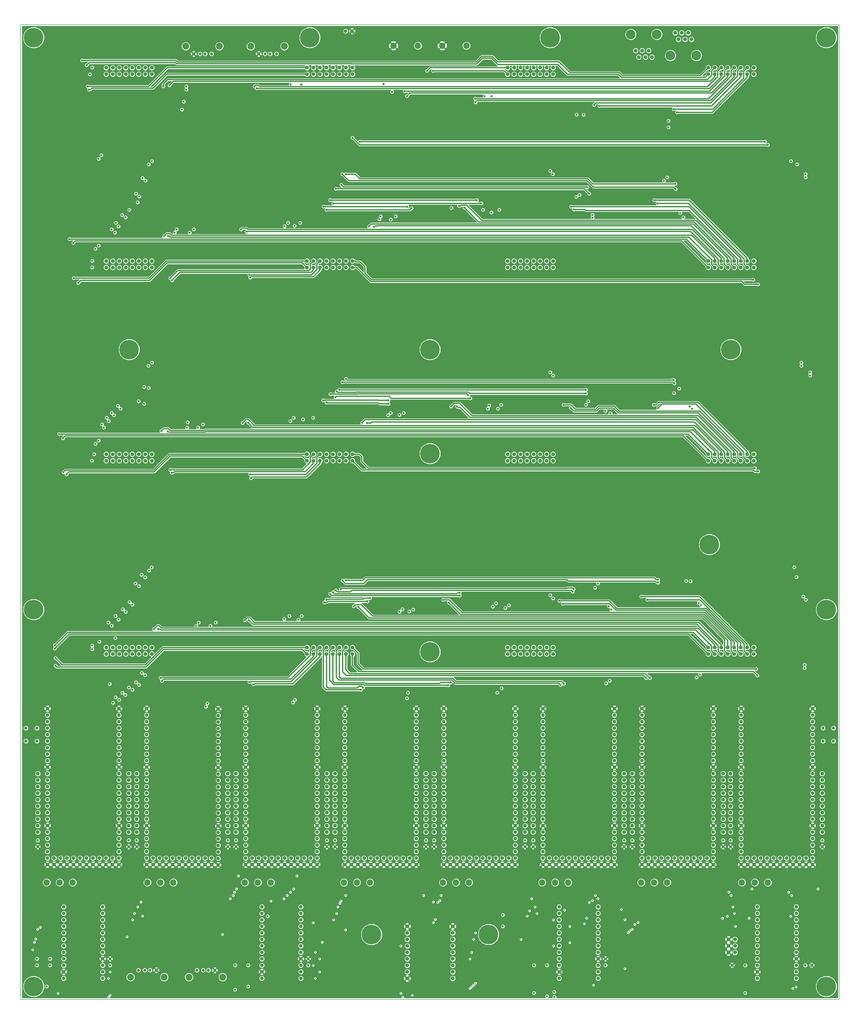
<source format=gbr>
G04 #@! TF.FileFunction,Copper,L2,Inr,Signal*
%FSLAX46Y46*%
G04 Gerber Fmt 4.6, Leading zero omitted, Abs format (unit mm)*
G04 Created by KiCad (PCBNEW 4.0.7) date Wednesday, October 10, 2018 'PMt' 11:05:21 PM*
%MOMM*%
%LPD*%
G01*
G04 APERTURE LIST*
%ADD10C,0.100000*%
%ADD11C,0.150000*%
%ADD12C,1.500000*%
%ADD13C,3.800000*%
%ADD14C,1.524000*%
%ADD15C,1.200000*%
%ADD16C,2.700000*%
%ADD17C,1.397000*%
%ADD18C,1.000000*%
%ADD19C,7.620000*%
%ADD20C,2.500000*%
%ADD21C,1.270000*%
%ADD22C,0.508000*%
%ADD23C,0.889000*%
%ADD24C,0.508000*%
%ADD25C,0.381000*%
%ADD26C,0.254000*%
G04 APERTURE END LIST*
D10*
D11*
X345440000Y-16510000D02*
X345440000Y-397510000D01*
X25400000Y-16510000D02*
X25400000Y-397510000D01*
X25400000Y-397510000D02*
X345440000Y-397510000D01*
X25400000Y-16510000D02*
X345440000Y-16510000D01*
D12*
X148272500Y-332105000D03*
X148272500Y-329565000D03*
X148272500Y-327025000D03*
X148272500Y-324485000D03*
X148272500Y-321945000D03*
X148272500Y-319405000D03*
X148272500Y-316865000D03*
X148272500Y-314325000D03*
X148272500Y-311785000D03*
X148272500Y-309245000D03*
X145097500Y-332105000D03*
X145097500Y-329565000D03*
X145097500Y-327025000D03*
X145097500Y-324485000D03*
X145097500Y-321945000D03*
X145097500Y-319405000D03*
X145097500Y-316865000D03*
X145097500Y-314325000D03*
X145097500Y-311785000D03*
X145097500Y-309245000D03*
D13*
X279400000Y-28575000D03*
X289560000Y-28575000D03*
D14*
X285110000Y-22225000D03*
X287650000Y-22225000D03*
X283840000Y-19685000D03*
X286380000Y-19685000D03*
X282570000Y-22225000D03*
X281300000Y-19685000D03*
D15*
X94290000Y-386080000D03*
X96790000Y-386080000D03*
X98790000Y-386080000D03*
X101290000Y-386080000D03*
D16*
X104360000Y-388790000D03*
X91220000Y-388790000D03*
D14*
X176530000Y-389255000D03*
X176530000Y-386715000D03*
X176530000Y-384175000D03*
X176530000Y-381635000D03*
X176530000Y-379095000D03*
X176530000Y-376555000D03*
X176530000Y-374015000D03*
X176530000Y-371475000D03*
X176530000Y-368935000D03*
X194310000Y-368935000D03*
X194310000Y-371475000D03*
X194310000Y-374015000D03*
X194310000Y-376555000D03*
X194310000Y-379095000D03*
X194310000Y-381635000D03*
X194310000Y-384175000D03*
X194310000Y-386715000D03*
X194310000Y-389255000D03*
X304673000Y-379095000D03*
X302133000Y-379095000D03*
X304673000Y-376555000D03*
X302133000Y-376555000D03*
X304673000Y-374015000D03*
X302133000Y-374015000D03*
D17*
X154940000Y-19050000D03*
X152400000Y-19050000D03*
D18*
X60325000Y-384155000D03*
X60325000Y-381655000D03*
X137795000Y-384155000D03*
X137795000Y-381655000D03*
X254000000Y-384155000D03*
X254000000Y-381655000D03*
X332125000Y-384175000D03*
X334625000Y-384175000D03*
X32067500Y-337800000D03*
X32067500Y-335300000D03*
X67627500Y-337800000D03*
X67627500Y-335300000D03*
X109537500Y-337800000D03*
X109537500Y-335300000D03*
X145097500Y-337800000D03*
X145097500Y-335300000D03*
X148272500Y-337800000D03*
X148272500Y-335300000D03*
X183832500Y-337800000D03*
X183832500Y-335300000D03*
X187007500Y-337800000D03*
X187007500Y-335300000D03*
X222567500Y-337800000D03*
X222567500Y-335300000D03*
X225742500Y-337800000D03*
X225742500Y-335300000D03*
X261302500Y-337800000D03*
X261302500Y-335300000D03*
X264477500Y-337800000D03*
X264477500Y-335300000D03*
X300037500Y-337800000D03*
X300037500Y-335300000D03*
X302895000Y-337800000D03*
X302895000Y-335300000D03*
X338772500Y-337800000D03*
X338772500Y-335300000D03*
X70739000Y-337800000D03*
X70739000Y-335300000D03*
X106362500Y-337800000D03*
X106362500Y-335300000D03*
X36830000Y-384175000D03*
X31750000Y-384175000D03*
X231140000Y-384175000D03*
X226060000Y-384175000D03*
X308610000Y-384175000D03*
X303530000Y-384175000D03*
X114300000Y-384175000D03*
X109220000Y-384175000D03*
X36830000Y-381635000D03*
X31750000Y-381635000D03*
D14*
X76657200Y-35877500D03*
X74117200Y-35877500D03*
X71577200Y-35877500D03*
X69037200Y-35877500D03*
X66497200Y-35877500D03*
X63957200Y-35877500D03*
X61417200Y-35877500D03*
X76657200Y-33337500D03*
X74117200Y-33337500D03*
X71577200Y-33337500D03*
X69037200Y-33337500D03*
X66497200Y-33337500D03*
X63957200Y-33337500D03*
X58877200Y-33337500D03*
X61417200Y-33337500D03*
X58877200Y-35877500D03*
X155092400Y-35877500D03*
X152552400Y-35877500D03*
X150012400Y-35877500D03*
X147472400Y-35877500D03*
X144932400Y-35877500D03*
X142392400Y-35877500D03*
X139852400Y-35877500D03*
X155092400Y-33337500D03*
X152552400Y-33337500D03*
X150012400Y-33337500D03*
X147472400Y-33337500D03*
X144932400Y-33337500D03*
X142392400Y-33337500D03*
X137312400Y-33337500D03*
X139852400Y-33337500D03*
X137312400Y-35877500D03*
X311962800Y-35877500D03*
X309422800Y-35877500D03*
X306882800Y-35877500D03*
X304342800Y-35877500D03*
X301802800Y-35877500D03*
X299262800Y-35877500D03*
X296722800Y-35877500D03*
X311962800Y-33337500D03*
X309422800Y-33337500D03*
X306882800Y-33337500D03*
X304342800Y-33337500D03*
X301802800Y-33337500D03*
X299262800Y-33337500D03*
X294182800Y-33337500D03*
X296722800Y-33337500D03*
X294182800Y-35877500D03*
X76657200Y-111417100D03*
X74117200Y-111417100D03*
X71577200Y-111417100D03*
X69037200Y-111417100D03*
X66497200Y-111417100D03*
X63957200Y-111417100D03*
X61417200Y-111417100D03*
X76657200Y-108877100D03*
X74117200Y-108877100D03*
X71577200Y-108877100D03*
X69037200Y-108877100D03*
X66497200Y-108877100D03*
X63957200Y-108877100D03*
X58877200Y-108877100D03*
X61417200Y-108877100D03*
X58877200Y-111417100D03*
X155092400Y-111417100D03*
X152552400Y-111417100D03*
X150012400Y-111417100D03*
X147472400Y-111417100D03*
X144932400Y-111417100D03*
X142392400Y-111417100D03*
X139852400Y-111417100D03*
X155092400Y-108877100D03*
X152552400Y-108877100D03*
X150012400Y-108877100D03*
X147472400Y-108877100D03*
X144932400Y-108877100D03*
X142392400Y-108877100D03*
X137312400Y-108877100D03*
X139852400Y-108877100D03*
X137312400Y-111417100D03*
X311962800Y-111417100D03*
X309422800Y-111417100D03*
X306882800Y-111417100D03*
X304342800Y-111417100D03*
X301802800Y-111417100D03*
X299262800Y-111417100D03*
X296722800Y-111417100D03*
X311962800Y-108877100D03*
X309422800Y-108877100D03*
X306882800Y-108877100D03*
X304342800Y-108877100D03*
X301802800Y-108877100D03*
X299262800Y-108877100D03*
X294182800Y-108877100D03*
X296722800Y-108877100D03*
X294182800Y-111417100D03*
X76657200Y-186956700D03*
X74117200Y-186956700D03*
X71577200Y-186956700D03*
X69037200Y-186956700D03*
X66497200Y-186956700D03*
X63957200Y-186956700D03*
X61417200Y-186956700D03*
X76657200Y-184416700D03*
X74117200Y-184416700D03*
X71577200Y-184416700D03*
X69037200Y-184416700D03*
X66497200Y-184416700D03*
X63957200Y-184416700D03*
X58877200Y-184416700D03*
X61417200Y-184416700D03*
X58877200Y-186956700D03*
X155092400Y-186956700D03*
X152552400Y-186956700D03*
X150012400Y-186956700D03*
X147472400Y-186956700D03*
X144932400Y-186956700D03*
X142392400Y-186956700D03*
X139852400Y-186956700D03*
X155092400Y-184416700D03*
X152552400Y-184416700D03*
X150012400Y-184416700D03*
X147472400Y-184416700D03*
X144932400Y-184416700D03*
X142392400Y-184416700D03*
X137312400Y-184416700D03*
X139852400Y-184416700D03*
X137312400Y-186956700D03*
X76657200Y-262496300D03*
X74117200Y-262496300D03*
X71577200Y-262496300D03*
X69037200Y-262496300D03*
X66497200Y-262496300D03*
X63957200Y-262496300D03*
X61417200Y-262496300D03*
X76657200Y-259956300D03*
X74117200Y-259956300D03*
X71577200Y-259956300D03*
X69037200Y-259956300D03*
X66497200Y-259956300D03*
X63957200Y-259956300D03*
X58877200Y-259956300D03*
X61417200Y-259956300D03*
X58877200Y-262496300D03*
X155092400Y-262496300D03*
X152552400Y-262496300D03*
X150012400Y-262496300D03*
X147472400Y-262496300D03*
X144932400Y-262496300D03*
X142392400Y-262496300D03*
X139852400Y-262496300D03*
X155092400Y-259956300D03*
X152552400Y-259956300D03*
X150012400Y-259956300D03*
X147472400Y-259956300D03*
X144932400Y-259956300D03*
X142392400Y-259956300D03*
X137312400Y-259956300D03*
X139852400Y-259956300D03*
X137312400Y-262496300D03*
X233527600Y-262496300D03*
X230987600Y-262496300D03*
X228447600Y-262496300D03*
X225907600Y-262496300D03*
X223367600Y-262496300D03*
X220827600Y-262496300D03*
X218287600Y-262496300D03*
X233527600Y-259956300D03*
X230987600Y-259956300D03*
X228447600Y-259956300D03*
X225907600Y-259956300D03*
X223367600Y-259956300D03*
X220827600Y-259956300D03*
X215747600Y-259956300D03*
X218287600Y-259956300D03*
X215747600Y-262496300D03*
X311962800Y-262496300D03*
X309422800Y-262496300D03*
X306882800Y-262496300D03*
X304342800Y-262496300D03*
X301802800Y-262496300D03*
X299262800Y-262496300D03*
X296722800Y-262496300D03*
X311962800Y-259956300D03*
X309422800Y-259956300D03*
X306882800Y-259956300D03*
X304342800Y-259956300D03*
X301802800Y-259956300D03*
X299262800Y-259956300D03*
X294182800Y-259956300D03*
X296722800Y-259956300D03*
X294182800Y-262496300D03*
X233527600Y-35877500D03*
X230987600Y-35877500D03*
X228447600Y-35877500D03*
X225907600Y-35877500D03*
X223367600Y-35877500D03*
X220827600Y-35877500D03*
X218287600Y-35877500D03*
X233527600Y-33337500D03*
X230987600Y-33337500D03*
X228447600Y-33337500D03*
X225907600Y-33337500D03*
X223367600Y-33337500D03*
X220827600Y-33337500D03*
X215747600Y-33337500D03*
X218287600Y-33337500D03*
X215747600Y-35877500D03*
X233527600Y-111417100D03*
X230987600Y-111417100D03*
X228447600Y-111417100D03*
X225907600Y-111417100D03*
X223367600Y-111417100D03*
X220827600Y-111417100D03*
X218287600Y-111417100D03*
X233527600Y-108877100D03*
X230987600Y-108877100D03*
X228447600Y-108877100D03*
X225907600Y-108877100D03*
X223367600Y-108877100D03*
X220827600Y-108877100D03*
X215747600Y-108877100D03*
X218287600Y-108877100D03*
X215747600Y-111417100D03*
X233527600Y-186956700D03*
X230987600Y-186956700D03*
X228447600Y-186956700D03*
X225907600Y-186956700D03*
X223367600Y-186956700D03*
X220827600Y-186956700D03*
X218287600Y-186956700D03*
X233527600Y-184416700D03*
X230987600Y-184416700D03*
X228447600Y-184416700D03*
X225907600Y-184416700D03*
X223367600Y-184416700D03*
X220827600Y-184416700D03*
X215747600Y-184416700D03*
X218287600Y-184416700D03*
X215747600Y-186956700D03*
X311962800Y-186956700D03*
X309422800Y-186956700D03*
X306882800Y-186956700D03*
X304342800Y-186956700D03*
X301802800Y-186956700D03*
X299262800Y-186956700D03*
X296722800Y-186956700D03*
X311962800Y-184416700D03*
X309422800Y-184416700D03*
X306882800Y-184416700D03*
X304342800Y-184416700D03*
X301802800Y-184416700D03*
X299262800Y-184416700D03*
X294182800Y-184416700D03*
X296722800Y-184416700D03*
X294182800Y-186956700D03*
D19*
X30480000Y-21590000D03*
X138430000Y-21590000D03*
X232410000Y-21590000D03*
X67818000Y-143510000D03*
X185420000Y-143510000D03*
X303022000Y-143510000D03*
X185420000Y-184150000D03*
X294640000Y-219710000D03*
X30480000Y-245110000D03*
X340360000Y-245110000D03*
X185420000Y-261620000D03*
X162560000Y-372110000D03*
X208280000Y-372110000D03*
X30480000Y-392430000D03*
X340360000Y-392430000D03*
X340360000Y-21590000D03*
D20*
X199670000Y-24765000D03*
X190170000Y-24765000D03*
X180670000Y-24765000D03*
X171170000Y-24765000D03*
X317500000Y-351790000D03*
X312420000Y-351790000D03*
X307340000Y-351790000D03*
X278130000Y-351790000D03*
X273050000Y-351790000D03*
X267970000Y-351790000D03*
X239395000Y-351790000D03*
X234315000Y-351790000D03*
X229235000Y-351790000D03*
X200660000Y-351790000D03*
X195580000Y-351790000D03*
X190500000Y-351790000D03*
X161925000Y-351790000D03*
X156845000Y-351790000D03*
X151765000Y-351790000D03*
X123190000Y-351790000D03*
X118110000Y-351790000D03*
X113030000Y-351790000D03*
X85090000Y-351790000D03*
X80010000Y-351790000D03*
X74930000Y-351790000D03*
X45720000Y-351790000D03*
X40640000Y-351790000D03*
X35560000Y-351790000D03*
D15*
X100020000Y-27940000D03*
X97520000Y-27940000D03*
X95520000Y-27940000D03*
X93020000Y-27940000D03*
D16*
X89950000Y-24940000D03*
X103090000Y-24940000D03*
D15*
X71430000Y-386080000D03*
X73930000Y-386080000D03*
X75930000Y-386080000D03*
X78430000Y-386080000D03*
D16*
X81500000Y-388790000D03*
X68360000Y-388790000D03*
D15*
X125420000Y-27940000D03*
X122920000Y-27940000D03*
X120920000Y-27940000D03*
X118420000Y-27940000D03*
D16*
X115350000Y-24940000D03*
X128490000Y-24940000D03*
D21*
X339090000Y-296545000D03*
X343154000Y-296545000D03*
X339090000Y-291465000D03*
X343154000Y-291465000D03*
X31750000Y-296545000D03*
X31750000Y-291465000D03*
X27432000Y-296545000D03*
X27432000Y-291465000D03*
X31750000Y-35560000D03*
X34925000Y-35560000D03*
X31750000Y-38735000D03*
X34925000Y-38735000D03*
X31750000Y-41910000D03*
X34925000Y-41910000D03*
X31750000Y-45085000D03*
X34925000Y-45085000D03*
X333375000Y-35560000D03*
X336550000Y-35560000D03*
X333375000Y-38735000D03*
X336550000Y-38735000D03*
X333375000Y-41910000D03*
X336550000Y-41910000D03*
X333375000Y-45085000D03*
X336550000Y-45085000D03*
D17*
X119697500Y-361315000D03*
X119697500Y-363855000D03*
X119697500Y-366395000D03*
X119697500Y-368935000D03*
X119697500Y-371475000D03*
X119697500Y-374015000D03*
X119697500Y-376555000D03*
X119697500Y-381635000D03*
X119697500Y-384175000D03*
X119697500Y-386715000D03*
X119697500Y-389255000D03*
X119697500Y-379095000D03*
X134937500Y-379095000D03*
X134937500Y-389255000D03*
X134937500Y-386715000D03*
X134937500Y-384175000D03*
X134937500Y-381635000D03*
X134937500Y-376555000D03*
X134937500Y-374015000D03*
X134937500Y-371475000D03*
X134937500Y-368935000D03*
X134937500Y-366395000D03*
X134937500Y-363855000D03*
X134937500Y-361315000D03*
X313372500Y-361315000D03*
X313372500Y-363855000D03*
X313372500Y-366395000D03*
X313372500Y-368935000D03*
X313372500Y-371475000D03*
X313372500Y-374015000D03*
X313372500Y-376555000D03*
X313372500Y-381635000D03*
X313372500Y-384175000D03*
X313372500Y-386715000D03*
X313372500Y-389255000D03*
X313372500Y-379095000D03*
X328612500Y-379095000D03*
X328612500Y-389255000D03*
X328612500Y-386715000D03*
X328612500Y-384175000D03*
X328612500Y-381635000D03*
X328612500Y-376555000D03*
X328612500Y-374015000D03*
X328612500Y-371475000D03*
X328612500Y-368935000D03*
X328612500Y-366395000D03*
X328612500Y-363855000D03*
X328612500Y-361315000D03*
X235902500Y-361315000D03*
X235902500Y-363855000D03*
X235902500Y-366395000D03*
X235902500Y-368935000D03*
X235902500Y-371475000D03*
X235902500Y-374015000D03*
X235902500Y-376555000D03*
X235902500Y-381635000D03*
X235902500Y-384175000D03*
X235902500Y-386715000D03*
X235902500Y-389255000D03*
X235902500Y-379095000D03*
X251142500Y-379095000D03*
X251142500Y-389255000D03*
X251142500Y-386715000D03*
X251142500Y-384175000D03*
X251142500Y-381635000D03*
X251142500Y-376555000D03*
X251142500Y-374015000D03*
X251142500Y-371475000D03*
X251142500Y-368935000D03*
X251142500Y-366395000D03*
X251142500Y-363855000D03*
X251142500Y-361315000D03*
X42227500Y-361315000D03*
X42227500Y-363855000D03*
X42227500Y-366395000D03*
X42227500Y-368935000D03*
X42227500Y-371475000D03*
X42227500Y-374015000D03*
X42227500Y-376555000D03*
X42227500Y-381635000D03*
X42227500Y-384175000D03*
X42227500Y-386715000D03*
X42227500Y-389255000D03*
X42227500Y-379095000D03*
X57467500Y-379095000D03*
X57467500Y-389255000D03*
X57467500Y-386715000D03*
X57467500Y-384175000D03*
X57467500Y-381635000D03*
X57467500Y-376555000D03*
X57467500Y-374015000D03*
X57467500Y-371475000D03*
X57467500Y-368935000D03*
X57467500Y-366395000D03*
X57467500Y-363855000D03*
X57467500Y-361315000D03*
D14*
X265816000Y-26670000D03*
D13*
X274066000Y-20320000D03*
X263906000Y-20320000D03*
D14*
X268356000Y-26670000D03*
X270896000Y-26670000D03*
X267086000Y-29210000D03*
X269626000Y-29210000D03*
X272166000Y-29210000D03*
D12*
X32067500Y-332105000D03*
X32067500Y-329565000D03*
X32067500Y-327025000D03*
X32067500Y-324485000D03*
X32067500Y-321945000D03*
X32067500Y-319405000D03*
X32067500Y-316865000D03*
X32067500Y-314325000D03*
X32067500Y-311785000D03*
X32067500Y-309245000D03*
X67627500Y-332105000D03*
X67627500Y-329565000D03*
X67627500Y-327025000D03*
X67627500Y-324485000D03*
X67627500Y-321945000D03*
X67627500Y-319405000D03*
X67627500Y-316865000D03*
X67627500Y-314325000D03*
X67627500Y-311785000D03*
X67627500Y-309245000D03*
X70739000Y-332105000D03*
X70739000Y-329565000D03*
X70739000Y-327025000D03*
X70739000Y-324485000D03*
X70739000Y-321945000D03*
X70739000Y-319405000D03*
X70739000Y-316865000D03*
X70739000Y-314325000D03*
X70739000Y-311785000D03*
X70739000Y-309245000D03*
X106362500Y-332105000D03*
X106362500Y-329565000D03*
X106362500Y-327025000D03*
X106362500Y-324485000D03*
X106362500Y-321945000D03*
X106362500Y-319405000D03*
X106362500Y-316865000D03*
X106362500Y-314325000D03*
X106362500Y-311785000D03*
X106362500Y-309245000D03*
X109537500Y-332105000D03*
X109537500Y-329565000D03*
X109537500Y-327025000D03*
X109537500Y-324485000D03*
X109537500Y-321945000D03*
X109537500Y-319405000D03*
X109537500Y-316865000D03*
X109537500Y-314325000D03*
X109537500Y-311785000D03*
X109537500Y-309245000D03*
X183832500Y-332105000D03*
X183832500Y-329565000D03*
X183832500Y-327025000D03*
X183832500Y-324485000D03*
X183832500Y-321945000D03*
X183832500Y-319405000D03*
X183832500Y-316865000D03*
X183832500Y-314325000D03*
X183832500Y-311785000D03*
X183832500Y-309245000D03*
X187007500Y-332105000D03*
X187007500Y-329565000D03*
X187007500Y-327025000D03*
X187007500Y-324485000D03*
X187007500Y-321945000D03*
X187007500Y-319405000D03*
X187007500Y-316865000D03*
X187007500Y-314325000D03*
X187007500Y-311785000D03*
X187007500Y-309245000D03*
X222567500Y-332105000D03*
X222567500Y-329565000D03*
X222567500Y-327025000D03*
X222567500Y-324485000D03*
X222567500Y-321945000D03*
X222567500Y-319405000D03*
X222567500Y-316865000D03*
X222567500Y-314325000D03*
X222567500Y-311785000D03*
X222567500Y-309245000D03*
X225742500Y-332105000D03*
X225742500Y-329565000D03*
X225742500Y-327025000D03*
X225742500Y-324485000D03*
X225742500Y-321945000D03*
X225742500Y-319405000D03*
X225742500Y-316865000D03*
X225742500Y-314325000D03*
X225742500Y-311785000D03*
X225742500Y-309245000D03*
X261302500Y-332105000D03*
X261302500Y-329565000D03*
X261302500Y-327025000D03*
X261302500Y-324485000D03*
X261302500Y-321945000D03*
X261302500Y-319405000D03*
X261302500Y-316865000D03*
X261302500Y-314325000D03*
X261302500Y-311785000D03*
X261302500Y-309245000D03*
X264477500Y-332105000D03*
X264477500Y-329565000D03*
X264477500Y-327025000D03*
X264477500Y-324485000D03*
X264477500Y-321945000D03*
X264477500Y-319405000D03*
X264477500Y-316865000D03*
X264477500Y-314325000D03*
X264477500Y-311785000D03*
X264477500Y-309245000D03*
X300037500Y-332105000D03*
X300037500Y-329565000D03*
X300037500Y-327025000D03*
X300037500Y-324485000D03*
X300037500Y-321945000D03*
X300037500Y-319405000D03*
X300037500Y-316865000D03*
X300037500Y-314325000D03*
X300037500Y-311785000D03*
X300037500Y-309245000D03*
X302895000Y-332105000D03*
X302895000Y-329565000D03*
X302895000Y-327025000D03*
X302895000Y-324485000D03*
X302895000Y-321945000D03*
X302895000Y-319405000D03*
X302895000Y-316865000D03*
X302895000Y-314325000D03*
X302895000Y-311785000D03*
X302895000Y-309245000D03*
X338772500Y-332105000D03*
X338772500Y-329565000D03*
X338772500Y-327025000D03*
X338772500Y-324485000D03*
X338772500Y-321945000D03*
X338772500Y-319405000D03*
X338772500Y-316865000D03*
X338772500Y-314325000D03*
X338772500Y-311785000D03*
X338772500Y-309245000D03*
X38417500Y-344805000D03*
X40957500Y-344805000D03*
X43497500Y-344805000D03*
X46037500Y-344805000D03*
X48577500Y-344805000D03*
X51117500Y-344805000D03*
X53657500Y-344805000D03*
X56197500Y-344805000D03*
X58737500Y-344805000D03*
X61277500Y-344805000D03*
X77152500Y-344805000D03*
X79692500Y-344805000D03*
X82232500Y-344805000D03*
X84772500Y-344805000D03*
X87312500Y-344805000D03*
X89852500Y-344805000D03*
X92392500Y-344805000D03*
X94932500Y-344805000D03*
X97472500Y-344805000D03*
X100012500Y-344805000D03*
X115887500Y-344805000D03*
X118427500Y-344805000D03*
X120967500Y-344805000D03*
X123507500Y-344805000D03*
X126047500Y-344805000D03*
X128587500Y-344805000D03*
X131127500Y-344805000D03*
X133667500Y-344805000D03*
X136207500Y-344805000D03*
X138747500Y-344805000D03*
X154622500Y-344805000D03*
X157162500Y-344805000D03*
X159702500Y-344805000D03*
X162242500Y-344805000D03*
X164782500Y-344805000D03*
X167322500Y-344805000D03*
X169862500Y-344805000D03*
X172402500Y-344805000D03*
X174942500Y-344805000D03*
X177482500Y-344805000D03*
X193357500Y-344805000D03*
X195897500Y-344805000D03*
X198437500Y-344805000D03*
X200977500Y-344805000D03*
X203517500Y-344805000D03*
X206057500Y-344805000D03*
X208597500Y-344805000D03*
X211137500Y-344805000D03*
X213677500Y-344805000D03*
X216217500Y-344805000D03*
X232092500Y-344805000D03*
X234632500Y-344805000D03*
X237172500Y-344805000D03*
X239712500Y-344805000D03*
X242252500Y-344805000D03*
X244792500Y-344805000D03*
X247332500Y-344805000D03*
X249872500Y-344805000D03*
X252412500Y-344805000D03*
X254952500Y-344805000D03*
X270827500Y-344805000D03*
X273367500Y-344805000D03*
X275907500Y-344805000D03*
X278447500Y-344805000D03*
X280987500Y-344805000D03*
X283527500Y-344805000D03*
X286067500Y-344805000D03*
X288607500Y-344805000D03*
X291147500Y-344805000D03*
X293687500Y-344805000D03*
X309562500Y-344805000D03*
X312102500Y-344805000D03*
X314642500Y-344805000D03*
X317182500Y-344805000D03*
X319722500Y-344805000D03*
X322262500Y-344805000D03*
X324802500Y-344805000D03*
X327342500Y-344805000D03*
X329882500Y-344805000D03*
X332422500Y-344805000D03*
X38417500Y-342265000D03*
X40957500Y-342265000D03*
X43497500Y-342265000D03*
X46037500Y-342265000D03*
X48577500Y-342265000D03*
X51117500Y-342265000D03*
X53657500Y-342265000D03*
X56197500Y-342265000D03*
X58737500Y-342265000D03*
X61277500Y-342265000D03*
X77152500Y-342265000D03*
X79692500Y-342265000D03*
X82232500Y-342265000D03*
X84772500Y-342265000D03*
X87312500Y-342265000D03*
X89852500Y-342265000D03*
X92392500Y-342265000D03*
X94932500Y-342265000D03*
X97472500Y-342265000D03*
X100012500Y-342265000D03*
X115887500Y-342265000D03*
X118427500Y-342265000D03*
X120967500Y-342265000D03*
X123507500Y-342265000D03*
X126047500Y-342265000D03*
X128587500Y-342265000D03*
X131127500Y-342265000D03*
X133667500Y-342265000D03*
X136207500Y-342265000D03*
X138747500Y-342265000D03*
X154622500Y-342265000D03*
X157162500Y-342265000D03*
X159702500Y-342265000D03*
X162242500Y-342265000D03*
X164782500Y-342265000D03*
X167322500Y-342265000D03*
X169862500Y-342265000D03*
X172402500Y-342265000D03*
X174942500Y-342265000D03*
X177482500Y-342265000D03*
X193357500Y-342265000D03*
X195897500Y-342265000D03*
X198437500Y-342265000D03*
X200977500Y-342265000D03*
X203517500Y-342265000D03*
X206057500Y-342265000D03*
X208597500Y-342265000D03*
X211137500Y-342265000D03*
X213677500Y-342265000D03*
X216217500Y-342265000D03*
X232092500Y-342265000D03*
X234632500Y-342265000D03*
X237172500Y-342265000D03*
X239712500Y-342265000D03*
X242252500Y-342265000D03*
X244792500Y-342265000D03*
X247332500Y-342265000D03*
X249872500Y-342265000D03*
X252412500Y-342265000D03*
X254952500Y-342265000D03*
X270827500Y-342265000D03*
X273367500Y-342265000D03*
X275907500Y-342265000D03*
X278447500Y-342265000D03*
X280987500Y-342265000D03*
X283527500Y-342265000D03*
X286067500Y-342265000D03*
X288607500Y-342265000D03*
X291147500Y-342265000D03*
X293687500Y-342265000D03*
X309562500Y-342265000D03*
X312102500Y-342265000D03*
X314642500Y-342265000D03*
X317182500Y-342265000D03*
X319722500Y-342265000D03*
X322262500Y-342265000D03*
X324802500Y-342265000D03*
X327342500Y-342265000D03*
X329882500Y-342265000D03*
X332422500Y-342265000D03*
D17*
X35877500Y-283845000D03*
X35877500Y-286385000D03*
X35877500Y-283845000D03*
X35877500Y-286385000D03*
X35877500Y-288925000D03*
X35877500Y-291465000D03*
X35877500Y-294005000D03*
X35877500Y-296545000D03*
X35877500Y-299085000D03*
X35877500Y-301625000D03*
X35877500Y-304165000D03*
X35877500Y-306705000D03*
X35877500Y-309245000D03*
X35877500Y-311785000D03*
X35877500Y-314325000D03*
X35877500Y-316865000D03*
X35877500Y-319405000D03*
X35877500Y-321945000D03*
X35877500Y-324485000D03*
X35877500Y-327025000D03*
X35877500Y-329565000D03*
X35877500Y-332105000D03*
X35877500Y-334645000D03*
X35877500Y-337185000D03*
X35877500Y-339725000D03*
X35877500Y-342265000D03*
X35877500Y-344805000D03*
X63817500Y-286385000D03*
X63817500Y-283845000D03*
X63817500Y-283845000D03*
X63817500Y-286385000D03*
X63817500Y-288925000D03*
X63817500Y-291465000D03*
X63817500Y-294005000D03*
X63817500Y-296545000D03*
X63817500Y-299085000D03*
X63817500Y-301625000D03*
X63817500Y-304165000D03*
X63817500Y-306705000D03*
X63817500Y-309245000D03*
X63817500Y-311785000D03*
X63817500Y-314325000D03*
X63817500Y-316865000D03*
X63817500Y-319405000D03*
X63817500Y-321945000D03*
X63817500Y-324485000D03*
X63817500Y-327025000D03*
X63817500Y-329565000D03*
X63817500Y-332105000D03*
X63817500Y-334645000D03*
X63817500Y-337185000D03*
X63817500Y-339725000D03*
X63817500Y-342265000D03*
X63817500Y-344805000D03*
X74612500Y-283845000D03*
X74612500Y-286385000D03*
X74612500Y-283845000D03*
X74612500Y-286385000D03*
X74612500Y-288925000D03*
X74612500Y-291465000D03*
X74612500Y-294005000D03*
X74612500Y-296545000D03*
X74612500Y-299085000D03*
X74612500Y-301625000D03*
X74612500Y-304165000D03*
X74612500Y-306705000D03*
X74612500Y-309245000D03*
X74612500Y-311785000D03*
X74612500Y-314325000D03*
X74612500Y-316865000D03*
X74612500Y-319405000D03*
X74612500Y-321945000D03*
X74612500Y-324485000D03*
X74612500Y-327025000D03*
X74612500Y-329565000D03*
X74612500Y-332105000D03*
X74612500Y-334645000D03*
X74612500Y-337185000D03*
X74612500Y-339725000D03*
X74612500Y-342265000D03*
X74612500Y-344805000D03*
X102616000Y-286512000D03*
X102616000Y-283972000D03*
X102616000Y-283972000D03*
X102616000Y-286512000D03*
X102616000Y-289052000D03*
X102616000Y-291592000D03*
X102616000Y-294132000D03*
X102616000Y-296672000D03*
X102616000Y-299212000D03*
X102616000Y-301752000D03*
X102616000Y-304292000D03*
X102616000Y-306832000D03*
X102616000Y-309372000D03*
X102616000Y-311912000D03*
X102616000Y-314452000D03*
X102616000Y-316992000D03*
X102616000Y-319532000D03*
X102616000Y-322072000D03*
X102616000Y-324612000D03*
X102616000Y-327152000D03*
X102616000Y-329692000D03*
X102616000Y-332232000D03*
X102616000Y-334772000D03*
X102616000Y-337312000D03*
X102616000Y-339852000D03*
X102616000Y-342392000D03*
X102616000Y-344932000D03*
X113347500Y-283845000D03*
X113347500Y-286385000D03*
X113347500Y-283845000D03*
X113347500Y-286385000D03*
X113347500Y-288925000D03*
X113347500Y-291465000D03*
X113347500Y-294005000D03*
X113347500Y-296545000D03*
X113347500Y-299085000D03*
X113347500Y-301625000D03*
X113347500Y-304165000D03*
X113347500Y-306705000D03*
X113347500Y-309245000D03*
X113347500Y-311785000D03*
X113347500Y-314325000D03*
X113347500Y-316865000D03*
X113347500Y-319405000D03*
X113347500Y-321945000D03*
X113347500Y-324485000D03*
X113347500Y-327025000D03*
X113347500Y-329565000D03*
X113347500Y-332105000D03*
X113347500Y-334645000D03*
X113347500Y-337185000D03*
X113347500Y-339725000D03*
X113347500Y-342265000D03*
X113347500Y-344805000D03*
X141287500Y-286385000D03*
X141287500Y-283845000D03*
X141287500Y-283845000D03*
X141287500Y-286385000D03*
X141287500Y-288925000D03*
X141287500Y-291465000D03*
X141287500Y-294005000D03*
X141287500Y-296545000D03*
X141287500Y-299085000D03*
X141287500Y-301625000D03*
X141287500Y-304165000D03*
X141287500Y-306705000D03*
X141287500Y-309245000D03*
X141287500Y-311785000D03*
X141287500Y-314325000D03*
X141287500Y-316865000D03*
X141287500Y-319405000D03*
X141287500Y-321945000D03*
X141287500Y-324485000D03*
X141287500Y-327025000D03*
X141287500Y-329565000D03*
X141287500Y-332105000D03*
X141287500Y-334645000D03*
X141287500Y-337185000D03*
X141287500Y-339725000D03*
X141287500Y-342265000D03*
X141287500Y-344805000D03*
X152082500Y-283845000D03*
X152082500Y-286385000D03*
X152082500Y-283845000D03*
X152082500Y-286385000D03*
X152082500Y-288925000D03*
X152082500Y-291465000D03*
X152082500Y-294005000D03*
X152082500Y-296545000D03*
X152082500Y-299085000D03*
X152082500Y-301625000D03*
X152082500Y-304165000D03*
X152082500Y-306705000D03*
X152082500Y-309245000D03*
X152082500Y-311785000D03*
X152082500Y-314325000D03*
X152082500Y-316865000D03*
X152082500Y-319405000D03*
X152082500Y-321945000D03*
X152082500Y-324485000D03*
X152082500Y-327025000D03*
X152082500Y-329565000D03*
X152082500Y-332105000D03*
X152082500Y-334645000D03*
X152082500Y-337185000D03*
X152082500Y-339725000D03*
X152082500Y-342265000D03*
X152082500Y-344805000D03*
X180022500Y-286385000D03*
X180022500Y-283845000D03*
X180022500Y-283845000D03*
X180022500Y-286385000D03*
X180022500Y-288925000D03*
X180022500Y-291465000D03*
X180022500Y-294005000D03*
X180022500Y-296545000D03*
X180022500Y-299085000D03*
X180022500Y-301625000D03*
X180022500Y-304165000D03*
X180022500Y-306705000D03*
X180022500Y-309245000D03*
X180022500Y-311785000D03*
X180022500Y-314325000D03*
X180022500Y-316865000D03*
X180022500Y-319405000D03*
X180022500Y-321945000D03*
X180022500Y-324485000D03*
X180022500Y-327025000D03*
X180022500Y-329565000D03*
X180022500Y-332105000D03*
X180022500Y-334645000D03*
X180022500Y-337185000D03*
X180022500Y-339725000D03*
X180022500Y-342265000D03*
X180022500Y-344805000D03*
X190817500Y-283845000D03*
X190817500Y-286385000D03*
X190817500Y-283845000D03*
X190817500Y-286385000D03*
X190817500Y-288925000D03*
X190817500Y-291465000D03*
X190817500Y-294005000D03*
X190817500Y-296545000D03*
X190817500Y-299085000D03*
X190817500Y-301625000D03*
X190817500Y-304165000D03*
X190817500Y-306705000D03*
X190817500Y-309245000D03*
X190817500Y-311785000D03*
X190817500Y-314325000D03*
X190817500Y-316865000D03*
X190817500Y-319405000D03*
X190817500Y-321945000D03*
X190817500Y-324485000D03*
X190817500Y-327025000D03*
X190817500Y-329565000D03*
X190817500Y-332105000D03*
X190817500Y-334645000D03*
X190817500Y-337185000D03*
X190817500Y-339725000D03*
X190817500Y-342265000D03*
X190817500Y-344805000D03*
X218757500Y-286385000D03*
X218757500Y-283845000D03*
X218757500Y-283845000D03*
X218757500Y-286385000D03*
X218757500Y-288925000D03*
X218757500Y-291465000D03*
X218757500Y-294005000D03*
X218757500Y-296545000D03*
X218757500Y-299085000D03*
X218757500Y-301625000D03*
X218757500Y-304165000D03*
X218757500Y-306705000D03*
X218757500Y-309245000D03*
X218757500Y-311785000D03*
X218757500Y-314325000D03*
X218757500Y-316865000D03*
X218757500Y-319405000D03*
X218757500Y-321945000D03*
X218757500Y-324485000D03*
X218757500Y-327025000D03*
X218757500Y-329565000D03*
X218757500Y-332105000D03*
X218757500Y-334645000D03*
X218757500Y-337185000D03*
X218757500Y-339725000D03*
X218757500Y-342265000D03*
X218757500Y-344805000D03*
X229552500Y-283845000D03*
X229552500Y-286385000D03*
X229552500Y-283845000D03*
X229552500Y-286385000D03*
X229552500Y-288925000D03*
X229552500Y-291465000D03*
X229552500Y-294005000D03*
X229552500Y-296545000D03*
X229552500Y-299085000D03*
X229552500Y-301625000D03*
X229552500Y-304165000D03*
X229552500Y-306705000D03*
X229552500Y-309245000D03*
X229552500Y-311785000D03*
X229552500Y-314325000D03*
X229552500Y-316865000D03*
X229552500Y-319405000D03*
X229552500Y-321945000D03*
X229552500Y-324485000D03*
X229552500Y-327025000D03*
X229552500Y-329565000D03*
X229552500Y-332105000D03*
X229552500Y-334645000D03*
X229552500Y-337185000D03*
X229552500Y-339725000D03*
X229552500Y-342265000D03*
X229552500Y-344805000D03*
X257492500Y-286385000D03*
X257492500Y-283845000D03*
X257492500Y-283845000D03*
X257492500Y-286385000D03*
X257492500Y-288925000D03*
X257492500Y-291465000D03*
X257492500Y-294005000D03*
X257492500Y-296545000D03*
X257492500Y-299085000D03*
X257492500Y-301625000D03*
X257492500Y-304165000D03*
X257492500Y-306705000D03*
X257492500Y-309245000D03*
X257492500Y-311785000D03*
X257492500Y-314325000D03*
X257492500Y-316865000D03*
X257492500Y-319405000D03*
X257492500Y-321945000D03*
X257492500Y-324485000D03*
X257492500Y-327025000D03*
X257492500Y-329565000D03*
X257492500Y-332105000D03*
X257492500Y-334645000D03*
X257492500Y-337185000D03*
X257492500Y-339725000D03*
X257492500Y-342265000D03*
X257492500Y-344805000D03*
X268287500Y-283845000D03*
X268287500Y-286385000D03*
X268287500Y-283845000D03*
X268287500Y-286385000D03*
X268287500Y-288925000D03*
X268287500Y-291465000D03*
X268287500Y-294005000D03*
X268287500Y-296545000D03*
X268287500Y-299085000D03*
X268287500Y-301625000D03*
X268287500Y-304165000D03*
X268287500Y-306705000D03*
X268287500Y-309245000D03*
X268287500Y-311785000D03*
X268287500Y-314325000D03*
X268287500Y-316865000D03*
X268287500Y-319405000D03*
X268287500Y-321945000D03*
X268287500Y-324485000D03*
X268287500Y-327025000D03*
X268287500Y-329565000D03*
X268287500Y-332105000D03*
X268287500Y-334645000D03*
X268287500Y-337185000D03*
X268287500Y-339725000D03*
X268287500Y-342265000D03*
X268287500Y-344805000D03*
X296164000Y-286385000D03*
X296164000Y-283845000D03*
X296164000Y-283845000D03*
X296164000Y-286385000D03*
X296164000Y-288925000D03*
X296164000Y-291465000D03*
X296164000Y-294005000D03*
X296164000Y-296545000D03*
X296164000Y-299085000D03*
X296164000Y-301625000D03*
X296164000Y-304165000D03*
X296164000Y-306705000D03*
X296164000Y-309245000D03*
X296164000Y-311785000D03*
X296164000Y-314325000D03*
X296164000Y-316865000D03*
X296164000Y-319405000D03*
X296164000Y-321945000D03*
X296164000Y-324485000D03*
X296164000Y-327025000D03*
X296164000Y-329565000D03*
X296164000Y-332105000D03*
X296164000Y-334645000D03*
X296164000Y-337185000D03*
X296164000Y-339725000D03*
X296164000Y-342265000D03*
X296164000Y-344805000D03*
X307022500Y-283845000D03*
X307022500Y-286385000D03*
X307022500Y-283845000D03*
X307022500Y-286385000D03*
X307022500Y-288925000D03*
X307022500Y-291465000D03*
X307022500Y-294005000D03*
X307022500Y-296545000D03*
X307022500Y-299085000D03*
X307022500Y-301625000D03*
X307022500Y-304165000D03*
X307022500Y-306705000D03*
X307022500Y-309245000D03*
X307022500Y-311785000D03*
X307022500Y-314325000D03*
X307022500Y-316865000D03*
X307022500Y-319405000D03*
X307022500Y-321945000D03*
X307022500Y-324485000D03*
X307022500Y-327025000D03*
X307022500Y-329565000D03*
X307022500Y-332105000D03*
X307022500Y-334645000D03*
X307022500Y-337185000D03*
X307022500Y-339725000D03*
X307022500Y-342265000D03*
X307022500Y-344805000D03*
X334962500Y-286385000D03*
X334962500Y-283845000D03*
X334962500Y-283845000D03*
X334962500Y-286385000D03*
X334962500Y-288925000D03*
X334962500Y-291465000D03*
X334962500Y-294005000D03*
X334962500Y-296545000D03*
X334962500Y-299085000D03*
X334962500Y-301625000D03*
X334962500Y-304165000D03*
X334962500Y-306705000D03*
X334962500Y-309245000D03*
X334962500Y-311785000D03*
X334962500Y-314325000D03*
X334962500Y-316865000D03*
X334962500Y-319405000D03*
X334962500Y-321945000D03*
X334962500Y-324485000D03*
X334962500Y-327025000D03*
X334962500Y-329565000D03*
X334962500Y-332105000D03*
X334962500Y-334645000D03*
X334962500Y-337185000D03*
X334962500Y-339725000D03*
X334962500Y-342265000D03*
X334962500Y-344805000D03*
D22*
X66929000Y-372999000D03*
D23*
X52451000Y-35941000D03*
X53340000Y-33274000D03*
X186563000Y-34544000D03*
X55880000Y-68961000D03*
X184277000Y-34544000D03*
X56896000Y-67564000D03*
X53340000Y-111379000D03*
X53340000Y-108839000D03*
X54610000Y-104140000D03*
X55880000Y-102870000D03*
X53200300Y-186944000D03*
X54102000Y-184404000D03*
X54610000Y-180340000D03*
X55880000Y-179070000D03*
X53340000Y-260604000D03*
X53340000Y-259207000D03*
X56134000Y-257683000D03*
X62357000Y-256286000D03*
X38732401Y-259077401D03*
X38735000Y-260350000D03*
X38989000Y-264033000D03*
X38989000Y-267081000D03*
X40386000Y-176530000D03*
X41910000Y-178181000D03*
X42164000Y-191389000D03*
X43307000Y-192278000D03*
X44450000Y-100330000D03*
X45974000Y-101854000D03*
X46101000Y-115570000D03*
X47879000Y-117475000D03*
X49403000Y-30480000D03*
X51181000Y-32385000D03*
X51562000Y-40640000D03*
X52070000Y-41910000D03*
D22*
X30099000Y-378079000D03*
X30734000Y-375158000D03*
X31242000Y-373888000D03*
X32004000Y-370078000D03*
X33020000Y-369316000D03*
X143256000Y-375158000D03*
D23*
X63627000Y-95377000D03*
X128524000Y-95250000D03*
X62611000Y-93980000D03*
X129921000Y-93980000D03*
X135130599Y-39880599D03*
X130937000Y-39878000D03*
X59817000Y-171450000D03*
X130810000Y-171450000D03*
X59055000Y-170180000D03*
X132080000Y-170180000D03*
X132461000Y-95123000D03*
X134620000Y-93980000D03*
X63627000Y-249047000D03*
X128397000Y-248793000D03*
X62484000Y-247650000D03*
X130429000Y-247650000D03*
X135763000Y-170815000D03*
X139700000Y-170180000D03*
X131826000Y-281432000D03*
X63881000Y-280416000D03*
X132588000Y-280416000D03*
X62484000Y-279400000D03*
X133985000Y-249047000D03*
X135255000Y-247650000D03*
X113030000Y-249288300D03*
X114554000Y-249288300D03*
X114808000Y-273431000D03*
X116332000Y-274320000D03*
X112141000Y-172212000D03*
X114300000Y-172072300D03*
X115062000Y-192278000D03*
X115443000Y-193802000D03*
X111506000Y-96520000D03*
X113665000Y-97409000D03*
X114808000Y-114300000D03*
X115072898Y-115359592D03*
X116840000Y-40640000D03*
X117612303Y-41412303D03*
D22*
X107315000Y-358140000D03*
X128270000Y-358140000D03*
X129540000Y-356870000D03*
X108458000Y-356870000D03*
X108966000Y-355600000D03*
X130810000Y-355600000D03*
X109728000Y-354330000D03*
X132080000Y-354330000D03*
X110490000Y-349250000D03*
X133350000Y-349250000D03*
X152400000Y-370332000D03*
X152400000Y-356870000D03*
X182880000Y-356870000D03*
D23*
X66421000Y-91821000D03*
X165608000Y-92583000D03*
X65024000Y-90932000D03*
X166116000Y-91440000D03*
X167259000Y-39751000D03*
X170561000Y-42799000D03*
X61849000Y-169164000D03*
X169037000Y-169164000D03*
X60972701Y-168262299D03*
X170053000Y-168275000D03*
X170053000Y-92710000D03*
X171958000Y-91440000D03*
X173482000Y-245999000D03*
X66421000Y-245999000D03*
X174625000Y-244983000D03*
X65278000Y-244983000D03*
X173482000Y-169037000D03*
X175133000Y-168275000D03*
X176403000Y-279781000D03*
X66294000Y-278498300D03*
X176784000Y-277622000D03*
X65151000Y-277622000D03*
X177292000Y-245872000D03*
X178816000Y-245110000D03*
X155575000Y-243840000D03*
X157353000Y-244081300D03*
X158369000Y-276479000D03*
X159258000Y-275590000D03*
X158877000Y-172085000D03*
X160870910Y-172212000D03*
X160909000Y-241947700D03*
X144018000Y-242316000D03*
X161925000Y-240665000D03*
X144907000Y-241300000D03*
X161544000Y-95377000D03*
X163449000Y-95504000D03*
X143637000Y-163322000D03*
X169163999Y-163322000D03*
X169164000Y-164719000D03*
X144907000Y-164211000D03*
X175514000Y-42545000D03*
X176403000Y-44450000D03*
X143764000Y-87630000D03*
X176530000Y-87630000D03*
X178181000Y-88265000D03*
X144907000Y-88900000D03*
D22*
X147701000Y-366395000D03*
X148844000Y-363855000D03*
X149352000Y-361315000D03*
X150114000Y-359918000D03*
X150622000Y-359029000D03*
X123190000Y-359029000D03*
X220980000Y-374015000D03*
D23*
X71120000Y-85979000D03*
X193802000Y-88138000D03*
X206121000Y-88900000D03*
X67818000Y-88900000D03*
X209550000Y-44450000D03*
X206756000Y-44450000D03*
X208026000Y-166624000D03*
X64389000Y-166624000D03*
X208534000Y-165354000D03*
X63373000Y-165481000D03*
X209423000Y-89916000D03*
X212471000Y-88900000D03*
X209931000Y-243967000D03*
X69088000Y-243205000D03*
X211201000Y-242697000D03*
X67945000Y-242189000D03*
X211963000Y-166624000D03*
X213233000Y-165100000D03*
X211709000Y-277622000D03*
X69088000Y-276479000D03*
X213360000Y-275844000D03*
X67691000Y-275590000D03*
X214884000Y-244475000D03*
X216281000Y-243459000D03*
X190500000Y-241300000D03*
X192786000Y-242417591D03*
X192532000Y-274701000D03*
X193586111Y-273558000D03*
X193675000Y-165735000D03*
X195910210Y-165735000D03*
X146304000Y-239014000D03*
X196977000Y-239649000D03*
X147447000Y-238379000D03*
X196977000Y-238506000D03*
X196723000Y-87376000D03*
X198882000Y-88011000D03*
X146431000Y-160909000D03*
X200279000Y-161290000D03*
X148463000Y-162179000D03*
X201168000Y-162560000D03*
X203073000Y-45466000D03*
X203200000Y-46863000D03*
X146304000Y-85090000D03*
X203708000Y-85090000D03*
X205486000Y-86360000D03*
X147574000Y-86360000D03*
D22*
X186690000Y-367411000D03*
X245745000Y-367919000D03*
X186690000Y-359410000D03*
X187452000Y-366268000D03*
X246634000Y-365760000D03*
X188468000Y-359537000D03*
X247650000Y-359537000D03*
X189230000Y-358902000D03*
X248920000Y-358902000D03*
X189738000Y-356870000D03*
X250063000Y-356870000D03*
X237998000Y-362585000D03*
X260223000Y-362331000D03*
D23*
X71755000Y-83693000D03*
X242570000Y-83820000D03*
X70485000Y-82550000D03*
X243840000Y-83058000D03*
X242697000Y-51689000D03*
X245465599Y-51714401D03*
X73660000Y-164719000D03*
X246367300Y-165100000D03*
X71501000Y-163703000D03*
X247269000Y-163703000D03*
X248920000Y-90855797D03*
X248920000Y-91948000D03*
X249936000Y-236601000D03*
X71628000Y-235966000D03*
X70231000Y-234950000D03*
X251079000Y-234950000D03*
X254000000Y-167500300D03*
X255905000Y-168402000D03*
X254254000Y-273939000D03*
X71628000Y-274574000D03*
X255651000Y-272923000D03*
X70485000Y-273558000D03*
X255270000Y-243840000D03*
X256286000Y-245110000D03*
X235966000Y-241681000D03*
X237363000Y-242824000D03*
X236474000Y-274574000D03*
X237744000Y-274066000D03*
X237617000Y-165100000D03*
X240423700Y-166370000D03*
X148590000Y-237617000D03*
X148590000Y-237617000D03*
X241173000Y-238125000D03*
X241578260Y-237110767D03*
X150495000Y-237223300D03*
X240538000Y-87630000D03*
X241681000Y-88773000D03*
X148971000Y-159893000D03*
X246367299Y-160655000D03*
X149987000Y-159232591D03*
X246380000Y-159258000D03*
X249555000Y-47879000D03*
X251634054Y-48307054D03*
X247650000Y-82550000D03*
X148590000Y-80645000D03*
X246888000Y-80010000D03*
X150749000Y-79121000D03*
D22*
X223393000Y-364871000D03*
X224282000Y-362839000D03*
X225171000Y-358140000D03*
X251079000Y-358140000D03*
X226441000Y-361315000D03*
X227203000Y-363855000D03*
X299720000Y-365760000D03*
X310134000Y-365760000D03*
D23*
X74168000Y-77470000D03*
X276860000Y-77470000D03*
X73025000Y-76454000D03*
X278130000Y-76200000D03*
X278640599Y-54099401D03*
X278635401Y-56644599D03*
X280797000Y-160521683D03*
X75438000Y-158496000D03*
X73660000Y-158115000D03*
X282829000Y-158750000D03*
X283210000Y-90170000D03*
X284480000Y-91821000D03*
X285546790Y-233934000D03*
X74041000Y-232537000D03*
X287274000Y-234061000D03*
X72644000Y-231521000D03*
X287020000Y-165735000D03*
X287909000Y-166624000D03*
X289560000Y-271653000D03*
X74041000Y-270764000D03*
X290957000Y-270510000D03*
X72771000Y-269875000D03*
X290449000Y-242570000D03*
X291338000Y-243332000D03*
X267970000Y-240030000D03*
X270395700Y-241300000D03*
X269875000Y-271907000D03*
X271399000Y-271907000D03*
X272923000Y-165100000D03*
X274574000Y-166370000D03*
X151257000Y-233807000D03*
X274574000Y-234569000D03*
X152527000Y-233680000D03*
X274574000Y-233476797D03*
X273050000Y-85090000D03*
X274320000Y-86360000D03*
X280924000Y-156718000D03*
X151130000Y-156210000D03*
X280713877Y-155358922D03*
X152591518Y-154940000D03*
X280670000Y-49530000D03*
X281940000Y-50800000D03*
X281432000Y-80772000D03*
X151130000Y-74930000D03*
X281311317Y-78740000D03*
X152527000Y-74930000D03*
D22*
X262890000Y-371348000D03*
X263525000Y-370713000D03*
X264414000Y-370078000D03*
X265430000Y-368173000D03*
X266700000Y-367411000D03*
X337058000Y-354330000D03*
X311277000Y-354330000D03*
D23*
X326517000Y-69850000D03*
X76708000Y-69850000D03*
X75438000Y-71120000D03*
X328930000Y-71120000D03*
X76708000Y-148590000D03*
X330581000Y-148590000D03*
X75311000Y-149860000D03*
X330581000Y-149860000D03*
X232410000Y-73660000D03*
X332232000Y-74930000D03*
X233426000Y-74930000D03*
X332232000Y-76200000D03*
X327787000Y-228600000D03*
X76581000Y-228600000D03*
X328676000Y-232410000D03*
X75565000Y-229870000D03*
X232410000Y-152400000D03*
X334010000Y-152400000D03*
X233553000Y-153670000D03*
X334010000Y-153670000D03*
X331851000Y-266700000D03*
X331851000Y-267970000D03*
X331343000Y-240030000D03*
X232410000Y-239522000D03*
X332359000Y-241300000D03*
X233553000Y-240779299D03*
X312928000Y-268351000D03*
X313385220Y-270891000D03*
X312420000Y-189865000D03*
X313690000Y-191135000D03*
X311785000Y-116205000D03*
X313639210Y-117994692D03*
X157988000Y-62230000D03*
X316357000Y-62230000D03*
X155067000Y-60706000D03*
X317500000Y-63500000D03*
D22*
X326390000Y-364998000D03*
X301625000Y-364998000D03*
X302260000Y-355600000D03*
X325628000Y-355600000D03*
X303149000Y-356870000D03*
X326771000Y-356870000D03*
X303784000Y-361315000D03*
X304419000Y-363855000D03*
X71120000Y-361315000D03*
X69850000Y-363855000D03*
X178435000Y-395859000D03*
X60325000Y-395859000D03*
X60325000Y-386715000D03*
X174752000Y-396621000D03*
X59690000Y-396621000D03*
X59690000Y-389255000D03*
X142240000Y-386715000D03*
X142240000Y-381635000D03*
X140589000Y-389255000D03*
X140589000Y-379095000D03*
X249301000Y-391922000D03*
X202438000Y-391922000D03*
X202438000Y-374015000D03*
X203200000Y-391160000D03*
X203200000Y-371475000D03*
X327279000Y-393192000D03*
X201041000Y-393192000D03*
X201041000Y-381635000D03*
X328549000Y-392557000D03*
X201676000Y-392557000D03*
X201676000Y-379095000D03*
X72390000Y-359410000D03*
X72974201Y-364871000D03*
X40005000Y-395097000D03*
X173990000Y-395097000D03*
X173990000Y-376555000D03*
D23*
X121920000Y-364998000D03*
X213868000Y-364490000D03*
X213868000Y-368935000D03*
D22*
X240030000Y-368935000D03*
X240030000Y-375285000D03*
X304800000Y-368935000D03*
X104267000Y-372110000D03*
X69088000Y-366395000D03*
X139700000Y-367538000D03*
X139700000Y-384175000D03*
X233680000Y-376555000D03*
X233680000Y-366395000D03*
X261620000Y-385445000D03*
X261620000Y-366344201D03*
D23*
X233934000Y-394589000D03*
X234061000Y-396494000D03*
X62230000Y-97790000D03*
X85598000Y-97790000D03*
X60960000Y-96520000D03*
X86360000Y-96520000D03*
X88442790Y-49733210D03*
X89154000Y-46609000D03*
X90424000Y-174028090D03*
X57912000Y-173990000D03*
X90678000Y-171958000D03*
X57150000Y-172720000D03*
X91440000Y-97790000D03*
X93091000Y-96520000D03*
X60960000Y-251460000D03*
X93980000Y-251460000D03*
X59690000Y-250190000D03*
X94996000Y-250190000D03*
X94742000Y-173990000D03*
X96647000Y-172720000D03*
X97790000Y-283083000D03*
X61468000Y-281559000D03*
X98425000Y-281813000D03*
X60197999Y-274193000D03*
X99568000Y-251460000D03*
X101600000Y-250190000D03*
X77470000Y-252730000D03*
X79248000Y-252730000D03*
X80010000Y-271780000D03*
X80632300Y-273050000D03*
X80391000Y-175260000D03*
X82931000Y-175514000D03*
X83820000Y-190500000D03*
X84467700Y-191643000D03*
X81394300Y-99187000D03*
X83058000Y-99187000D03*
X83820000Y-115570000D03*
X84582000Y-116459000D03*
X81153000Y-40640000D03*
X83578700Y-40209053D03*
X90170000Y-40640000D03*
X90170000Y-41910000D03*
X114300000Y-392430000D03*
X35560000Y-392430000D03*
X231140000Y-396240000D03*
X109220000Y-393700000D03*
X308610000Y-394970000D03*
X226060000Y-394970000D03*
D24*
X214414100Y-34544000D02*
X186563000Y-34544000D01*
X215747600Y-35877500D02*
X214414100Y-34544000D01*
X215747600Y-33337500D02*
X185483500Y-33337500D01*
X185483500Y-33337500D02*
X184277000Y-34544000D01*
X45085000Y-254000000D02*
X288226500Y-254000000D01*
X44450000Y-254000000D02*
X45085000Y-254000000D01*
X45085000Y-254000000D02*
X43809802Y-254000000D01*
X43809802Y-254000000D02*
X38732401Y-259077401D01*
X288226500Y-254000000D02*
X294182800Y-259956300D01*
X286397710Y-254711210D02*
X44450000Y-254711210D01*
X38735000Y-260350000D02*
X44373790Y-254711210D01*
X44373790Y-254711210D02*
X44450000Y-254711210D01*
X294182800Y-262496300D02*
X286397710Y-254711210D01*
X42926000Y-266700000D02*
X74257918Y-266700000D01*
X42926000Y-266700000D02*
X41656000Y-266700000D01*
X41656000Y-266700000D02*
X38989000Y-264033000D01*
X74257918Y-266700000D02*
X81001618Y-259956300D01*
X81001618Y-259956300D02*
X137312400Y-259956300D01*
X41656000Y-267601700D02*
X74362020Y-267601700D01*
X41656000Y-267601700D02*
X39509700Y-267601700D01*
X39509700Y-267601700D02*
X38989000Y-267081000D01*
X81232720Y-260731000D02*
X135547100Y-260731000D01*
X135547100Y-260731000D02*
X137312400Y-262496300D01*
X74362020Y-267601700D02*
X81232720Y-260731000D01*
X40386000Y-176530000D02*
X286296100Y-176530000D01*
X286296100Y-176530000D02*
X294182800Y-184416700D01*
X44323000Y-177241210D02*
X284467310Y-177241210D01*
X44323000Y-177241210D02*
X42849790Y-177241210D01*
X42849790Y-177241210D02*
X41910000Y-178181000D01*
X284467310Y-177241210D02*
X294182800Y-186956700D01*
X137312400Y-184416700D02*
X83553300Y-184416700D01*
X83553300Y-184416700D02*
X77343000Y-190627000D01*
X77343000Y-190627000D02*
X42926000Y-190627000D01*
X42926000Y-190627000D02*
X42164000Y-191389000D01*
X44255706Y-191338210D02*
X44246790Y-191338210D01*
X44246790Y-191338210D02*
X43307000Y-192278000D01*
X83847892Y-185127910D02*
X135483610Y-185127910D01*
X135483610Y-185127910D02*
X137312400Y-186956700D01*
X77637593Y-191338209D02*
X83847892Y-185127910D01*
X44255706Y-191338210D02*
X77637593Y-191338209D01*
X44450000Y-100330000D02*
X285635700Y-100330000D01*
X285635700Y-100330000D02*
X294182800Y-108877100D01*
X46990000Y-101041210D02*
X283806910Y-101041210D01*
X46990000Y-101041210D02*
X46786790Y-101041210D01*
X46786790Y-101041210D02*
X45974000Y-101854000D01*
X283806910Y-101041210D02*
X294182800Y-111417100D01*
X82384900Y-108877100D02*
X137312400Y-108877100D01*
X75692000Y-115570000D02*
X82384900Y-108877100D01*
X46101000Y-115570000D02*
X75692000Y-115570000D01*
X49276000Y-116471700D02*
X75796102Y-116471700D01*
X49276000Y-116471700D02*
X48882300Y-116471700D01*
X48882300Y-116471700D02*
X47879000Y-117475000D01*
X75796102Y-116471700D02*
X82666802Y-109601000D01*
X135496300Y-109601000D02*
X137312400Y-111417100D01*
X82666802Y-109601000D02*
X135496300Y-109601000D01*
X294182800Y-33337500D02*
X291147510Y-36372790D01*
X291147510Y-36372790D02*
X260530293Y-36372790D01*
X260530293Y-36372790D02*
X259349204Y-35191701D01*
X259349204Y-35191701D02*
X240042701Y-35191701D01*
X86708342Y-31115000D02*
X86073342Y-30480000D01*
X240042701Y-35191701D02*
X235839000Y-30988000D01*
X203464198Y-31115000D02*
X86708342Y-31115000D01*
X235839000Y-30988000D02*
X211825802Y-30988000D01*
X86073342Y-30480000D02*
X49403000Y-30480000D01*
X211825802Y-30988000D02*
X209717593Y-28879791D01*
X209717593Y-28879791D02*
X205699407Y-28879791D01*
X205699407Y-28879791D02*
X203464198Y-31115000D01*
X51181000Y-32385000D02*
X52184300Y-31381700D01*
X209423000Y-29591000D02*
X211950299Y-32118299D01*
X52184300Y-31381700D02*
X85969240Y-31381700D01*
X85969240Y-31381700D02*
X86413750Y-31826210D01*
X86413750Y-31826210D02*
X154635209Y-31826209D01*
X235318299Y-32118299D02*
X239128299Y-35928299D01*
X154635209Y-31826209D02*
X154686000Y-31877000D01*
X205994000Y-29591000D02*
X209423000Y-29591000D01*
X154686000Y-31877000D02*
X203708000Y-31877000D01*
X203708000Y-31877000D02*
X205994000Y-29591000D01*
X292976300Y-37084000D02*
X294182800Y-35877500D01*
X211950299Y-32118299D02*
X235318299Y-32118299D01*
X239128299Y-35928299D02*
X259080000Y-35928299D01*
X259080000Y-35928299D02*
X260235701Y-37084000D01*
X260235701Y-37084000D02*
X292976300Y-37084000D01*
X75438000Y-40640000D02*
X82740500Y-33337500D01*
X82740500Y-33337500D02*
X137312400Y-33337500D01*
X51562000Y-40640000D02*
X75438000Y-40640000D01*
X77139790Y-41351210D02*
X82613500Y-35877500D01*
X82613500Y-35877500D02*
X137312400Y-35877500D01*
X52070000Y-41910000D02*
X52698617Y-41910000D01*
X52698617Y-41910000D02*
X53257407Y-41351210D01*
X53257407Y-41351210D02*
X77139790Y-41351210D01*
X116714008Y-250113790D02*
X290497920Y-250113790D01*
X290497920Y-250113790D02*
X299262800Y-258878670D01*
X299262800Y-258878670D02*
X299262800Y-259956300D01*
X113931701Y-248386599D02*
X114986817Y-248386599D01*
X114986817Y-248386599D02*
X116714008Y-250113790D01*
X113030000Y-249288300D02*
X113931701Y-248386599D01*
X299262800Y-262496300D02*
X298043599Y-261277099D01*
X298043599Y-261277099D02*
X298043599Y-259193667D01*
X298043599Y-259193667D02*
X289674932Y-250825000D01*
X289674932Y-250825000D02*
X116090700Y-250825000D01*
X116090700Y-250825000D02*
X114554000Y-249288300D01*
X131192496Y-273239636D02*
X117856000Y-273239636D01*
X117856000Y-273239636D02*
X115627981Y-273239636D01*
X115627981Y-273239636D02*
X115436617Y-273431000D01*
X115436617Y-273431000D02*
X114808000Y-273431000D01*
X136436713Y-267995419D02*
X131192496Y-273239636D01*
X136436713Y-267995419D02*
X141173199Y-263258933D01*
X141173199Y-263258933D02*
X141173199Y-261175501D01*
X141173199Y-261175501D02*
X141630401Y-260718299D01*
X141630401Y-260718299D02*
X142392400Y-259956300D01*
X142392400Y-262496300D02*
X142392400Y-263573930D01*
X142392400Y-263573930D02*
X131824993Y-274141337D01*
X131824993Y-274141337D02*
X117018663Y-274141337D01*
X117018663Y-274141337D02*
X116840000Y-274320000D01*
X116840000Y-274320000D02*
X116332000Y-274320000D01*
X114478817Y-170916599D02*
X113436401Y-170916599D01*
X113436401Y-170916599D02*
X112141000Y-172212000D01*
X116841008Y-173278790D02*
X289202521Y-173278791D01*
X289202521Y-173278791D02*
X299262800Y-183339070D01*
X299262800Y-183339070D02*
X299262800Y-184416700D01*
X114478817Y-170916599D02*
X116841008Y-173278790D01*
X114300000Y-172072300D02*
X116217700Y-173990000D01*
X116217700Y-173990000D02*
X288379532Y-173990000D01*
X298500801Y-186194701D02*
X299262800Y-186956700D01*
X288379532Y-173990000D02*
X298043599Y-183654067D01*
X298043599Y-183654067D02*
X298043599Y-185737499D01*
X298043599Y-185737499D02*
X298500801Y-186194701D01*
X115062000Y-192278000D02*
X136906000Y-192278000D01*
X136906000Y-192278000D02*
X141173199Y-188010801D01*
X141173199Y-188010801D02*
X141173199Y-185635901D01*
X141173199Y-185635901D02*
X141630401Y-185178699D01*
X141630401Y-185178699D02*
X142392400Y-184416700D01*
X117602000Y-193300661D02*
X137126069Y-193300661D01*
X115944339Y-193300661D02*
X115443000Y-193802000D01*
X117602000Y-193300661D02*
X115944339Y-193300661D01*
X137126069Y-193300661D02*
X142392400Y-188034330D01*
X142392400Y-188034330D02*
X142392400Y-186956700D01*
X115456708Y-96570790D02*
X114161308Y-96570790D01*
X114161308Y-96570790D02*
X113666019Y-96075501D01*
X113666019Y-96075501D02*
X111950499Y-96075501D01*
X111950499Y-96075501D02*
X111506000Y-96520000D01*
X115456708Y-96570790D02*
X288034121Y-96570791D01*
X288034121Y-96570791D02*
X299262800Y-107799470D01*
X299262800Y-107799470D02*
X299262800Y-108877100D01*
X113665000Y-97409000D02*
X114293617Y-97409000D01*
X114293617Y-97409000D02*
X114420617Y-97282000D01*
X114420617Y-97282000D02*
X114833400Y-97282000D01*
X114833400Y-97282000D02*
X287211132Y-97282000D01*
X287211132Y-97282000D02*
X298043599Y-108114467D01*
X298043599Y-108114467D02*
X298043599Y-110197899D01*
X298043599Y-110197899D02*
X298500801Y-110655101D01*
X298500801Y-110655101D02*
X299262800Y-111417100D01*
X114808000Y-114300000D02*
X139052932Y-114300000D01*
X139052932Y-114300000D02*
X141173199Y-112179733D01*
X141173199Y-112179733D02*
X141173199Y-110096301D01*
X141173199Y-110096301D02*
X141630401Y-109639099D01*
X141630401Y-109639099D02*
X142392400Y-108877100D01*
X115493790Y-115011210D02*
X139875921Y-115011209D01*
X139875921Y-115011209D02*
X142392400Y-112494730D01*
X142392400Y-112494730D02*
X142392400Y-111417100D01*
X115072898Y-115359592D02*
X115145408Y-115359592D01*
X115145408Y-115359592D02*
X115493790Y-115011210D01*
X299262800Y-33337500D02*
X297942001Y-34658299D01*
X297942001Y-34658299D02*
X297942001Y-36741731D01*
X118821082Y-40782300D02*
X118234283Y-40195501D01*
X297942001Y-36741731D02*
X293901432Y-40782300D01*
X293901432Y-40782300D02*
X118821082Y-40782300D01*
X118234283Y-40195501D02*
X117284499Y-40195501D01*
X117284499Y-40195501D02*
X116840000Y-40640000D01*
X117612303Y-41412303D02*
X118445283Y-41412303D01*
X118445283Y-41412303D02*
X118526490Y-41493510D01*
X118526490Y-41493510D02*
X294724421Y-41493509D01*
X294724421Y-41493509D02*
X299262800Y-36955130D01*
X299262800Y-36955130D02*
X299262800Y-35877500D01*
X158547817Y-243179599D02*
X156235401Y-243179599D01*
X156235401Y-243179599D02*
X155575000Y-243840000D01*
X163068000Y-247699782D02*
X292356502Y-247699782D01*
X292356502Y-247699782D02*
X301802800Y-257146080D01*
X301802800Y-257146080D02*
X301802800Y-258878670D01*
X301802800Y-258878670D02*
X301802800Y-259956300D01*
X158547817Y-243179599D02*
X163068000Y-247699782D01*
X162445700Y-248412000D02*
X161683700Y-248412000D01*
X161683700Y-248412000D02*
X157353000Y-244081300D01*
X162445700Y-248412000D02*
X292062918Y-248412000D01*
X292062918Y-248412000D02*
X300583599Y-256932681D01*
X300583599Y-256932681D02*
X300583599Y-261277099D01*
X300583599Y-261277099D02*
X301040801Y-261734301D01*
X301040801Y-261734301D02*
X301802800Y-262496300D01*
X144932400Y-259956300D02*
X143713199Y-261175501D01*
X143713199Y-261175501D02*
X143713199Y-275412199D01*
X143713199Y-275412199D02*
X144780000Y-276479000D01*
X144780000Y-276479000D02*
X158369000Y-276479000D01*
X145034000Y-270129000D02*
X145034000Y-275209000D01*
X159258000Y-275590000D02*
X158813501Y-275145501D01*
X158813501Y-275145501D02*
X157670499Y-275145501D01*
X157670499Y-275145501D02*
X157048210Y-275767790D01*
X157048210Y-275767790D02*
X145592790Y-275767790D01*
X145592790Y-275767790D02*
X145034000Y-275209000D01*
X145034000Y-270129000D02*
X145034000Y-263675530D01*
X145034000Y-263675530D02*
X144932400Y-263573930D01*
X144932400Y-263573930D02*
X144932400Y-262496300D01*
X161163000Y-170916599D02*
X289380329Y-170916599D01*
X161163000Y-170916599D02*
X160045401Y-170916599D01*
X160045401Y-170916599D02*
X158877000Y-172085000D01*
X289380329Y-170916599D02*
X301802800Y-183339070D01*
X301802800Y-183339070D02*
X301802800Y-184416700D01*
X162687000Y-171818300D02*
X288747830Y-171818300D01*
X162687000Y-171818300D02*
X162293300Y-172212000D01*
X162293300Y-172212000D02*
X160870910Y-172212000D01*
X288747830Y-171818300D02*
X300583599Y-183654069D01*
X300583599Y-183654069D02*
X300583599Y-185737499D01*
X300583599Y-185737499D02*
X301040801Y-186194701D01*
X301040801Y-186194701D02*
X301802800Y-186956700D01*
X160909000Y-241947700D02*
X145593818Y-241947700D01*
X145593818Y-241947700D02*
X145225518Y-242316000D01*
X145225518Y-242316000D02*
X144646617Y-242316000D01*
X144646617Y-242316000D02*
X144018000Y-242316000D01*
X159385000Y-241046000D02*
X145161000Y-241046000D01*
X159385000Y-241046000D02*
X159766000Y-240665000D01*
X159766000Y-240665000D02*
X161925000Y-240665000D01*
X145161000Y-241046000D02*
X144907000Y-241300000D01*
X164401509Y-94411791D02*
X162509209Y-94411791D01*
X162509209Y-94411791D02*
X161544000Y-95377000D01*
X164401509Y-94411791D02*
X288415121Y-94411791D01*
X288415121Y-94411791D02*
X301802800Y-107799470D01*
X301802800Y-107799470D02*
X301802800Y-108877100D01*
X164934900Y-95161100D02*
X163868100Y-95161100D01*
X163868100Y-95161100D02*
X163525200Y-95504000D01*
X163525200Y-95504000D02*
X163449000Y-95504000D01*
X164973000Y-95123000D02*
X287592132Y-95123000D01*
X287592132Y-95123000D02*
X300482001Y-108012869D01*
X300482001Y-108012869D02*
X300482001Y-110096301D01*
X300482001Y-110096301D02*
X301040801Y-110655101D01*
X301040801Y-110655101D02*
X301802800Y-111417100D01*
X164934900Y-95161100D02*
X164973000Y-95123000D01*
X144474183Y-163309299D02*
X165227000Y-163309299D01*
X143637000Y-163322000D02*
X144461482Y-163322000D01*
X144461482Y-163322000D02*
X144474183Y-163309299D01*
X165227000Y-163309299D02*
X165239701Y-163322000D01*
X165239701Y-163322000D02*
X169163999Y-163322000D01*
X165227000Y-164338000D02*
X145034000Y-164338000D01*
X165608000Y-164719000D02*
X169164000Y-164719000D01*
X165227000Y-164338000D02*
X165608000Y-164719000D01*
X145034000Y-164338000D02*
X144907000Y-164211000D01*
X301040801Y-34099499D02*
X301802800Y-33337500D01*
X300583599Y-34556701D02*
X301040801Y-34099499D01*
X300583599Y-36640133D02*
X300583599Y-34556701D01*
X294678732Y-42545000D02*
X300583599Y-36640133D01*
X175514000Y-42545000D02*
X294678732Y-42545000D01*
X301802800Y-36955130D02*
X301802800Y-35877500D01*
X295501721Y-43256209D02*
X301802800Y-36955130D01*
X177596791Y-43256209D02*
X176403000Y-44450000D01*
X178435000Y-43256209D02*
X177596791Y-43256209D01*
X178435000Y-43256209D02*
X295501721Y-43256209D01*
X176530000Y-87630000D02*
X143764000Y-87630000D01*
X176657000Y-88900000D02*
X177546000Y-88900000D01*
X177546000Y-88900000D02*
X178181000Y-88265000D01*
X176657000Y-88900000D02*
X144907000Y-88900000D01*
X190500000Y-241300000D02*
X193002927Y-241300000D01*
X193002927Y-241300000D02*
X197980291Y-246277364D01*
X197980291Y-246277364D02*
X292945688Y-246277364D01*
X292945688Y-246277364D02*
X304342800Y-257674476D01*
X304342800Y-257674476D02*
X304342800Y-258878670D01*
X304342800Y-258878670D02*
X304342800Y-259956300D01*
X192786000Y-242417591D02*
X197356981Y-246988572D01*
X292651095Y-246988573D02*
X303123599Y-257461077D01*
X197356981Y-246988572D02*
X292651095Y-246988573D01*
X303123599Y-257461077D02*
X303123599Y-261277099D01*
X303123599Y-261277099D02*
X303580801Y-261734301D01*
X303580801Y-261734301D02*
X304342800Y-262496300D01*
X192532000Y-274701000D02*
X159703518Y-274701000D01*
X159703518Y-274701000D02*
X159436809Y-274434291D01*
X159436809Y-274434291D02*
X147840709Y-274434291D01*
X147840709Y-274434291D02*
X146151601Y-272745183D01*
X146151601Y-272745183D02*
X146151601Y-261277099D01*
X146151601Y-261277099D02*
X146710401Y-260718299D01*
X146710401Y-260718299D02*
X147472400Y-259956300D01*
X160197790Y-273989790D02*
X189230000Y-273989790D01*
X189230000Y-273989790D02*
X189661790Y-273558000D01*
X189661790Y-273558000D02*
X193586111Y-273558000D01*
X147472400Y-262496300D02*
X147472400Y-273060180D01*
X147472400Y-273060180D02*
X148135301Y-273723081D01*
X148135301Y-273723081D02*
X159931081Y-273723081D01*
X159931081Y-273723081D02*
X160197790Y-273989790D01*
X194945000Y-164465000D02*
X193675000Y-165735000D01*
X197104000Y-164592000D02*
X201853790Y-169341790D01*
X194945000Y-164465000D02*
X196977000Y-164465000D01*
X196977000Y-164465000D02*
X197104000Y-164592000D01*
X201853790Y-169341790D02*
X290345520Y-169341790D01*
X290345520Y-169341790D02*
X304342800Y-183339070D01*
X304342800Y-183339070D02*
X304342800Y-184416700D01*
X197840610Y-166751000D02*
X201142610Y-170053000D01*
X195910210Y-165735000D02*
X196354709Y-166179499D01*
X196354709Y-166179499D02*
X197269109Y-166179499D01*
X197269109Y-166179499D02*
X197840610Y-166751000D01*
X201142610Y-170053000D02*
X289522532Y-170053000D01*
X289522532Y-170053000D02*
X303123599Y-183654067D01*
X303123599Y-183654067D02*
X303123599Y-185737499D01*
X303123599Y-185737499D02*
X303580801Y-186194701D01*
X303580801Y-186194701D02*
X304342800Y-186956700D01*
X196977000Y-239649000D02*
X147193000Y-239649000D01*
X147193000Y-239649000D02*
X146939000Y-239649000D01*
X146939000Y-239649000D02*
X146304000Y-239014000D01*
X196977000Y-238506000D02*
X196348383Y-238506000D01*
X196348383Y-238506000D02*
X195916593Y-238937790D01*
X195916593Y-238937790D02*
X148005790Y-238937790D01*
X148005790Y-238937790D02*
X147447000Y-238379000D01*
X196723000Y-87376000D02*
X197351617Y-87376000D01*
X197351617Y-87376000D02*
X197656407Y-87071210D01*
X197656407Y-87071210D02*
X199797428Y-87071210D01*
X199797428Y-87071210D02*
X205715590Y-92989372D01*
X205715590Y-92989372D02*
X289532703Y-92989373D01*
X289532703Y-92989373D02*
X304342800Y-107799470D01*
X304342800Y-107799470D02*
X304342800Y-108877100D01*
X201060083Y-90297000D02*
X204463664Y-93700581D01*
X201060083Y-90297000D02*
X201060083Y-90189083D01*
X201060083Y-90189083D02*
X198882000Y-88011000D01*
X204463664Y-93700581D02*
X288709714Y-93700582D01*
X288709714Y-93700582D02*
X303123599Y-108114467D01*
X303123599Y-108114467D02*
X303123599Y-110197899D01*
X303123599Y-110197899D02*
X303580801Y-110655101D01*
X303580801Y-110655101D02*
X304342800Y-111417100D01*
X199834501Y-160845501D02*
X157353000Y-160845501D01*
X146431000Y-160909000D02*
X157289501Y-160909000D01*
X157289501Y-160909000D02*
X157353000Y-160845501D01*
X200279000Y-161290000D02*
X199834501Y-160845501D01*
X157746700Y-161785300D02*
X153289000Y-161785300D01*
X153289000Y-161785300D02*
X148856700Y-161785300D01*
X148856700Y-161785300D02*
X148463000Y-162179000D01*
X199771000Y-162560000D02*
X200152000Y-162560000D01*
X200152000Y-162560000D02*
X201168000Y-162560000D01*
X199771000Y-162560000D02*
X170244517Y-162560000D01*
X157746701Y-161785299D02*
X157746700Y-161785300D01*
X170244517Y-162560000D02*
X169469816Y-161785299D01*
X169469816Y-161785299D02*
X157746701Y-161785299D01*
X203073000Y-45466000D02*
X294297732Y-45466000D01*
X303123599Y-34556701D02*
X303580801Y-34099499D01*
X294297732Y-45466000D02*
X303123599Y-36640133D01*
X303123599Y-36640133D02*
X303123599Y-34556701D01*
X303580801Y-34099499D02*
X304342800Y-33337500D01*
X203885790Y-46177210D02*
X295120720Y-46177210D01*
X295120720Y-46177210D02*
X304342800Y-36955130D01*
X304342800Y-36955130D02*
X304342800Y-35877500D01*
X203200000Y-46863000D02*
X203885790Y-46177210D01*
X203708000Y-85090000D02*
X146304000Y-85090000D01*
X203835000Y-86360000D02*
X147574000Y-86360000D01*
X203835000Y-86360000D02*
X205486000Y-86360000D01*
X235966000Y-241681000D02*
X255451320Y-241681000D01*
X255451320Y-241681000D02*
X258485592Y-244715272D01*
X258485592Y-244715272D02*
X293395200Y-244715272D01*
X293395200Y-244715272D02*
X306882800Y-258202872D01*
X306882800Y-258202872D02*
X306882800Y-258878670D01*
X306882800Y-258878670D02*
X306882800Y-259956300D01*
X237363000Y-242824000D02*
X255588518Y-242824000D01*
X255588518Y-242824000D02*
X258191000Y-245426482D01*
X258191000Y-245426482D02*
X293100608Y-245426482D01*
X293100608Y-245426482D02*
X305663599Y-257989473D01*
X306120801Y-261734301D02*
X306882800Y-262496300D01*
X305663599Y-257989473D02*
X305663599Y-261277099D01*
X305663599Y-261277099D02*
X306120801Y-261734301D01*
X232664000Y-273939000D02*
X195301629Y-273939000D01*
X235839000Y-273939000D02*
X236474000Y-274574000D01*
X232664000Y-273939000D02*
X235839000Y-273939000D01*
X149250401Y-260718299D02*
X150012400Y-259956300D01*
X195301629Y-273939000D02*
X194018928Y-272656299D01*
X149860000Y-272669000D02*
X148793199Y-271602199D01*
X194018928Y-272656299D02*
X158381701Y-272656299D01*
X158381701Y-272656299D02*
X158369000Y-272669000D01*
X158369000Y-272669000D02*
X149860000Y-272669000D01*
X148793199Y-271602199D02*
X148793199Y-261175501D01*
X148793199Y-261175501D02*
X149250401Y-260718299D01*
X195596221Y-273227790D02*
X235966000Y-273227790D01*
X235966000Y-273227790D02*
X236905790Y-273227790D01*
X236905790Y-273227790D02*
X237744000Y-274066000D01*
X150012400Y-262496300D02*
X150012400Y-271475190D01*
X150012400Y-271475190D02*
X150495000Y-271957790D01*
X150495000Y-271957790D02*
X157683210Y-271957790D01*
X194313520Y-271945089D02*
X195596221Y-273227790D01*
X157683210Y-271957790D02*
X157695911Y-271945089D01*
X157695911Y-271945089D02*
X194313520Y-271945089D01*
X290880790Y-167563790D02*
X306705000Y-183388000D01*
X306705000Y-183388000D02*
X306832000Y-183515000D01*
X306882800Y-184416700D02*
X306882800Y-183565800D01*
X306882800Y-183565800D02*
X306705000Y-183388000D01*
X237617000Y-165100000D02*
X240488218Y-165100000D01*
X240488218Y-165100000D02*
X242190008Y-166801790D01*
X242190008Y-166801790D02*
X250199190Y-166801790D01*
X250199190Y-166801790D02*
X251342190Y-165658790D01*
X251342190Y-165658790D02*
X257479790Y-165658790D01*
X257479790Y-165658790D02*
X259384790Y-167563790D01*
X259384790Y-167563790D02*
X290880790Y-167563790D01*
X240423700Y-166370000D02*
X240868199Y-166814499D01*
X240868199Y-166814499D02*
X240868199Y-166827199D01*
D25*
X305663599Y-183654067D02*
X305663599Y-185737499D01*
D24*
X240868199Y-166827199D02*
X241554000Y-167513000D01*
X241554000Y-167513000D02*
X250493782Y-167513000D01*
X251636782Y-166370000D02*
X257185198Y-166370000D01*
X250493782Y-167513000D02*
X251636782Y-166370000D01*
X257185198Y-166370000D02*
X259090198Y-168275000D01*
X259090198Y-168275000D02*
X290284532Y-168275000D01*
X290284532Y-168275000D02*
X305663599Y-183654067D01*
X305663599Y-185737499D02*
X306120801Y-186194701D01*
X306120801Y-186194701D02*
X306882800Y-186956700D01*
X241173000Y-238125000D02*
X240652299Y-237604299D01*
X149199580Y-238226580D02*
X148590000Y-237617000D01*
X240652299Y-237604299D02*
X154952701Y-237604299D01*
X154952701Y-237604299D02*
X154330420Y-238226580D01*
X154330420Y-238226580D02*
X149199580Y-238226580D01*
X238887000Y-236867700D02*
X152908000Y-236867700D01*
X238887000Y-236867700D02*
X239088432Y-236666268D01*
X239088432Y-236666268D02*
X241133761Y-236666268D01*
X241133761Y-236666268D02*
X241578260Y-237110767D01*
X152908000Y-236867700D02*
X152146000Y-236867700D01*
X152146000Y-236867700D02*
X150850600Y-236867700D01*
X150850600Y-236867700D02*
X150495000Y-237223300D01*
X242062000Y-87630000D02*
X286713330Y-87630000D01*
X242062000Y-87630000D02*
X240538000Y-87630000D01*
X286713330Y-87630000D02*
X306882800Y-107799470D01*
X306882800Y-107799470D02*
X306882800Y-108877100D01*
X246380000Y-89154000D02*
X286703132Y-89154000D01*
X246380000Y-89154000D02*
X245999000Y-88773000D01*
X245999000Y-88773000D02*
X241681000Y-88773000D01*
X286703132Y-89154000D02*
X305663599Y-108114467D01*
X306120801Y-110655101D02*
X306882800Y-111417100D01*
X305663599Y-108114467D02*
X305663599Y-110197899D01*
X305663599Y-110197899D02*
X306120801Y-110655101D01*
X246367299Y-160655000D02*
X200978518Y-160655000D01*
X200978518Y-160655000D02*
X200457809Y-160134291D01*
X200457809Y-160134291D02*
X156730709Y-160134291D01*
X156730709Y-160134291D02*
X156667210Y-160197790D01*
X156667210Y-160197790D02*
X149275790Y-160197790D01*
X149275790Y-160197790D02*
X148971000Y-159893000D01*
X153670000Y-159258000D02*
X150012409Y-159258000D01*
X150012409Y-159258000D02*
X149987000Y-159232591D01*
X246380000Y-159258000D02*
X153670000Y-159258000D01*
X253619000Y-47078910D02*
X295224822Y-47078910D01*
X253619000Y-47078910D02*
X250355090Y-47078910D01*
X250355090Y-47078910D02*
X249555000Y-47879000D01*
X295224822Y-47078910D02*
X305663599Y-36640133D01*
X305663599Y-36640133D02*
X305663599Y-34556701D01*
X305663599Y-34556701D02*
X306120801Y-34099499D01*
X306120801Y-34099499D02*
X306882800Y-33337500D01*
X251634054Y-48307054D02*
X295530876Y-48307054D01*
X295530876Y-48307054D02*
X306882800Y-36955130D01*
X306882800Y-36955130D02*
X306882800Y-35877500D01*
X241046000Y-80645000D02*
X148590000Y-80645000D01*
X241046000Y-80645000D02*
X245745000Y-80645000D01*
X245745000Y-80645000D02*
X247650000Y-82550000D01*
X245529120Y-79933790D02*
X246811790Y-79933790D01*
X246811790Y-79933790D02*
X246888000Y-80010000D01*
X151561790Y-79933790D02*
X150749000Y-79121000D01*
X245529120Y-79933790D02*
X152019000Y-79933790D01*
X152019000Y-79933790D02*
X151561790Y-79933790D01*
X267970000Y-240030000D02*
X290721532Y-240030000D01*
X290721532Y-240030000D02*
X291280323Y-240588791D01*
X291280323Y-240588791D02*
X309422800Y-258731268D01*
X309422800Y-258731268D02*
X309422800Y-258878670D01*
X309422800Y-258878670D02*
X309422800Y-259956300D01*
X270395700Y-241300000D02*
X290985730Y-241300000D01*
X290985730Y-241300000D02*
X308203599Y-258517869D01*
X308203599Y-258517869D02*
X308203599Y-261277099D01*
X308203599Y-261277099D02*
X308660801Y-261734301D01*
X308660801Y-261734301D02*
X309422800Y-262496300D01*
X152666701Y-270878299D02*
X264160000Y-270878299D01*
X264160000Y-270878299D02*
X268846299Y-270878299D01*
X268846299Y-270878299D02*
X269875000Y-271907000D01*
X152552400Y-259956300D02*
X151231601Y-261277099D01*
X151231601Y-261277099D02*
X151231601Y-269443199D01*
X151231601Y-269443199D02*
X152666701Y-270878299D01*
X268097000Y-270167089D02*
X154089089Y-270167089D01*
X268097000Y-270167089D02*
X269659089Y-270167089D01*
X269659089Y-270167089D02*
X271399000Y-271907000D01*
X154089089Y-270167089D02*
X152552400Y-268630400D01*
X152552400Y-268630400D02*
X152552400Y-262496300D01*
X272923000Y-165100000D02*
X273834898Y-165100000D01*
X273834898Y-165100000D02*
X274812809Y-164122089D01*
X274812809Y-164122089D02*
X290205819Y-164122089D01*
X290205819Y-164122089D02*
X309422800Y-183339070D01*
X309422800Y-183339070D02*
X309422800Y-184416700D01*
X276098000Y-164833299D02*
X289382831Y-164833299D01*
X275717000Y-165227000D02*
X275717000Y-165214299D01*
X275717000Y-165214299D02*
X276098000Y-164833299D01*
X275717000Y-165227000D02*
X274574000Y-166370000D01*
X289382831Y-164833299D02*
X308102000Y-183552468D01*
D25*
X308102000Y-183552468D02*
X308102000Y-185635900D01*
D24*
X308102000Y-185635900D02*
X308660801Y-186194701D01*
X308660801Y-186194701D02*
X309422800Y-186956700D01*
X159512000Y-234950000D02*
X152400000Y-234950000D01*
X152400000Y-234950000D02*
X151257000Y-233807000D01*
X161036000Y-233426000D02*
X159512000Y-234950000D01*
X239039402Y-233426000D02*
X161925000Y-233426000D01*
X161925000Y-233426000D02*
X161036000Y-233426000D01*
X239661701Y-234048299D02*
X239039402Y-233426000D01*
X274574000Y-234569000D02*
X273945383Y-234569000D01*
X273945383Y-234569000D02*
X273424682Y-234048299D01*
X273424682Y-234048299D02*
X239661701Y-234048299D01*
X160096210Y-232714790D02*
X159131000Y-233680000D01*
X159131000Y-233680000D02*
X152527000Y-233680000D01*
X274574000Y-233476797D02*
X273858982Y-233476797D01*
X273858982Y-233476797D02*
X273096975Y-232714790D01*
X273096975Y-232714790D02*
X160096210Y-232714790D01*
X273050000Y-85090000D02*
X286713330Y-85090000D01*
X309422800Y-107799470D02*
X309422800Y-108877100D01*
X286713330Y-85090000D02*
X309422800Y-107799470D01*
X274320000Y-86360000D02*
X286449132Y-86360000D01*
X286449132Y-86360000D02*
X308203599Y-108114467D01*
X308203599Y-108114467D02*
X308203599Y-110197899D01*
X308203599Y-110197899D02*
X308660801Y-110655101D01*
X308660801Y-110655101D02*
X309422800Y-111417100D01*
X278638000Y-156210000D02*
X153797000Y-156210000D01*
X278638000Y-156210000D02*
X280416000Y-156210000D01*
X280416000Y-156210000D02*
X280924000Y-156718000D01*
X153797000Y-156210000D02*
X151130000Y-156210000D01*
X279495293Y-155498790D02*
X279635161Y-155358922D01*
X279635161Y-155358922D02*
X280713877Y-155358922D01*
X153150308Y-155498790D02*
X152591518Y-154940000D01*
X279495293Y-155498790D02*
X153150308Y-155498790D01*
X280670000Y-49530000D02*
X296037000Y-49530000D01*
X309422800Y-33337500D02*
X308102001Y-34658299D01*
X308102001Y-37464999D02*
X296037000Y-49530000D01*
X308102001Y-34658299D02*
X308102001Y-37464999D01*
X281940000Y-50800000D02*
X295772802Y-50800000D01*
X295772802Y-50800000D02*
X309422800Y-37150002D01*
X309422800Y-37150002D02*
X309422800Y-36955130D01*
X309422800Y-36955130D02*
X309422800Y-35877500D01*
X276733000Y-80010000D02*
X249327428Y-80010000D01*
X280682700Y-80010000D02*
X276733000Y-80010000D01*
X276733000Y-80010000D02*
X280670000Y-80010000D01*
X280670000Y-80010000D02*
X281432000Y-80772000D01*
X246787428Y-77470000D02*
X153670000Y-77470000D01*
X153670000Y-77470000D02*
X151130000Y-74930000D01*
X249327428Y-80010000D02*
X246787428Y-77470000D01*
X279019000Y-78740000D02*
X249063230Y-78740000D01*
X279019000Y-78740000D02*
X281311317Y-78740000D01*
X158038790Y-76758790D02*
X156210000Y-74930000D01*
X156210000Y-74930000D02*
X152527000Y-74930000D01*
X247082020Y-76758790D02*
X158038790Y-76758790D01*
X249063230Y-78740000D02*
X247082020Y-76758790D01*
X157353000Y-266319000D02*
X157353000Y-262216900D01*
X157353000Y-262216900D02*
X155092400Y-259956300D01*
X159385000Y-268351000D02*
X157353000Y-266319000D01*
X312928000Y-268351000D02*
X159385000Y-268351000D01*
X157616355Y-269376355D02*
X311658000Y-269376355D01*
X313385220Y-270891000D02*
X311870575Y-269376355D01*
X311870575Y-269376355D02*
X311658000Y-269376355D01*
X155092400Y-262496300D02*
X155092400Y-263573930D01*
X155092400Y-263573930D02*
X155067000Y-263599330D01*
X155067000Y-263599330D02*
X155067000Y-266827000D01*
X155067000Y-266827000D02*
X157616355Y-269376355D01*
X312420000Y-189865000D02*
X161290000Y-189865000D01*
X161290000Y-189865000D02*
X158750000Y-187325000D01*
X158750000Y-187325000D02*
X158750000Y-185420000D01*
X158750000Y-185420000D02*
X157746700Y-184416700D01*
X157746700Y-184416700D02*
X155092400Y-184416700D01*
X155092400Y-186956700D02*
X158711910Y-190576210D01*
X158711910Y-190576210D02*
X311785000Y-190576210D01*
X311785000Y-190576210D02*
X312343790Y-191135000D01*
X312343790Y-191135000D02*
X313690000Y-191135000D01*
X160020000Y-113665000D02*
X160020000Y-111125000D01*
X156512930Y-109220000D02*
X158115000Y-109220000D01*
X158115000Y-109220000D02*
X160020000Y-111125000D01*
X155092400Y-108877100D02*
X156170030Y-108877100D01*
X156170030Y-108877100D02*
X156512930Y-109220000D01*
X162560000Y-116205000D02*
X160020000Y-113665000D01*
X311785000Y-116205000D02*
X162560000Y-116205000D01*
X162265407Y-116916209D02*
X159649198Y-114300000D01*
X156766298Y-111417100D02*
X159649198Y-114300000D01*
X159649198Y-114300000D02*
X159308790Y-113959592D01*
X155092400Y-111417100D02*
X156766298Y-111417100D01*
X308418482Y-117994692D02*
X307340000Y-116916210D01*
X307340000Y-116916210D02*
X162265407Y-116916209D01*
X313639210Y-117994692D02*
X308418482Y-117994692D01*
X157988000Y-62230000D02*
X316357000Y-62230000D01*
X157861000Y-63500000D02*
X155067000Y-60706000D01*
X317500000Y-63500000D02*
X157861000Y-63500000D01*
X94284790Y-252399790D02*
X290243920Y-252399790D01*
X81915000Y-252361701D02*
X94246701Y-252361701D01*
X81915000Y-252361701D02*
X80514120Y-252361701D01*
X78790799Y-251409201D02*
X77914499Y-252285501D01*
X80514120Y-252361701D02*
X79561620Y-251409201D01*
X77914499Y-252285501D02*
X77470000Y-252730000D01*
X79561620Y-251409201D02*
X78790799Y-251409201D01*
X94246701Y-252361701D02*
X94284790Y-252399790D01*
X296722800Y-258878670D02*
X296722800Y-259956300D01*
X290243920Y-252399790D02*
X296722800Y-258878670D01*
X79248000Y-252730000D02*
X79876617Y-252730000D01*
X79876617Y-252730000D02*
X80257617Y-253111000D01*
X80257617Y-253111000D02*
X289243516Y-253111000D01*
X289243516Y-253111000D02*
X295503599Y-259371083D01*
X295503599Y-259371083D02*
X295503599Y-261277099D01*
X295503599Y-261277099D02*
X295960801Y-261734301D01*
X295960801Y-261734301D02*
X296722800Y-262496300D01*
X80765617Y-271653000D02*
X128905000Y-271653000D01*
X128905000Y-271653000D02*
X129794000Y-271653000D01*
X138633199Y-262979919D02*
X129960118Y-271653000D01*
X129960118Y-271653000D02*
X128905000Y-271653000D01*
X138633199Y-261175501D02*
X138633199Y-262979919D01*
X139852400Y-259956300D02*
X138633199Y-261175501D01*
X80010000Y-271780000D02*
X80638617Y-271780000D01*
X80638617Y-271780000D02*
X80765617Y-271653000D01*
X139852400Y-262496300D02*
X139852400Y-263573930D01*
X139852400Y-263573930D02*
X131062120Y-272364210D01*
X131062120Y-272364210D02*
X81318090Y-272364210D01*
X81318090Y-272364210D02*
X80632300Y-273050000D01*
X83363817Y-174612299D02*
X83198719Y-174447201D01*
X83198719Y-174447201D02*
X81203799Y-174447201D01*
X80835499Y-174815501D02*
X80391000Y-175260000D01*
X81203799Y-174447201D02*
X80835499Y-174815501D01*
X296722800Y-184416700D02*
X296722800Y-183339070D01*
X83859098Y-175107580D02*
X83363817Y-174612299D01*
X296722800Y-183339070D02*
X288313520Y-174929790D01*
X288313520Y-174929790D02*
X97368408Y-174929790D01*
X97368408Y-174929790D02*
X97190618Y-175107580D01*
X97190618Y-175107580D02*
X83859098Y-175107580D01*
X287211518Y-175641000D02*
X97663000Y-175641000D01*
X83362790Y-175818790D02*
X97485210Y-175818790D01*
X97485210Y-175818790D02*
X97663000Y-175641000D01*
X82931000Y-175514000D02*
X83058000Y-175514000D01*
X83058000Y-175514000D02*
X83362790Y-175818790D01*
X296722800Y-186956700D02*
X295503599Y-185737499D01*
X295503599Y-185737499D02*
X295503599Y-183933081D01*
X295503599Y-183933081D02*
X287211518Y-175641000D01*
X83820000Y-190500000D02*
X135573518Y-190500000D01*
X135573518Y-190500000D02*
X138633199Y-187440319D01*
X139090401Y-185178699D02*
X139852400Y-184416700D01*
X138633199Y-187440319D02*
X138633199Y-185635901D01*
X138633199Y-185635901D02*
X139090401Y-185178699D01*
X85528107Y-191211210D02*
X136675520Y-191211210D01*
X136675520Y-191211210D02*
X139852400Y-188034330D01*
X139852400Y-188034330D02*
X139852400Y-186956700D01*
X84467700Y-191643000D02*
X85096317Y-191643000D01*
X85096317Y-191643000D02*
X85528107Y-191211210D01*
X83752620Y-98247201D02*
X82677000Y-98247201D01*
X82677000Y-98247201D02*
X82334099Y-98247201D01*
X82334099Y-98247201D02*
X81394300Y-99187000D01*
X84505790Y-98856790D02*
X84362209Y-98856790D01*
X84362209Y-98856790D02*
X83752620Y-98247201D01*
X296722800Y-107799470D02*
X296722800Y-108877100D01*
X84505790Y-98856790D02*
X287780121Y-98856791D01*
X287780121Y-98856791D02*
X296722800Y-107799470D01*
X83058000Y-99187000D02*
X83686617Y-99187000D01*
X295503599Y-108393481D02*
X295503599Y-110197899D01*
X83686617Y-99187000D02*
X84067617Y-99568000D01*
X84067617Y-99568000D02*
X286678118Y-99568000D01*
X286678118Y-99568000D02*
X295503599Y-108393481D01*
X295503599Y-110197899D02*
X295960801Y-110655101D01*
X295960801Y-110655101D02*
X296722800Y-111417100D01*
X83820000Y-115570000D02*
X86753699Y-112636301D01*
X138633199Y-110096301D02*
X139090401Y-109639099D01*
X86753699Y-112636301D02*
X137934699Y-112636301D01*
X137934699Y-112636301D02*
X138633199Y-111937801D01*
X138633199Y-111937801D02*
X138633199Y-110096301D01*
X139090401Y-109639099D02*
X139852400Y-108877100D01*
X87693489Y-113347511D02*
X138999620Y-113347510D01*
X138999620Y-113347510D02*
X139852400Y-112494730D01*
X139852400Y-112494730D02*
X139852400Y-111417100D01*
X84582000Y-116459000D02*
X87693489Y-113347511D01*
X81153000Y-39751000D02*
X81153000Y-40640000D01*
X82931000Y-37973000D02*
X81153000Y-39751000D01*
X293891718Y-37973000D02*
X84963000Y-37973000D01*
X84963000Y-37973000D02*
X82931000Y-37973000D01*
X296722800Y-33337500D02*
X295503599Y-34556701D01*
X295503599Y-34556701D02*
X295503599Y-36361119D01*
X295503599Y-36361119D02*
X293891718Y-37973000D01*
X85103543Y-38684210D02*
X294993720Y-38684210D01*
X294993720Y-38684210D02*
X296722800Y-36955130D01*
X296722800Y-36955130D02*
X296722800Y-35877500D01*
X83578700Y-40209053D02*
X85103543Y-38684210D01*
D26*
G36*
X344805000Y-396875000D02*
X234796634Y-396875000D01*
X234886357Y-396658923D01*
X234886643Y-396330518D01*
X234761233Y-396027002D01*
X234529219Y-395794583D01*
X234225923Y-395668643D01*
X233897518Y-395668357D01*
X233594002Y-395793767D01*
X233361583Y-396025781D01*
X233235643Y-396329077D01*
X233235357Y-396657482D01*
X233325233Y-396875000D01*
X231672345Y-396875000D01*
X231839417Y-396708219D01*
X231965357Y-396404923D01*
X231965643Y-396076518D01*
X231840233Y-395773002D01*
X231608219Y-395540583D01*
X231304923Y-395414643D01*
X230976518Y-395414357D01*
X230673002Y-395539767D01*
X230440583Y-395771781D01*
X230314643Y-396075077D01*
X230314357Y-396403482D01*
X230439767Y-396706998D01*
X230607476Y-396875000D01*
X175334097Y-396875000D01*
X175386889Y-396747863D01*
X175387110Y-396495245D01*
X175290640Y-396261772D01*
X175112168Y-396082987D01*
X174878863Y-395986111D01*
X174626245Y-395985890D01*
X174392772Y-396082360D01*
X174213987Y-396260832D01*
X174117111Y-396494137D01*
X174116890Y-396746755D01*
X174169880Y-396875000D01*
X60272097Y-396875000D01*
X60324889Y-396747863D01*
X60325110Y-396495245D01*
X60324595Y-396494000D01*
X60450755Y-396494110D01*
X60684228Y-396397640D01*
X60863013Y-396219168D01*
X60959889Y-395985863D01*
X60959889Y-395984755D01*
X177799890Y-395984755D01*
X177896360Y-396218228D01*
X178074832Y-396397013D01*
X178308137Y-396493889D01*
X178560755Y-396494110D01*
X178794228Y-396397640D01*
X178973013Y-396219168D01*
X179069889Y-395985863D01*
X179070110Y-395733245D01*
X178973640Y-395499772D01*
X178795168Y-395320987D01*
X178561863Y-395224111D01*
X178309245Y-395223890D01*
X178075772Y-395320360D01*
X177896987Y-395498832D01*
X177800111Y-395732137D01*
X177799890Y-395984755D01*
X60959889Y-395984755D01*
X60960110Y-395733245D01*
X60863640Y-395499772D01*
X60685168Y-395320987D01*
X60451863Y-395224111D01*
X60199245Y-395223890D01*
X59965772Y-395320360D01*
X59786987Y-395498832D01*
X59690111Y-395732137D01*
X59689890Y-395984755D01*
X59690405Y-395986000D01*
X59564245Y-395985890D01*
X59330772Y-396082360D01*
X59151987Y-396260832D01*
X59055111Y-396494137D01*
X59054890Y-396746755D01*
X59107880Y-396875000D01*
X26035000Y-396875000D01*
X26035000Y-393259984D01*
X26288274Y-393259984D01*
X26924971Y-394800910D01*
X28102889Y-395980886D01*
X29642701Y-396620271D01*
X31309984Y-396621726D01*
X32850910Y-395985029D01*
X33614515Y-395222755D01*
X39369890Y-395222755D01*
X39466360Y-395456228D01*
X39644832Y-395635013D01*
X39878137Y-395731889D01*
X40130755Y-395732110D01*
X40364228Y-395635640D01*
X40543013Y-395457168D01*
X40639889Y-395223863D01*
X40639889Y-395222755D01*
X173354890Y-395222755D01*
X173451360Y-395456228D01*
X173629832Y-395635013D01*
X173863137Y-395731889D01*
X174115755Y-395732110D01*
X174349228Y-395635640D01*
X174528013Y-395457168D01*
X174624889Y-395223863D01*
X174624968Y-395133482D01*
X225234357Y-395133482D01*
X225359767Y-395436998D01*
X225591781Y-395669417D01*
X225895077Y-395795357D01*
X226223482Y-395795643D01*
X226526998Y-395670233D01*
X226759417Y-395438219D01*
X226885357Y-395134923D01*
X226885643Y-394806518D01*
X226863316Y-394752482D01*
X233108357Y-394752482D01*
X233233767Y-395055998D01*
X233465781Y-395288417D01*
X233769077Y-395414357D01*
X234097482Y-395414643D01*
X234400998Y-395289233D01*
X234557020Y-395133482D01*
X307784357Y-395133482D01*
X307909767Y-395436998D01*
X308141781Y-395669417D01*
X308445077Y-395795357D01*
X308773482Y-395795643D01*
X309076998Y-395670233D01*
X309309417Y-395438219D01*
X309435357Y-395134923D01*
X309435643Y-394806518D01*
X309310233Y-394503002D01*
X309078219Y-394270583D01*
X308774923Y-394144643D01*
X308446518Y-394144357D01*
X308143002Y-394269767D01*
X307910583Y-394501781D01*
X307784643Y-394805077D01*
X307784357Y-395133482D01*
X234557020Y-395133482D01*
X234633417Y-395057219D01*
X234759357Y-394753923D01*
X234759643Y-394425518D01*
X234634233Y-394122002D01*
X234402219Y-393889583D01*
X234098923Y-393763643D01*
X233770518Y-393763357D01*
X233467002Y-393888767D01*
X233234583Y-394120781D01*
X233108643Y-394424077D01*
X233108357Y-394752482D01*
X226863316Y-394752482D01*
X226760233Y-394503002D01*
X226528219Y-394270583D01*
X226224923Y-394144643D01*
X225896518Y-394144357D01*
X225593002Y-394269767D01*
X225360583Y-394501781D01*
X225234643Y-394805077D01*
X225234357Y-395133482D01*
X174624968Y-395133482D01*
X174625110Y-394971245D01*
X174528640Y-394737772D01*
X174350168Y-394558987D01*
X174116863Y-394462111D01*
X173864245Y-394461890D01*
X173630772Y-394558360D01*
X173451987Y-394736832D01*
X173355111Y-394970137D01*
X173354890Y-395222755D01*
X40639889Y-395222755D01*
X40640110Y-394971245D01*
X40543640Y-394737772D01*
X40365168Y-394558987D01*
X40131863Y-394462111D01*
X39879245Y-394461890D01*
X39645772Y-394558360D01*
X39466987Y-394736832D01*
X39370111Y-394970137D01*
X39369890Y-395222755D01*
X33614515Y-395222755D01*
X34030886Y-394807111D01*
X34422714Y-393863482D01*
X108394357Y-393863482D01*
X108519767Y-394166998D01*
X108751781Y-394399417D01*
X109055077Y-394525357D01*
X109383482Y-394525643D01*
X109686998Y-394400233D01*
X109919417Y-394168219D01*
X110045357Y-393864923D01*
X110045643Y-393536518D01*
X109955253Y-393317755D01*
X200405890Y-393317755D01*
X200502360Y-393551228D01*
X200680832Y-393730013D01*
X200914137Y-393826889D01*
X201166755Y-393827110D01*
X201400228Y-393730640D01*
X201579013Y-393552168D01*
X201675889Y-393318863D01*
X201675889Y-393317755D01*
X326643890Y-393317755D01*
X326740360Y-393551228D01*
X326918832Y-393730013D01*
X327152137Y-393826889D01*
X327404755Y-393827110D01*
X327638228Y-393730640D01*
X327817013Y-393552168D01*
X327913889Y-393318863D01*
X327913940Y-393259984D01*
X336168274Y-393259984D01*
X336804971Y-394800910D01*
X337982889Y-395980886D01*
X339522701Y-396620271D01*
X341189984Y-396621726D01*
X342730910Y-395985029D01*
X343910886Y-394807111D01*
X344550271Y-393267299D01*
X344551726Y-391600016D01*
X343915029Y-390059090D01*
X342737111Y-388879114D01*
X341197299Y-388239729D01*
X339530016Y-388238274D01*
X337989090Y-388874971D01*
X336809114Y-390052889D01*
X336169729Y-391592701D01*
X336168274Y-393259984D01*
X327913940Y-393259984D01*
X327914110Y-393066245D01*
X327817640Y-392832772D01*
X327667886Y-392682755D01*
X327913890Y-392682755D01*
X328010360Y-392916228D01*
X328188832Y-393095013D01*
X328422137Y-393191889D01*
X328674755Y-393192110D01*
X328908228Y-393095640D01*
X329087013Y-392917168D01*
X329183889Y-392683863D01*
X329184110Y-392431245D01*
X329087640Y-392197772D01*
X328909168Y-392018987D01*
X328675863Y-391922111D01*
X328423245Y-391921890D01*
X328189772Y-392018360D01*
X328010987Y-392196832D01*
X327914111Y-392430137D01*
X327913890Y-392682755D01*
X327667886Y-392682755D01*
X327639168Y-392653987D01*
X327405863Y-392557111D01*
X327153245Y-392556890D01*
X326919772Y-392653360D01*
X326740987Y-392831832D01*
X326644111Y-393065137D01*
X326643890Y-393317755D01*
X201675889Y-393317755D01*
X201676000Y-393192000D01*
X201801755Y-393192110D01*
X202035228Y-393095640D01*
X202214013Y-392917168D01*
X202310889Y-392683863D01*
X202311000Y-392556832D01*
X202311137Y-392556889D01*
X202563755Y-392557110D01*
X202797228Y-392460640D01*
X202976013Y-392282168D01*
X203072889Y-392048863D01*
X203072889Y-392047755D01*
X248665890Y-392047755D01*
X248762360Y-392281228D01*
X248940832Y-392460013D01*
X249174137Y-392556889D01*
X249426755Y-392557110D01*
X249660228Y-392460640D01*
X249839013Y-392282168D01*
X249935889Y-392048863D01*
X249936110Y-391796245D01*
X249839640Y-391562772D01*
X249661168Y-391383987D01*
X249427863Y-391287111D01*
X249175245Y-391286890D01*
X248941772Y-391383360D01*
X248762987Y-391561832D01*
X248666111Y-391795137D01*
X248665890Y-392047755D01*
X203072889Y-392047755D01*
X203073110Y-391796245D01*
X203072428Y-391794595D01*
X203073137Y-391794889D01*
X203325755Y-391795110D01*
X203559228Y-391698640D01*
X203738013Y-391520168D01*
X203834889Y-391286863D01*
X203835110Y-391034245D01*
X203738640Y-390800772D01*
X203560168Y-390621987D01*
X203326863Y-390525111D01*
X203074245Y-390524890D01*
X202840772Y-390621360D01*
X202661987Y-390799832D01*
X202565111Y-391033137D01*
X202564890Y-391285755D01*
X202565572Y-391287405D01*
X202564863Y-391287111D01*
X202312245Y-391286890D01*
X202078772Y-391383360D01*
X201899987Y-391561832D01*
X201803111Y-391795137D01*
X201803000Y-391922168D01*
X201802863Y-391922111D01*
X201550245Y-391921890D01*
X201316772Y-392018360D01*
X201137987Y-392196832D01*
X201041111Y-392430137D01*
X201041000Y-392557000D01*
X200915245Y-392556890D01*
X200681772Y-392653360D01*
X200502987Y-392831832D01*
X200406111Y-393065137D01*
X200405890Y-393317755D01*
X109955253Y-393317755D01*
X109920233Y-393233002D01*
X109688219Y-393000583D01*
X109384923Y-392874643D01*
X109056518Y-392874357D01*
X108753002Y-392999767D01*
X108520583Y-393231781D01*
X108394643Y-393535077D01*
X108394357Y-393863482D01*
X34422714Y-393863482D01*
X34670271Y-393267299D01*
X34670859Y-392593482D01*
X34734357Y-392593482D01*
X34859767Y-392896998D01*
X35091781Y-393129417D01*
X35395077Y-393255357D01*
X35723482Y-393255643D01*
X36026998Y-393130233D01*
X36259417Y-392898219D01*
X36385357Y-392594923D01*
X36385358Y-392593482D01*
X113474357Y-392593482D01*
X113599767Y-392896998D01*
X113831781Y-393129417D01*
X114135077Y-393255357D01*
X114463482Y-393255643D01*
X114766998Y-393130233D01*
X114999417Y-392898219D01*
X115125357Y-392594923D01*
X115125643Y-392266518D01*
X115000233Y-391963002D01*
X114768219Y-391730583D01*
X114464923Y-391604643D01*
X114136518Y-391604357D01*
X113833002Y-391729767D01*
X113600583Y-391961781D01*
X113474643Y-392265077D01*
X113474357Y-392593482D01*
X36385358Y-392593482D01*
X36385643Y-392266518D01*
X36260233Y-391963002D01*
X36028219Y-391730583D01*
X35724923Y-391604643D01*
X35396518Y-391604357D01*
X35093002Y-391729767D01*
X34860583Y-391961781D01*
X34734643Y-392265077D01*
X34734357Y-392593482D01*
X34670859Y-392593482D01*
X34671726Y-391600016D01*
X34035029Y-390059090D01*
X33445753Y-389468784D01*
X41147813Y-389468784D01*
X41311811Y-389865689D01*
X41615214Y-390169622D01*
X42011832Y-390334313D01*
X42441284Y-390334687D01*
X42838189Y-390170689D01*
X43142122Y-389867286D01*
X43306813Y-389470668D01*
X43306814Y-389468784D01*
X56387813Y-389468784D01*
X56551811Y-389865689D01*
X56855214Y-390169622D01*
X57251832Y-390334313D01*
X57681284Y-390334687D01*
X58078189Y-390170689D01*
X58382122Y-389867286D01*
X58546813Y-389470668D01*
X58546891Y-389380755D01*
X59054890Y-389380755D01*
X59151360Y-389614228D01*
X59329832Y-389793013D01*
X59563137Y-389889889D01*
X59815755Y-389890110D01*
X60049228Y-389793640D01*
X60228013Y-389615168D01*
X60324889Y-389381863D01*
X60325106Y-389132807D01*
X66628700Y-389132807D01*
X66891674Y-389769252D01*
X67378187Y-390256614D01*
X68014172Y-390520699D01*
X68702807Y-390521300D01*
X69339252Y-390258326D01*
X69826614Y-389771813D01*
X70090699Y-389135828D01*
X70090701Y-389132807D01*
X79768700Y-389132807D01*
X80031674Y-389769252D01*
X80518187Y-390256614D01*
X81154172Y-390520699D01*
X81842807Y-390521300D01*
X82479252Y-390258326D01*
X82966614Y-389771813D01*
X83230699Y-389135828D01*
X83230701Y-389132807D01*
X89488700Y-389132807D01*
X89751674Y-389769252D01*
X90238187Y-390256614D01*
X90874172Y-390520699D01*
X91562807Y-390521300D01*
X92199252Y-390258326D01*
X92686614Y-389771813D01*
X92950699Y-389135828D01*
X92950701Y-389132807D01*
X102628700Y-389132807D01*
X102891674Y-389769252D01*
X103378187Y-390256614D01*
X104014172Y-390520699D01*
X104702807Y-390521300D01*
X105339252Y-390258326D01*
X105826614Y-389771813D01*
X105952443Y-389468784D01*
X118617813Y-389468784D01*
X118781811Y-389865689D01*
X119085214Y-390169622D01*
X119481832Y-390334313D01*
X119911284Y-390334687D01*
X120308189Y-390170689D01*
X120612122Y-389867286D01*
X120776813Y-389470668D01*
X120776814Y-389468784D01*
X133857813Y-389468784D01*
X134021811Y-389865689D01*
X134325214Y-390169622D01*
X134721832Y-390334313D01*
X135151284Y-390334687D01*
X135392029Y-390235213D01*
X175729392Y-390235213D01*
X175798857Y-390477397D01*
X176322302Y-390664144D01*
X176877368Y-390636362D01*
X177261143Y-390477397D01*
X177330608Y-390235213D01*
X176530000Y-389434605D01*
X175729392Y-390235213D01*
X135392029Y-390235213D01*
X135548189Y-390170689D01*
X135852122Y-389867286D01*
X136016813Y-389470668D01*
X136016891Y-389380755D01*
X139953890Y-389380755D01*
X140050360Y-389614228D01*
X140228832Y-389793013D01*
X140462137Y-389889889D01*
X140714755Y-389890110D01*
X140948228Y-389793640D01*
X141127013Y-389615168D01*
X141223889Y-389381863D01*
X141224110Y-389129245D01*
X141190252Y-389047302D01*
X175120856Y-389047302D01*
X175148638Y-389602368D01*
X175307603Y-389986143D01*
X175549787Y-390055608D01*
X176350395Y-389255000D01*
X176709605Y-389255000D01*
X177510213Y-390055608D01*
X177752397Y-389986143D01*
X177932486Y-389481359D01*
X193166802Y-389481359D01*
X193340446Y-389901612D01*
X193661697Y-390223423D01*
X194081646Y-390397801D01*
X194536359Y-390398198D01*
X194956612Y-390224554D01*
X195278423Y-389903303D01*
X195452801Y-389483354D01*
X195452813Y-389468784D01*
X234822813Y-389468784D01*
X234986811Y-389865689D01*
X235290214Y-390169622D01*
X235686832Y-390334313D01*
X236116284Y-390334687D01*
X236513189Y-390170689D01*
X236817122Y-389867286D01*
X236981813Y-389470668D01*
X236981814Y-389468784D01*
X250062813Y-389468784D01*
X250226811Y-389865689D01*
X250530214Y-390169622D01*
X250926832Y-390334313D01*
X251356284Y-390334687D01*
X251753189Y-390170689D01*
X252057122Y-389867286D01*
X252221813Y-389470668D01*
X252221814Y-389468784D01*
X312292813Y-389468784D01*
X312456811Y-389865689D01*
X312760214Y-390169622D01*
X313156832Y-390334313D01*
X313586284Y-390334687D01*
X313983189Y-390170689D01*
X314287122Y-389867286D01*
X314451813Y-389470668D01*
X314451814Y-389468784D01*
X327532813Y-389468784D01*
X327696811Y-389865689D01*
X328000214Y-390169622D01*
X328396832Y-390334313D01*
X328826284Y-390334687D01*
X329223189Y-390170689D01*
X329527122Y-389867286D01*
X329691813Y-389470668D01*
X329692187Y-389041216D01*
X329528189Y-388644311D01*
X329224786Y-388340378D01*
X328828168Y-388175687D01*
X328398716Y-388175313D01*
X328001811Y-388339311D01*
X327697878Y-388642714D01*
X327533187Y-389039332D01*
X327532813Y-389468784D01*
X314451814Y-389468784D01*
X314452187Y-389041216D01*
X314288189Y-388644311D01*
X313984786Y-388340378D01*
X313588168Y-388175687D01*
X313158716Y-388175313D01*
X312761811Y-388339311D01*
X312457878Y-388642714D01*
X312293187Y-389039332D01*
X312292813Y-389468784D01*
X252221814Y-389468784D01*
X252222187Y-389041216D01*
X252058189Y-388644311D01*
X251754786Y-388340378D01*
X251358168Y-388175687D01*
X250928716Y-388175313D01*
X250531811Y-388339311D01*
X250227878Y-388642714D01*
X250063187Y-389039332D01*
X250062813Y-389468784D01*
X236981814Y-389468784D01*
X236982187Y-389041216D01*
X236818189Y-388644311D01*
X236514786Y-388340378D01*
X236118168Y-388175687D01*
X235688716Y-388175313D01*
X235291811Y-388339311D01*
X234987878Y-388642714D01*
X234823187Y-389039332D01*
X234822813Y-389468784D01*
X195452813Y-389468784D01*
X195453198Y-389028641D01*
X195279554Y-388608388D01*
X194958303Y-388286577D01*
X194538354Y-388112199D01*
X194083641Y-388111802D01*
X193663388Y-388285446D01*
X193341577Y-388606697D01*
X193167199Y-389026646D01*
X193166802Y-389481359D01*
X177932486Y-389481359D01*
X177939144Y-389462698D01*
X177911362Y-388907632D01*
X177752397Y-388523857D01*
X177510213Y-388454392D01*
X176709605Y-389255000D01*
X176350395Y-389255000D01*
X175549787Y-388454392D01*
X175307603Y-388523857D01*
X175120856Y-389047302D01*
X141190252Y-389047302D01*
X141127640Y-388895772D01*
X140949168Y-388716987D01*
X140715863Y-388620111D01*
X140463245Y-388619890D01*
X140229772Y-388716360D01*
X140050987Y-388894832D01*
X139954111Y-389128137D01*
X139953890Y-389380755D01*
X136016891Y-389380755D01*
X136017187Y-389041216D01*
X135853189Y-388644311D01*
X135549786Y-388340378D01*
X135153168Y-388175687D01*
X134723716Y-388175313D01*
X134326811Y-388339311D01*
X134022878Y-388642714D01*
X133858187Y-389039332D01*
X133857813Y-389468784D01*
X120776814Y-389468784D01*
X120777187Y-389041216D01*
X120613189Y-388644311D01*
X120309786Y-388340378D01*
X119913168Y-388175687D01*
X119483716Y-388175313D01*
X119086811Y-388339311D01*
X118782878Y-388642714D01*
X118618187Y-389039332D01*
X118617813Y-389468784D01*
X105952443Y-389468784D01*
X106090699Y-389135828D01*
X106091300Y-388447193D01*
X105828326Y-387810748D01*
X105667048Y-387649188D01*
X118942917Y-387649188D01*
X119004571Y-387884800D01*
X119504980Y-388060927D01*
X120034699Y-388032148D01*
X120390429Y-387884800D01*
X120452083Y-387649188D01*
X119697500Y-386894605D01*
X118942917Y-387649188D01*
X105667048Y-387649188D01*
X105341813Y-387323386D01*
X104705828Y-387059301D01*
X104017193Y-387058700D01*
X103380748Y-387321674D01*
X102893386Y-387808187D01*
X102629301Y-388444172D01*
X102628700Y-389132807D01*
X92950701Y-389132807D01*
X92951300Y-388447193D01*
X92688326Y-387810748D01*
X92201813Y-387323386D01*
X91565828Y-387059301D01*
X90877193Y-387058700D01*
X90240748Y-387321674D01*
X89753386Y-387808187D01*
X89489301Y-388444172D01*
X89488700Y-389132807D01*
X83230701Y-389132807D01*
X83231300Y-388447193D01*
X82968326Y-387810748D01*
X82481813Y-387323386D01*
X81845828Y-387059301D01*
X81157193Y-387058700D01*
X80520748Y-387321674D01*
X80033386Y-387808187D01*
X79769301Y-388444172D01*
X79768700Y-389132807D01*
X70090701Y-389132807D01*
X70091300Y-388447193D01*
X69828326Y-387810748D01*
X69341813Y-387323386D01*
X68705828Y-387059301D01*
X68017193Y-387058700D01*
X67380748Y-387321674D01*
X66893386Y-387808187D01*
X66629301Y-388444172D01*
X66628700Y-389132807D01*
X60325106Y-389132807D01*
X60325110Y-389129245D01*
X60228640Y-388895772D01*
X60050168Y-388716987D01*
X59816863Y-388620111D01*
X59564245Y-388619890D01*
X59330772Y-388716360D01*
X59151987Y-388894832D01*
X59055111Y-389128137D01*
X59054890Y-389380755D01*
X58546891Y-389380755D01*
X58547187Y-389041216D01*
X58383189Y-388644311D01*
X58079786Y-388340378D01*
X57683168Y-388175687D01*
X57253716Y-388175313D01*
X56856811Y-388339311D01*
X56552878Y-388642714D01*
X56388187Y-389039332D01*
X56387813Y-389468784D01*
X43306814Y-389468784D01*
X43307187Y-389041216D01*
X43143189Y-388644311D01*
X42839786Y-388340378D01*
X42443168Y-388175687D01*
X42013716Y-388175313D01*
X41616811Y-388339311D01*
X41312878Y-388642714D01*
X41148187Y-389039332D01*
X41147813Y-389468784D01*
X33445753Y-389468784D01*
X32857111Y-388879114D01*
X31317299Y-388239729D01*
X29650016Y-388238274D01*
X28109090Y-388874971D01*
X26929114Y-390052889D01*
X26289729Y-391592701D01*
X26288274Y-393259984D01*
X26035000Y-393259984D01*
X26035000Y-387649188D01*
X41472917Y-387649188D01*
X41534571Y-387884800D01*
X42034980Y-388060927D01*
X42564699Y-388032148D01*
X42920429Y-387884800D01*
X42982083Y-387649188D01*
X42227500Y-386894605D01*
X41472917Y-387649188D01*
X26035000Y-387649188D01*
X26035000Y-386522480D01*
X40881573Y-386522480D01*
X40910352Y-387052199D01*
X41057700Y-387407929D01*
X41293312Y-387469583D01*
X42047895Y-386715000D01*
X42407105Y-386715000D01*
X43161688Y-387469583D01*
X43397300Y-387407929D01*
X43565942Y-386928784D01*
X56387813Y-386928784D01*
X56551811Y-387325689D01*
X56855214Y-387629622D01*
X57251832Y-387794313D01*
X57681284Y-387794687D01*
X58078189Y-387630689D01*
X58382122Y-387327286D01*
X58546813Y-386930668D01*
X58546891Y-386840755D01*
X59689890Y-386840755D01*
X59786360Y-387074228D01*
X59964832Y-387253013D01*
X60198137Y-387349889D01*
X60450755Y-387350110D01*
X60684228Y-387253640D01*
X60863013Y-387075168D01*
X60959889Y-386841863D01*
X60960110Y-386589245D01*
X60863640Y-386355772D01*
X60782288Y-386274277D01*
X70448830Y-386274277D01*
X70597864Y-386634966D01*
X70873583Y-386911166D01*
X71234011Y-387060829D01*
X71624277Y-387061170D01*
X71984966Y-386912136D01*
X72261166Y-386636417D01*
X72410829Y-386275989D01*
X72410830Y-386274277D01*
X72948830Y-386274277D01*
X73097864Y-386634966D01*
X73373583Y-386911166D01*
X73734011Y-387060829D01*
X74124277Y-387061170D01*
X74484966Y-386912136D01*
X74761166Y-386636417D01*
X74910829Y-386275989D01*
X74910830Y-386274277D01*
X74948830Y-386274277D01*
X75097864Y-386634966D01*
X75373583Y-386911166D01*
X75734011Y-387060829D01*
X76124277Y-387061170D01*
X76410910Y-386942735D01*
X77746870Y-386942735D01*
X77796383Y-387168164D01*
X78261036Y-387327807D01*
X78751413Y-387297482D01*
X79063617Y-387168164D01*
X79113130Y-386942735D01*
X78430000Y-386259605D01*
X77746870Y-386942735D01*
X76410910Y-386942735D01*
X76484966Y-386912136D01*
X76761166Y-386636417D01*
X76910829Y-386275989D01*
X76911147Y-385911036D01*
X77182193Y-385911036D01*
X77212518Y-386401413D01*
X77341836Y-386713617D01*
X77567265Y-386763130D01*
X78250395Y-386080000D01*
X78609605Y-386080000D01*
X79292735Y-386763130D01*
X79518164Y-386713617D01*
X79669110Y-386274277D01*
X93308830Y-386274277D01*
X93457864Y-386634966D01*
X93733583Y-386911166D01*
X94094011Y-387060829D01*
X94484277Y-387061170D01*
X94844966Y-386912136D01*
X95121166Y-386636417D01*
X95270829Y-386275989D01*
X95270830Y-386274277D01*
X95808830Y-386274277D01*
X95957864Y-386634966D01*
X96233583Y-386911166D01*
X96594011Y-387060829D01*
X96984277Y-387061170D01*
X97344966Y-386912136D01*
X97621166Y-386636417D01*
X97770829Y-386275989D01*
X97770830Y-386274277D01*
X97808830Y-386274277D01*
X97957864Y-386634966D01*
X98233583Y-386911166D01*
X98594011Y-387060829D01*
X98984277Y-387061170D01*
X99270910Y-386942735D01*
X100606870Y-386942735D01*
X100656383Y-387168164D01*
X101121036Y-387327807D01*
X101611413Y-387297482D01*
X101923617Y-387168164D01*
X101973130Y-386942735D01*
X101290000Y-386259605D01*
X100606870Y-386942735D01*
X99270910Y-386942735D01*
X99344966Y-386912136D01*
X99621166Y-386636417D01*
X99770829Y-386275989D01*
X99771147Y-385911036D01*
X100042193Y-385911036D01*
X100072518Y-386401413D01*
X100201836Y-386713617D01*
X100427265Y-386763130D01*
X101110395Y-386080000D01*
X101469605Y-386080000D01*
X102152735Y-386763130D01*
X102378164Y-386713617D01*
X102443833Y-386522480D01*
X118351573Y-386522480D01*
X118380352Y-387052199D01*
X118527700Y-387407929D01*
X118763312Y-387469583D01*
X119517895Y-386715000D01*
X119877105Y-386715000D01*
X120631688Y-387469583D01*
X120867300Y-387407929D01*
X121035942Y-386928784D01*
X133857813Y-386928784D01*
X134021811Y-387325689D01*
X134325214Y-387629622D01*
X134721832Y-387794313D01*
X135151284Y-387794687D01*
X135548189Y-387630689D01*
X135852122Y-387327286D01*
X136016813Y-386930668D01*
X136016891Y-386840755D01*
X141604890Y-386840755D01*
X141701360Y-387074228D01*
X141879832Y-387253013D01*
X142113137Y-387349889D01*
X142365755Y-387350110D01*
X142599228Y-387253640D01*
X142778013Y-387075168D01*
X142833574Y-386941359D01*
X175386802Y-386941359D01*
X175560446Y-387361612D01*
X175881697Y-387683423D01*
X176301646Y-387857801D01*
X176495660Y-387857970D01*
X176182632Y-387873638D01*
X175798857Y-388032603D01*
X175729392Y-388274787D01*
X176530000Y-389075395D01*
X177330608Y-388274787D01*
X177261143Y-388032603D01*
X176763742Y-387855148D01*
X177176612Y-387684554D01*
X177498423Y-387363303D01*
X177672801Y-386943354D01*
X177672802Y-386941359D01*
X193166802Y-386941359D01*
X193340446Y-387361612D01*
X193661697Y-387683423D01*
X194081646Y-387857801D01*
X194536359Y-387858198D01*
X194956612Y-387684554D01*
X194992039Y-387649188D01*
X235147917Y-387649188D01*
X235209571Y-387884800D01*
X235709980Y-388060927D01*
X236239699Y-388032148D01*
X236595429Y-387884800D01*
X236657083Y-387649188D01*
X235902500Y-386894605D01*
X235147917Y-387649188D01*
X194992039Y-387649188D01*
X195278423Y-387363303D01*
X195452801Y-386943354D01*
X195453168Y-386522480D01*
X234556573Y-386522480D01*
X234585352Y-387052199D01*
X234732700Y-387407929D01*
X234968312Y-387469583D01*
X235722895Y-386715000D01*
X236082105Y-386715000D01*
X236836688Y-387469583D01*
X237072300Y-387407929D01*
X237240942Y-386928784D01*
X250062813Y-386928784D01*
X250226811Y-387325689D01*
X250530214Y-387629622D01*
X250926832Y-387794313D01*
X251356284Y-387794687D01*
X251708418Y-387649188D01*
X312617917Y-387649188D01*
X312679571Y-387884800D01*
X313179980Y-388060927D01*
X313709699Y-388032148D01*
X314065429Y-387884800D01*
X314127083Y-387649188D01*
X313372500Y-386894605D01*
X312617917Y-387649188D01*
X251708418Y-387649188D01*
X251753189Y-387630689D01*
X252057122Y-387327286D01*
X252221813Y-386930668D01*
X252222168Y-386522480D01*
X312026573Y-386522480D01*
X312055352Y-387052199D01*
X312202700Y-387407929D01*
X312438312Y-387469583D01*
X313192895Y-386715000D01*
X313552105Y-386715000D01*
X314306688Y-387469583D01*
X314542300Y-387407929D01*
X314710942Y-386928784D01*
X327532813Y-386928784D01*
X327696811Y-387325689D01*
X328000214Y-387629622D01*
X328396832Y-387794313D01*
X328826284Y-387794687D01*
X329223189Y-387630689D01*
X329527122Y-387327286D01*
X329691813Y-386930668D01*
X329692187Y-386501216D01*
X329528189Y-386104311D01*
X329224786Y-385800378D01*
X328828168Y-385635687D01*
X328398716Y-385635313D01*
X328001811Y-385799311D01*
X327697878Y-386102714D01*
X327533187Y-386499332D01*
X327532813Y-386928784D01*
X314710942Y-386928784D01*
X314718427Y-386907520D01*
X314689648Y-386377801D01*
X314542300Y-386022071D01*
X314306688Y-385960417D01*
X313552105Y-386715000D01*
X313192895Y-386715000D01*
X312438312Y-385960417D01*
X312202700Y-386022071D01*
X312026573Y-386522480D01*
X252222168Y-386522480D01*
X252222187Y-386501216D01*
X252058189Y-386104311D01*
X251754786Y-385800378D01*
X251358168Y-385635687D01*
X250928716Y-385635313D01*
X250531811Y-385799311D01*
X250227878Y-386102714D01*
X250063187Y-386499332D01*
X250062813Y-386928784D01*
X237240942Y-386928784D01*
X237248427Y-386907520D01*
X237219648Y-386377801D01*
X237072300Y-386022071D01*
X236836688Y-385960417D01*
X236082105Y-386715000D01*
X235722895Y-386715000D01*
X234968312Y-385960417D01*
X234732700Y-386022071D01*
X234556573Y-386522480D01*
X195453168Y-386522480D01*
X195453198Y-386488641D01*
X195279554Y-386068388D01*
X194992479Y-385780812D01*
X235147917Y-385780812D01*
X235902500Y-386535395D01*
X236657083Y-385780812D01*
X236602117Y-385570755D01*
X260984890Y-385570755D01*
X261081360Y-385804228D01*
X261259832Y-385983013D01*
X261493137Y-386079889D01*
X261745755Y-386080110D01*
X261979228Y-385983640D01*
X262158013Y-385805168D01*
X262168126Y-385780812D01*
X312617917Y-385780812D01*
X313372500Y-386535395D01*
X314127083Y-385780812D01*
X314065429Y-385545200D01*
X313565020Y-385369073D01*
X313035301Y-385397852D01*
X312679571Y-385545200D01*
X312617917Y-385780812D01*
X262168126Y-385780812D01*
X262254889Y-385571863D01*
X262255110Y-385319245D01*
X262158640Y-385085772D01*
X262038184Y-384965104D01*
X302919501Y-384965104D01*
X302956648Y-385180217D01*
X303384972Y-385323112D01*
X303835375Y-385291217D01*
X304103352Y-385180217D01*
X304140499Y-384965104D01*
X303530000Y-384354605D01*
X302919501Y-384965104D01*
X262038184Y-384965104D01*
X261980168Y-384906987D01*
X261746863Y-384810111D01*
X261494245Y-384809890D01*
X261260772Y-384906360D01*
X261081987Y-385084832D01*
X260985111Y-385318137D01*
X260984890Y-385570755D01*
X236602117Y-385570755D01*
X236595429Y-385545200D01*
X236095020Y-385369073D01*
X235565301Y-385397852D01*
X235209571Y-385545200D01*
X235147917Y-385780812D01*
X194992479Y-385780812D01*
X194958303Y-385746577D01*
X194538354Y-385572199D01*
X194083641Y-385571802D01*
X193663388Y-385745446D01*
X193341577Y-386066697D01*
X193167199Y-386486646D01*
X193166802Y-386941359D01*
X177672802Y-386941359D01*
X177673198Y-386488641D01*
X177499554Y-386068388D01*
X177178303Y-385746577D01*
X176758354Y-385572199D01*
X176303641Y-385571802D01*
X175883388Y-385745446D01*
X175561577Y-386066697D01*
X175387199Y-386486646D01*
X175386802Y-386941359D01*
X142833574Y-386941359D01*
X142874889Y-386841863D01*
X142875110Y-386589245D01*
X142778640Y-386355772D01*
X142600168Y-386176987D01*
X142366863Y-386080111D01*
X142114245Y-386079890D01*
X141880772Y-386176360D01*
X141701987Y-386354832D01*
X141605111Y-386588137D01*
X141604890Y-386840755D01*
X136016891Y-386840755D01*
X136017187Y-386501216D01*
X135853189Y-386104311D01*
X135549786Y-385800378D01*
X135153168Y-385635687D01*
X134723716Y-385635313D01*
X134326811Y-385799311D01*
X134022878Y-386102714D01*
X133858187Y-386499332D01*
X133857813Y-386928784D01*
X121035942Y-386928784D01*
X121043427Y-386907520D01*
X121014648Y-386377801D01*
X120867300Y-386022071D01*
X120631688Y-385960417D01*
X119877105Y-386715000D01*
X119517895Y-386715000D01*
X118763312Y-385960417D01*
X118527700Y-386022071D01*
X118351573Y-386522480D01*
X102443833Y-386522480D01*
X102537807Y-386248964D01*
X102508857Y-385780812D01*
X118942917Y-385780812D01*
X119697500Y-386535395D01*
X120452083Y-385780812D01*
X120390429Y-385545200D01*
X119890020Y-385369073D01*
X119360301Y-385397852D01*
X119004571Y-385545200D01*
X118942917Y-385780812D01*
X102508857Y-385780812D01*
X102507482Y-385758587D01*
X102378164Y-385446383D01*
X102152735Y-385396870D01*
X101469605Y-386080000D01*
X101110395Y-386080000D01*
X100427265Y-385396870D01*
X100201836Y-385446383D01*
X100042193Y-385911036D01*
X99771147Y-385911036D01*
X99771170Y-385885723D01*
X99622136Y-385525034D01*
X99346417Y-385248834D01*
X99270391Y-385217265D01*
X100606870Y-385217265D01*
X101290000Y-385900395D01*
X101973130Y-385217265D01*
X101923617Y-384991836D01*
X101458964Y-384832193D01*
X100968587Y-384862518D01*
X100656383Y-384991836D01*
X100606870Y-385217265D01*
X99270391Y-385217265D01*
X98985989Y-385099171D01*
X98595723Y-385098830D01*
X98235034Y-385247864D01*
X97958834Y-385523583D01*
X97809171Y-385884011D01*
X97808830Y-386274277D01*
X97770830Y-386274277D01*
X97771170Y-385885723D01*
X97622136Y-385525034D01*
X97346417Y-385248834D01*
X96985989Y-385099171D01*
X96595723Y-385098830D01*
X96235034Y-385247864D01*
X95958834Y-385523583D01*
X95809171Y-385884011D01*
X95808830Y-386274277D01*
X95270830Y-386274277D01*
X95271170Y-385885723D01*
X95122136Y-385525034D01*
X94846417Y-385248834D01*
X94485989Y-385099171D01*
X94095723Y-385098830D01*
X93735034Y-385247864D01*
X93458834Y-385523583D01*
X93309171Y-385884011D01*
X93308830Y-386274277D01*
X79669110Y-386274277D01*
X79677807Y-386248964D01*
X79647482Y-385758587D01*
X79518164Y-385446383D01*
X79292735Y-385396870D01*
X78609605Y-386080000D01*
X78250395Y-386080000D01*
X77567265Y-385396870D01*
X77341836Y-385446383D01*
X77182193Y-385911036D01*
X76911147Y-385911036D01*
X76911170Y-385885723D01*
X76762136Y-385525034D01*
X76486417Y-385248834D01*
X76410391Y-385217265D01*
X77746870Y-385217265D01*
X78430000Y-385900395D01*
X79113130Y-385217265D01*
X79063617Y-384991836D01*
X78598964Y-384832193D01*
X78108587Y-384862518D01*
X77796383Y-384991836D01*
X77746870Y-385217265D01*
X76410391Y-385217265D01*
X76125989Y-385099171D01*
X75735723Y-385098830D01*
X75375034Y-385247864D01*
X75098834Y-385523583D01*
X74949171Y-385884011D01*
X74948830Y-386274277D01*
X74910830Y-386274277D01*
X74911170Y-385885723D01*
X74762136Y-385525034D01*
X74486417Y-385248834D01*
X74125989Y-385099171D01*
X73735723Y-385098830D01*
X73375034Y-385247864D01*
X73098834Y-385523583D01*
X72949171Y-385884011D01*
X72948830Y-386274277D01*
X72410830Y-386274277D01*
X72411170Y-385885723D01*
X72262136Y-385525034D01*
X71986417Y-385248834D01*
X71625989Y-385099171D01*
X71235723Y-385098830D01*
X70875034Y-385247864D01*
X70598834Y-385523583D01*
X70449171Y-385884011D01*
X70448830Y-386274277D01*
X60782288Y-386274277D01*
X60685168Y-386176987D01*
X60451863Y-386080111D01*
X60199245Y-386079890D01*
X59965772Y-386176360D01*
X59786987Y-386354832D01*
X59690111Y-386588137D01*
X59689890Y-386840755D01*
X58546891Y-386840755D01*
X58547187Y-386501216D01*
X58383189Y-386104311D01*
X58079786Y-385800378D01*
X57683168Y-385635687D01*
X57253716Y-385635313D01*
X56856811Y-385799311D01*
X56552878Y-386102714D01*
X56388187Y-386499332D01*
X56387813Y-386928784D01*
X43565942Y-386928784D01*
X43573427Y-386907520D01*
X43544648Y-386377801D01*
X43397300Y-386022071D01*
X43161688Y-385960417D01*
X42407105Y-386715000D01*
X42047895Y-386715000D01*
X41293312Y-385960417D01*
X41057700Y-386022071D01*
X40881573Y-386522480D01*
X26035000Y-386522480D01*
X26035000Y-385780812D01*
X41472917Y-385780812D01*
X42227500Y-386535395D01*
X42982083Y-385780812D01*
X42920429Y-385545200D01*
X42420020Y-385369073D01*
X41890301Y-385397852D01*
X41534571Y-385545200D01*
X41472917Y-385780812D01*
X26035000Y-385780812D01*
X26035000Y-384349473D01*
X30868847Y-384349473D01*
X31002689Y-384673395D01*
X31250302Y-384921440D01*
X31573989Y-385055847D01*
X31924473Y-385056153D01*
X32248395Y-384922311D01*
X32496440Y-384674698D01*
X32630847Y-384351011D01*
X32630848Y-384349473D01*
X35948847Y-384349473D01*
X36082689Y-384673395D01*
X36330302Y-384921440D01*
X36653989Y-385055847D01*
X37004473Y-385056153D01*
X37328395Y-384922311D01*
X37576440Y-384674698D01*
X37695162Y-384388784D01*
X41147813Y-384388784D01*
X41311811Y-384785689D01*
X41615214Y-385089622D01*
X42011832Y-385254313D01*
X42441284Y-385254687D01*
X42838189Y-385090689D01*
X43142122Y-384787286D01*
X43306813Y-384390668D01*
X43306814Y-384388784D01*
X56387813Y-384388784D01*
X56551811Y-384785689D01*
X56855214Y-385089622D01*
X57251832Y-385254313D01*
X57681284Y-385254687D01*
X58078189Y-385090689D01*
X58382122Y-384787286D01*
X58546813Y-384390668D01*
X58546866Y-384329473D01*
X59443847Y-384329473D01*
X59577689Y-384653395D01*
X59825302Y-384901440D01*
X60148989Y-385035847D01*
X60499473Y-385036153D01*
X60823395Y-384902311D01*
X61071440Y-384654698D01*
X61198180Y-384349473D01*
X108338847Y-384349473D01*
X108472689Y-384673395D01*
X108720302Y-384921440D01*
X109043989Y-385055847D01*
X109394473Y-385056153D01*
X109718395Y-384922311D01*
X109966440Y-384674698D01*
X110100847Y-384351011D01*
X110100848Y-384349473D01*
X113418847Y-384349473D01*
X113552689Y-384673395D01*
X113800302Y-384921440D01*
X114123989Y-385055847D01*
X114474473Y-385056153D01*
X114798395Y-384922311D01*
X115046440Y-384674698D01*
X115165162Y-384388784D01*
X118617813Y-384388784D01*
X118781811Y-384785689D01*
X119085214Y-385089622D01*
X119481832Y-385254313D01*
X119911284Y-385254687D01*
X120308189Y-385090689D01*
X120612122Y-384787286D01*
X120776813Y-384390668D01*
X120776814Y-384388784D01*
X133857813Y-384388784D01*
X134021811Y-384785689D01*
X134325214Y-385089622D01*
X134721832Y-385254313D01*
X135151284Y-385254687D01*
X135548189Y-385090689D01*
X135852122Y-384787286D01*
X136016813Y-384390668D01*
X136016866Y-384329473D01*
X136913847Y-384329473D01*
X137047689Y-384653395D01*
X137295302Y-384901440D01*
X137618989Y-385035847D01*
X137969473Y-385036153D01*
X138293395Y-384902311D01*
X138541440Y-384654698D01*
X138675847Y-384331011D01*
X138675873Y-384300755D01*
X139064890Y-384300755D01*
X139161360Y-384534228D01*
X139339832Y-384713013D01*
X139573137Y-384809889D01*
X139825755Y-384810110D01*
X140059228Y-384713640D01*
X140238013Y-384535168D01*
X140293574Y-384401359D01*
X175386802Y-384401359D01*
X175560446Y-384821612D01*
X175881697Y-385143423D01*
X176301646Y-385317801D01*
X176756359Y-385318198D01*
X177176612Y-385144554D01*
X177498423Y-384823303D01*
X177672801Y-384403354D01*
X177672802Y-384401359D01*
X193166802Y-384401359D01*
X193340446Y-384821612D01*
X193661697Y-385143423D01*
X194081646Y-385317801D01*
X194536359Y-385318198D01*
X194956612Y-385144554D01*
X195278423Y-384823303D01*
X195452801Y-384403354D01*
X195452848Y-384349473D01*
X225178847Y-384349473D01*
X225312689Y-384673395D01*
X225560302Y-384921440D01*
X225883989Y-385055847D01*
X226234473Y-385056153D01*
X226558395Y-384922311D01*
X226806440Y-384674698D01*
X226940847Y-384351011D01*
X226940848Y-384349473D01*
X230258847Y-384349473D01*
X230392689Y-384673395D01*
X230640302Y-384921440D01*
X230963989Y-385055847D01*
X231314473Y-385056153D01*
X231638395Y-384922311D01*
X231886440Y-384674698D01*
X232005162Y-384388784D01*
X234822813Y-384388784D01*
X234986811Y-384785689D01*
X235290214Y-385089622D01*
X235686832Y-385254313D01*
X236116284Y-385254687D01*
X236513189Y-385090689D01*
X236817122Y-384787286D01*
X236981813Y-384390668D01*
X236981814Y-384388784D01*
X250062813Y-384388784D01*
X250226811Y-384785689D01*
X250530214Y-385089622D01*
X250926832Y-385254313D01*
X251356284Y-385254687D01*
X251753189Y-385090689D01*
X252057122Y-384787286D01*
X252221813Y-384390668D01*
X252221866Y-384329473D01*
X253118847Y-384329473D01*
X253252689Y-384653395D01*
X253500302Y-384901440D01*
X253823989Y-385035847D01*
X254174473Y-385036153D01*
X254498395Y-384902311D01*
X254746440Y-384654698D01*
X254880847Y-384331011D01*
X254881109Y-384029972D01*
X302381888Y-384029972D01*
X302413783Y-384480375D01*
X302524783Y-384748352D01*
X302739896Y-384785499D01*
X303350395Y-384175000D01*
X303709605Y-384175000D01*
X304320104Y-384785499D01*
X304535217Y-384748352D01*
X304668288Y-384349473D01*
X307728847Y-384349473D01*
X307862689Y-384673395D01*
X308110302Y-384921440D01*
X308433989Y-385055847D01*
X308784473Y-385056153D01*
X309108395Y-384922311D01*
X309356440Y-384674698D01*
X309475162Y-384388784D01*
X312292813Y-384388784D01*
X312456811Y-384785689D01*
X312760214Y-385089622D01*
X313156832Y-385254313D01*
X313586284Y-385254687D01*
X313983189Y-385090689D01*
X314287122Y-384787286D01*
X314451813Y-384390668D01*
X314451814Y-384388784D01*
X327532813Y-384388784D01*
X327696811Y-384785689D01*
X328000214Y-385089622D01*
X328396832Y-385254313D01*
X328826284Y-385254687D01*
X329223189Y-385090689D01*
X329527122Y-384787286D01*
X329691813Y-384390668D01*
X329691848Y-384349473D01*
X331243847Y-384349473D01*
X331377689Y-384673395D01*
X331625302Y-384921440D01*
X331948989Y-385055847D01*
X332299473Y-385056153D01*
X332519828Y-384965104D01*
X334014501Y-384965104D01*
X334051648Y-385180217D01*
X334479972Y-385323112D01*
X334930375Y-385291217D01*
X335198352Y-385180217D01*
X335235499Y-384965104D01*
X334625000Y-384354605D01*
X334014501Y-384965104D01*
X332519828Y-384965104D01*
X332623395Y-384922311D01*
X332871440Y-384674698D01*
X333005847Y-384351011D01*
X333006127Y-384029972D01*
X333476888Y-384029972D01*
X333508783Y-384480375D01*
X333619783Y-384748352D01*
X333834896Y-384785499D01*
X334445395Y-384175000D01*
X334804605Y-384175000D01*
X335415104Y-384785499D01*
X335630217Y-384748352D01*
X335773112Y-384320028D01*
X335741217Y-383869625D01*
X335630217Y-383601648D01*
X335415104Y-383564501D01*
X334804605Y-384175000D01*
X334445395Y-384175000D01*
X333834896Y-383564501D01*
X333619783Y-383601648D01*
X333476888Y-384029972D01*
X333006127Y-384029972D01*
X333006153Y-384000527D01*
X332872311Y-383676605D01*
X332624698Y-383428560D01*
X332519544Y-383384896D01*
X334014501Y-383384896D01*
X334625000Y-383995395D01*
X335235499Y-383384896D01*
X335198352Y-383169783D01*
X334770028Y-383026888D01*
X334319625Y-383058783D01*
X334051648Y-383169783D01*
X334014501Y-383384896D01*
X332519544Y-383384896D01*
X332301011Y-383294153D01*
X331950527Y-383293847D01*
X331626605Y-383427689D01*
X331378560Y-383675302D01*
X331244153Y-383998989D01*
X331243847Y-384349473D01*
X329691848Y-384349473D01*
X329692187Y-383961216D01*
X329528189Y-383564311D01*
X329224786Y-383260378D01*
X328828168Y-383095687D01*
X328398716Y-383095313D01*
X328001811Y-383259311D01*
X327697878Y-383562714D01*
X327533187Y-383959332D01*
X327532813Y-384388784D01*
X314451814Y-384388784D01*
X314452187Y-383961216D01*
X314288189Y-383564311D01*
X313984786Y-383260378D01*
X313588168Y-383095687D01*
X313158716Y-383095313D01*
X312761811Y-383259311D01*
X312457878Y-383562714D01*
X312293187Y-383959332D01*
X312292813Y-384388784D01*
X309475162Y-384388784D01*
X309490847Y-384351011D01*
X309491153Y-384000527D01*
X309357311Y-383676605D01*
X309109698Y-383428560D01*
X308786011Y-383294153D01*
X308435527Y-383293847D01*
X308111605Y-383427689D01*
X307863560Y-383675302D01*
X307729153Y-383998989D01*
X307728847Y-384349473D01*
X304668288Y-384349473D01*
X304678112Y-384320028D01*
X304646217Y-383869625D01*
X304535217Y-383601648D01*
X304320104Y-383564501D01*
X303709605Y-384175000D01*
X303350395Y-384175000D01*
X302739896Y-383564501D01*
X302524783Y-383601648D01*
X302381888Y-384029972D01*
X254881109Y-384029972D01*
X254881153Y-383980527D01*
X254747311Y-383656605D01*
X254499698Y-383408560D01*
X254442709Y-383384896D01*
X302919501Y-383384896D01*
X303530000Y-383995395D01*
X304140499Y-383384896D01*
X304103352Y-383169783D01*
X303675028Y-383026888D01*
X303224625Y-383058783D01*
X302956648Y-383169783D01*
X302919501Y-383384896D01*
X254442709Y-383384896D01*
X254176011Y-383274153D01*
X253825527Y-383273847D01*
X253501605Y-383407689D01*
X253253560Y-383655302D01*
X253119153Y-383978989D01*
X253118847Y-384329473D01*
X252221866Y-384329473D01*
X252222187Y-383961216D01*
X252058189Y-383564311D01*
X251754786Y-383260378D01*
X251358168Y-383095687D01*
X250928716Y-383095313D01*
X250531811Y-383259311D01*
X250227878Y-383562714D01*
X250063187Y-383959332D01*
X250062813Y-384388784D01*
X236981814Y-384388784D01*
X236982187Y-383961216D01*
X236818189Y-383564311D01*
X236514786Y-383260378D01*
X236118168Y-383095687D01*
X235688716Y-383095313D01*
X235291811Y-383259311D01*
X234987878Y-383562714D01*
X234823187Y-383959332D01*
X234822813Y-384388784D01*
X232005162Y-384388784D01*
X232020847Y-384351011D01*
X232021153Y-384000527D01*
X231887311Y-383676605D01*
X231639698Y-383428560D01*
X231316011Y-383294153D01*
X230965527Y-383293847D01*
X230641605Y-383427689D01*
X230393560Y-383675302D01*
X230259153Y-383998989D01*
X230258847Y-384349473D01*
X226940848Y-384349473D01*
X226941153Y-384000527D01*
X226807311Y-383676605D01*
X226559698Y-383428560D01*
X226236011Y-383294153D01*
X225885527Y-383293847D01*
X225561605Y-383427689D01*
X225313560Y-383675302D01*
X225179153Y-383998989D01*
X225178847Y-384349473D01*
X195452848Y-384349473D01*
X195453198Y-383948641D01*
X195279554Y-383528388D01*
X194958303Y-383206577D01*
X194538354Y-383032199D01*
X194083641Y-383031802D01*
X193663388Y-383205446D01*
X193341577Y-383526697D01*
X193167199Y-383946646D01*
X193166802Y-384401359D01*
X177672802Y-384401359D01*
X177673198Y-383948641D01*
X177499554Y-383528388D01*
X177178303Y-383206577D01*
X176758354Y-383032199D01*
X176303641Y-383031802D01*
X175883388Y-383205446D01*
X175561577Y-383526697D01*
X175387199Y-383946646D01*
X175386802Y-384401359D01*
X140293574Y-384401359D01*
X140334889Y-384301863D01*
X140335110Y-384049245D01*
X140238640Y-383815772D01*
X140060168Y-383636987D01*
X139826863Y-383540111D01*
X139574245Y-383539890D01*
X139340772Y-383636360D01*
X139161987Y-383814832D01*
X139065111Y-384048137D01*
X139064890Y-384300755D01*
X138675873Y-384300755D01*
X138676153Y-383980527D01*
X138542311Y-383656605D01*
X138294698Y-383408560D01*
X137971011Y-383274153D01*
X137620527Y-383273847D01*
X137296605Y-383407689D01*
X137048560Y-383655302D01*
X136914153Y-383978989D01*
X136913847Y-384329473D01*
X136016866Y-384329473D01*
X136017187Y-383961216D01*
X135853189Y-383564311D01*
X135549786Y-383260378D01*
X135153168Y-383095687D01*
X134723716Y-383095313D01*
X134326811Y-383259311D01*
X134022878Y-383562714D01*
X133858187Y-383959332D01*
X133857813Y-384388784D01*
X120776814Y-384388784D01*
X120777187Y-383961216D01*
X120613189Y-383564311D01*
X120309786Y-383260378D01*
X119913168Y-383095687D01*
X119483716Y-383095313D01*
X119086811Y-383259311D01*
X118782878Y-383562714D01*
X118618187Y-383959332D01*
X118617813Y-384388784D01*
X115165162Y-384388784D01*
X115180847Y-384351011D01*
X115181153Y-384000527D01*
X115047311Y-383676605D01*
X114799698Y-383428560D01*
X114476011Y-383294153D01*
X114125527Y-383293847D01*
X113801605Y-383427689D01*
X113553560Y-383675302D01*
X113419153Y-383998989D01*
X113418847Y-384349473D01*
X110100848Y-384349473D01*
X110101153Y-384000527D01*
X109967311Y-383676605D01*
X109719698Y-383428560D01*
X109396011Y-383294153D01*
X109045527Y-383293847D01*
X108721605Y-383427689D01*
X108473560Y-383675302D01*
X108339153Y-383998989D01*
X108338847Y-384349473D01*
X61198180Y-384349473D01*
X61205847Y-384331011D01*
X61206153Y-383980527D01*
X61072311Y-383656605D01*
X60824698Y-383408560D01*
X60501011Y-383274153D01*
X60150527Y-383273847D01*
X59826605Y-383407689D01*
X59578560Y-383655302D01*
X59444153Y-383978989D01*
X59443847Y-384329473D01*
X58546866Y-384329473D01*
X58547187Y-383961216D01*
X58383189Y-383564311D01*
X58079786Y-383260378D01*
X57683168Y-383095687D01*
X57253716Y-383095313D01*
X56856811Y-383259311D01*
X56552878Y-383562714D01*
X56388187Y-383959332D01*
X56387813Y-384388784D01*
X43306814Y-384388784D01*
X43307187Y-383961216D01*
X43143189Y-383564311D01*
X42839786Y-383260378D01*
X42443168Y-383095687D01*
X42013716Y-383095313D01*
X41616811Y-383259311D01*
X41312878Y-383562714D01*
X41148187Y-383959332D01*
X41147813Y-384388784D01*
X37695162Y-384388784D01*
X37710847Y-384351011D01*
X37711153Y-384000527D01*
X37577311Y-383676605D01*
X37329698Y-383428560D01*
X37006011Y-383294153D01*
X36655527Y-383293847D01*
X36331605Y-383427689D01*
X36083560Y-383675302D01*
X35949153Y-383998989D01*
X35948847Y-384349473D01*
X32630848Y-384349473D01*
X32631153Y-384000527D01*
X32497311Y-383676605D01*
X32249698Y-383428560D01*
X31926011Y-383294153D01*
X31575527Y-383293847D01*
X31251605Y-383427689D01*
X31003560Y-383675302D01*
X30869153Y-383998989D01*
X30868847Y-384349473D01*
X26035000Y-384349473D01*
X26035000Y-381809473D01*
X30868847Y-381809473D01*
X31002689Y-382133395D01*
X31250302Y-382381440D01*
X31573989Y-382515847D01*
X31924473Y-382516153D01*
X32248395Y-382382311D01*
X32496440Y-382134698D01*
X32630847Y-381811011D01*
X32630848Y-381809473D01*
X35948847Y-381809473D01*
X36082689Y-382133395D01*
X36330302Y-382381440D01*
X36653989Y-382515847D01*
X37004473Y-382516153D01*
X37328395Y-382382311D01*
X37576440Y-382134698D01*
X37695162Y-381848784D01*
X41147813Y-381848784D01*
X41311811Y-382245689D01*
X41615214Y-382549622D01*
X42011832Y-382714313D01*
X42441284Y-382714687D01*
X42793418Y-382569188D01*
X56712917Y-382569188D01*
X56774571Y-382804800D01*
X57274980Y-382980927D01*
X57804699Y-382952148D01*
X58160429Y-382804800D01*
X58222083Y-382569188D01*
X58097999Y-382445104D01*
X59714501Y-382445104D01*
X59751648Y-382660217D01*
X60179972Y-382803112D01*
X60630375Y-382771217D01*
X60898352Y-382660217D01*
X60935499Y-382445104D01*
X60325000Y-381834605D01*
X59714501Y-382445104D01*
X58097999Y-382445104D01*
X57467500Y-381814605D01*
X56712917Y-382569188D01*
X42793418Y-382569188D01*
X42838189Y-382550689D01*
X43142122Y-382247286D01*
X43306813Y-381850668D01*
X43307168Y-381442480D01*
X56121573Y-381442480D01*
X56150352Y-381972199D01*
X56297700Y-382327929D01*
X56533312Y-382389583D01*
X57287895Y-381635000D01*
X57647105Y-381635000D01*
X58401688Y-382389583D01*
X58637300Y-382327929D01*
X58813427Y-381827520D01*
X58796175Y-381509972D01*
X59176888Y-381509972D01*
X59208783Y-381960375D01*
X59319783Y-382228352D01*
X59534896Y-382265499D01*
X60145395Y-381655000D01*
X60504605Y-381655000D01*
X61115104Y-382265499D01*
X61330217Y-382228352D01*
X61456846Y-381848784D01*
X118617813Y-381848784D01*
X118781811Y-382245689D01*
X119085214Y-382549622D01*
X119481832Y-382714313D01*
X119911284Y-382714687D01*
X120263418Y-382569188D01*
X134182917Y-382569188D01*
X134244571Y-382804800D01*
X134744980Y-382980927D01*
X135274699Y-382952148D01*
X135630429Y-382804800D01*
X135692083Y-382569188D01*
X135567999Y-382445104D01*
X137184501Y-382445104D01*
X137221648Y-382660217D01*
X137649972Y-382803112D01*
X138100375Y-382771217D01*
X138368352Y-382660217D01*
X138405499Y-382445104D01*
X137795000Y-381834605D01*
X137184501Y-382445104D01*
X135567999Y-382445104D01*
X134937500Y-381814605D01*
X134182917Y-382569188D01*
X120263418Y-382569188D01*
X120308189Y-382550689D01*
X120612122Y-382247286D01*
X120776813Y-381850668D01*
X120777168Y-381442480D01*
X133591573Y-381442480D01*
X133620352Y-381972199D01*
X133767700Y-382327929D01*
X134003312Y-382389583D01*
X134757895Y-381635000D01*
X135117105Y-381635000D01*
X135871688Y-382389583D01*
X136107300Y-382327929D01*
X136283427Y-381827520D01*
X136266175Y-381509972D01*
X136646888Y-381509972D01*
X136678783Y-381960375D01*
X136789783Y-382228352D01*
X137004896Y-382265499D01*
X137615395Y-381655000D01*
X137974605Y-381655000D01*
X138585104Y-382265499D01*
X138800217Y-382228352D01*
X138943112Y-381800028D01*
X138940331Y-381760755D01*
X141604890Y-381760755D01*
X141701360Y-381994228D01*
X141879832Y-382173013D01*
X142113137Y-382269889D01*
X142365755Y-382270110D01*
X142599228Y-382173640D01*
X142778013Y-381995168D01*
X142833574Y-381861359D01*
X175386802Y-381861359D01*
X175560446Y-382281612D01*
X175881697Y-382603423D01*
X176301646Y-382777801D01*
X176756359Y-382778198D01*
X177176612Y-382604554D01*
X177498423Y-382283303D01*
X177672801Y-381863354D01*
X177672802Y-381861359D01*
X193166802Y-381861359D01*
X193340446Y-382281612D01*
X193661697Y-382603423D01*
X194081646Y-382777801D01*
X194536359Y-382778198D01*
X194956612Y-382604554D01*
X195278423Y-382283303D01*
X195452801Y-381863354D01*
X195452890Y-381760755D01*
X200405890Y-381760755D01*
X200502360Y-381994228D01*
X200680832Y-382173013D01*
X200914137Y-382269889D01*
X201166755Y-382270110D01*
X201400228Y-382173640D01*
X201579013Y-381995168D01*
X201639796Y-381848784D01*
X234822813Y-381848784D01*
X234986811Y-382245689D01*
X235290214Y-382549622D01*
X235686832Y-382714313D01*
X236116284Y-382714687D01*
X236468418Y-382569188D01*
X250387917Y-382569188D01*
X250449571Y-382804800D01*
X250949980Y-382980927D01*
X251479699Y-382952148D01*
X251835429Y-382804800D01*
X251897083Y-382569188D01*
X251772999Y-382445104D01*
X253389501Y-382445104D01*
X253426648Y-382660217D01*
X253854972Y-382803112D01*
X254305375Y-382771217D01*
X254573352Y-382660217D01*
X254610499Y-382445104D01*
X254000000Y-381834605D01*
X253389501Y-382445104D01*
X251772999Y-382445104D01*
X251142500Y-381814605D01*
X250387917Y-382569188D01*
X236468418Y-382569188D01*
X236513189Y-382550689D01*
X236817122Y-382247286D01*
X236981813Y-381850668D01*
X236982168Y-381442480D01*
X249796573Y-381442480D01*
X249825352Y-381972199D01*
X249972700Y-382327929D01*
X250208312Y-382389583D01*
X250962895Y-381635000D01*
X251322105Y-381635000D01*
X252076688Y-382389583D01*
X252312300Y-382327929D01*
X252488427Y-381827520D01*
X252471175Y-381509972D01*
X252851888Y-381509972D01*
X252883783Y-381960375D01*
X252994783Y-382228352D01*
X253209896Y-382265499D01*
X253820395Y-381655000D01*
X254179605Y-381655000D01*
X254790104Y-382265499D01*
X255005217Y-382228352D01*
X255131846Y-381848784D01*
X312292813Y-381848784D01*
X312456811Y-382245689D01*
X312760214Y-382549622D01*
X313156832Y-382714313D01*
X313586284Y-382714687D01*
X313938418Y-382569188D01*
X327857917Y-382569188D01*
X327919571Y-382804800D01*
X328419980Y-382980927D01*
X328949699Y-382952148D01*
X329305429Y-382804800D01*
X329367083Y-382569188D01*
X328612500Y-381814605D01*
X327857917Y-382569188D01*
X313938418Y-382569188D01*
X313983189Y-382550689D01*
X314287122Y-382247286D01*
X314451813Y-381850668D01*
X314452168Y-381442480D01*
X327266573Y-381442480D01*
X327295352Y-381972199D01*
X327442700Y-382327929D01*
X327678312Y-382389583D01*
X328432895Y-381635000D01*
X328792105Y-381635000D01*
X329546688Y-382389583D01*
X329782300Y-382327929D01*
X329958427Y-381827520D01*
X329929648Y-381297801D01*
X329782300Y-380942071D01*
X329546688Y-380880417D01*
X328792105Y-381635000D01*
X328432895Y-381635000D01*
X327678312Y-380880417D01*
X327442700Y-380942071D01*
X327266573Y-381442480D01*
X314452168Y-381442480D01*
X314452187Y-381421216D01*
X314288189Y-381024311D01*
X313984786Y-380720378D01*
X313937667Y-380700812D01*
X327857917Y-380700812D01*
X328612500Y-381455395D01*
X329367083Y-380700812D01*
X329305429Y-380465200D01*
X328805020Y-380289073D01*
X328275301Y-380317852D01*
X327919571Y-380465200D01*
X327857917Y-380700812D01*
X313937667Y-380700812D01*
X313588168Y-380555687D01*
X313158716Y-380555313D01*
X312761811Y-380719311D01*
X312457878Y-381022714D01*
X312293187Y-381419332D01*
X312292813Y-381848784D01*
X255131846Y-381848784D01*
X255148112Y-381800028D01*
X255116217Y-381349625D01*
X255005217Y-381081648D01*
X254790104Y-381044501D01*
X254179605Y-381655000D01*
X253820395Y-381655000D01*
X253209896Y-381044501D01*
X252994783Y-381081648D01*
X252851888Y-381509972D01*
X252471175Y-381509972D01*
X252459648Y-381297801D01*
X252312300Y-380942071D01*
X252076688Y-380880417D01*
X251322105Y-381635000D01*
X250962895Y-381635000D01*
X250208312Y-380880417D01*
X249972700Y-380942071D01*
X249796573Y-381442480D01*
X236982168Y-381442480D01*
X236982187Y-381421216D01*
X236818189Y-381024311D01*
X236514786Y-380720378D01*
X236467667Y-380700812D01*
X250387917Y-380700812D01*
X251142500Y-381455395D01*
X251732999Y-380864896D01*
X253389501Y-380864896D01*
X254000000Y-381475395D01*
X254610499Y-380864896D01*
X254573352Y-380649783D01*
X254145028Y-380506888D01*
X253694625Y-380538783D01*
X253426648Y-380649783D01*
X253389501Y-380864896D01*
X251732999Y-380864896D01*
X251897083Y-380700812D01*
X251835429Y-380465200D01*
X251335020Y-380289073D01*
X250805301Y-380317852D01*
X250449571Y-380465200D01*
X250387917Y-380700812D01*
X236467667Y-380700812D01*
X236118168Y-380555687D01*
X235688716Y-380555313D01*
X235291811Y-380719311D01*
X234987878Y-381022714D01*
X234823187Y-381419332D01*
X234822813Y-381848784D01*
X201639796Y-381848784D01*
X201675889Y-381761863D01*
X201676110Y-381509245D01*
X201579640Y-381275772D01*
X201401168Y-381096987D01*
X201167863Y-381000111D01*
X200915245Y-380999890D01*
X200681772Y-381096360D01*
X200502987Y-381274832D01*
X200406111Y-381508137D01*
X200405890Y-381760755D01*
X195452890Y-381760755D01*
X195453198Y-381408641D01*
X195279554Y-380988388D01*
X194958303Y-380666577D01*
X194538354Y-380492199D01*
X194083641Y-380491802D01*
X193663388Y-380665446D01*
X193341577Y-380986697D01*
X193167199Y-381406646D01*
X193166802Y-381861359D01*
X177672802Y-381861359D01*
X177673198Y-381408641D01*
X177499554Y-380988388D01*
X177178303Y-380666577D01*
X176758354Y-380492199D01*
X176303641Y-380491802D01*
X175883388Y-380665446D01*
X175561577Y-380986697D01*
X175387199Y-381406646D01*
X175386802Y-381861359D01*
X142833574Y-381861359D01*
X142874889Y-381761863D01*
X142875110Y-381509245D01*
X142778640Y-381275772D01*
X142600168Y-381096987D01*
X142366863Y-381000111D01*
X142114245Y-380999890D01*
X141880772Y-381096360D01*
X141701987Y-381274832D01*
X141605111Y-381508137D01*
X141604890Y-381760755D01*
X138940331Y-381760755D01*
X138911217Y-381349625D01*
X138800217Y-381081648D01*
X138585104Y-381044501D01*
X137974605Y-381655000D01*
X137615395Y-381655000D01*
X137004896Y-381044501D01*
X136789783Y-381081648D01*
X136646888Y-381509972D01*
X136266175Y-381509972D01*
X136254648Y-381297801D01*
X136107300Y-380942071D01*
X135871688Y-380880417D01*
X135117105Y-381635000D01*
X134757895Y-381635000D01*
X134003312Y-380880417D01*
X133767700Y-380942071D01*
X133591573Y-381442480D01*
X120777168Y-381442480D01*
X120777187Y-381421216D01*
X120613189Y-381024311D01*
X120309786Y-380720378D01*
X120262667Y-380700812D01*
X134182917Y-380700812D01*
X134937500Y-381455395D01*
X135527999Y-380864896D01*
X137184501Y-380864896D01*
X137795000Y-381475395D01*
X138405499Y-380864896D01*
X138368352Y-380649783D01*
X137940028Y-380506888D01*
X137489625Y-380538783D01*
X137221648Y-380649783D01*
X137184501Y-380864896D01*
X135527999Y-380864896D01*
X135692083Y-380700812D01*
X135630429Y-380465200D01*
X135130020Y-380289073D01*
X134600301Y-380317852D01*
X134244571Y-380465200D01*
X134182917Y-380700812D01*
X120262667Y-380700812D01*
X119913168Y-380555687D01*
X119483716Y-380555313D01*
X119086811Y-380719311D01*
X118782878Y-381022714D01*
X118618187Y-381419332D01*
X118617813Y-381848784D01*
X61456846Y-381848784D01*
X61473112Y-381800028D01*
X61441217Y-381349625D01*
X61330217Y-381081648D01*
X61115104Y-381044501D01*
X60504605Y-381655000D01*
X60145395Y-381655000D01*
X59534896Y-381044501D01*
X59319783Y-381081648D01*
X59176888Y-381509972D01*
X58796175Y-381509972D01*
X58784648Y-381297801D01*
X58637300Y-380942071D01*
X58401688Y-380880417D01*
X57647105Y-381635000D01*
X57287895Y-381635000D01*
X56533312Y-380880417D01*
X56297700Y-380942071D01*
X56121573Y-381442480D01*
X43307168Y-381442480D01*
X43307187Y-381421216D01*
X43143189Y-381024311D01*
X42839786Y-380720378D01*
X42792667Y-380700812D01*
X56712917Y-380700812D01*
X57467500Y-381455395D01*
X58057999Y-380864896D01*
X59714501Y-380864896D01*
X60325000Y-381475395D01*
X60935499Y-380864896D01*
X60898352Y-380649783D01*
X60470028Y-380506888D01*
X60019625Y-380538783D01*
X59751648Y-380649783D01*
X59714501Y-380864896D01*
X58057999Y-380864896D01*
X58222083Y-380700812D01*
X58160429Y-380465200D01*
X57660020Y-380289073D01*
X57130301Y-380317852D01*
X56774571Y-380465200D01*
X56712917Y-380700812D01*
X42792667Y-380700812D01*
X42443168Y-380555687D01*
X42013716Y-380555313D01*
X41616811Y-380719311D01*
X41312878Y-381022714D01*
X41148187Y-381419332D01*
X41147813Y-381848784D01*
X37695162Y-381848784D01*
X37710847Y-381811011D01*
X37711153Y-381460527D01*
X37577311Y-381136605D01*
X37329698Y-380888560D01*
X37006011Y-380754153D01*
X36655527Y-380753847D01*
X36331605Y-380887689D01*
X36083560Y-381135302D01*
X35949153Y-381458989D01*
X35948847Y-381809473D01*
X32630848Y-381809473D01*
X32631153Y-381460527D01*
X32497311Y-381136605D01*
X32249698Y-380888560D01*
X31926011Y-380754153D01*
X31575527Y-380753847D01*
X31251605Y-380887689D01*
X31003560Y-381135302D01*
X30869153Y-381458989D01*
X30868847Y-381809473D01*
X26035000Y-381809473D01*
X26035000Y-379308784D01*
X41147813Y-379308784D01*
X41311811Y-379705689D01*
X41615214Y-380009622D01*
X42011832Y-380174313D01*
X42441284Y-380174687D01*
X42838189Y-380010689D01*
X43142122Y-379707286D01*
X43306813Y-379310668D01*
X43306814Y-379308784D01*
X56387813Y-379308784D01*
X56551811Y-379705689D01*
X56855214Y-380009622D01*
X57251832Y-380174313D01*
X57681284Y-380174687D01*
X58078189Y-380010689D01*
X58382122Y-379707286D01*
X58546813Y-379310668D01*
X58546814Y-379308784D01*
X118617813Y-379308784D01*
X118781811Y-379705689D01*
X119085214Y-380009622D01*
X119481832Y-380174313D01*
X119911284Y-380174687D01*
X120308189Y-380010689D01*
X120612122Y-379707286D01*
X120776813Y-379310668D01*
X120776814Y-379308784D01*
X133857813Y-379308784D01*
X134021811Y-379705689D01*
X134325214Y-380009622D01*
X134721832Y-380174313D01*
X135151284Y-380174687D01*
X135548189Y-380010689D01*
X135852122Y-379707286D01*
X136016813Y-379310668D01*
X136016891Y-379220755D01*
X139953890Y-379220755D01*
X140050360Y-379454228D01*
X140228832Y-379633013D01*
X140462137Y-379729889D01*
X140714755Y-379730110D01*
X140948228Y-379633640D01*
X141127013Y-379455168D01*
X141182574Y-379321359D01*
X175386802Y-379321359D01*
X175560446Y-379741612D01*
X175881697Y-380063423D01*
X176301646Y-380237801D01*
X176756359Y-380238198D01*
X177176612Y-380064554D01*
X177498423Y-379743303D01*
X177672801Y-379323354D01*
X177672802Y-379321359D01*
X193166802Y-379321359D01*
X193340446Y-379741612D01*
X193661697Y-380063423D01*
X194081646Y-380237801D01*
X194536359Y-380238198D01*
X194956612Y-380064554D01*
X195278423Y-379743303D01*
X195452801Y-379323354D01*
X195452890Y-379220755D01*
X201040890Y-379220755D01*
X201137360Y-379454228D01*
X201315832Y-379633013D01*
X201549137Y-379729889D01*
X201801755Y-379730110D01*
X202035228Y-379633640D01*
X202214013Y-379455168D01*
X202274796Y-379308784D01*
X234822813Y-379308784D01*
X234986811Y-379705689D01*
X235290214Y-380009622D01*
X235686832Y-380174313D01*
X236116284Y-380174687D01*
X236513189Y-380010689D01*
X236817122Y-379707286D01*
X236981813Y-379310668D01*
X236981814Y-379308784D01*
X250062813Y-379308784D01*
X250226811Y-379705689D01*
X250530214Y-380009622D01*
X250926832Y-380174313D01*
X251356284Y-380174687D01*
X251597029Y-380075213D01*
X301332392Y-380075213D01*
X301401857Y-380317397D01*
X301925302Y-380504144D01*
X302480368Y-380476362D01*
X302864143Y-380317397D01*
X302933608Y-380075213D01*
X302133000Y-379274605D01*
X301332392Y-380075213D01*
X251597029Y-380075213D01*
X251753189Y-380010689D01*
X252057122Y-379707286D01*
X252221813Y-379310668D01*
X252222181Y-378887302D01*
X300723856Y-378887302D01*
X300751638Y-379442368D01*
X300910603Y-379826143D01*
X301152787Y-379895608D01*
X301953395Y-379095000D01*
X302312605Y-379095000D01*
X303113213Y-379895608D01*
X303355397Y-379826143D01*
X303532852Y-379328742D01*
X303703446Y-379741612D01*
X304024697Y-380063423D01*
X304444646Y-380237801D01*
X304899359Y-380238198D01*
X305319612Y-380064554D01*
X305641423Y-379743303D01*
X305815801Y-379323354D01*
X305815813Y-379308784D01*
X312292813Y-379308784D01*
X312456811Y-379705689D01*
X312760214Y-380009622D01*
X313156832Y-380174313D01*
X313586284Y-380174687D01*
X313983189Y-380010689D01*
X314287122Y-379707286D01*
X314451813Y-379310668D01*
X314451814Y-379308784D01*
X327532813Y-379308784D01*
X327696811Y-379705689D01*
X328000214Y-380009622D01*
X328396832Y-380174313D01*
X328826284Y-380174687D01*
X329223189Y-380010689D01*
X329527122Y-379707286D01*
X329691813Y-379310668D01*
X329692187Y-378881216D01*
X329528189Y-378484311D01*
X329224786Y-378180378D01*
X328828168Y-378015687D01*
X328398716Y-378015313D01*
X328001811Y-378179311D01*
X327697878Y-378482714D01*
X327533187Y-378879332D01*
X327532813Y-379308784D01*
X314451814Y-379308784D01*
X314452187Y-378881216D01*
X314288189Y-378484311D01*
X313984786Y-378180378D01*
X313588168Y-378015687D01*
X313158716Y-378015313D01*
X312761811Y-378179311D01*
X312457878Y-378482714D01*
X312293187Y-378879332D01*
X312292813Y-379308784D01*
X305815813Y-379308784D01*
X305816198Y-378868641D01*
X305642554Y-378448388D01*
X305321303Y-378126577D01*
X304901354Y-377952199D01*
X304446641Y-377951802D01*
X304026388Y-378125446D01*
X303704577Y-378446697D01*
X303530199Y-378866646D01*
X303530030Y-379060660D01*
X303514362Y-378747632D01*
X303355397Y-378363857D01*
X303113213Y-378294392D01*
X302312605Y-379095000D01*
X301953395Y-379095000D01*
X301152787Y-378294392D01*
X300910603Y-378363857D01*
X300723856Y-378887302D01*
X252222181Y-378887302D01*
X252222187Y-378881216D01*
X252058189Y-378484311D01*
X251754786Y-378180378D01*
X251358168Y-378015687D01*
X250928716Y-378015313D01*
X250531811Y-378179311D01*
X250227878Y-378482714D01*
X250063187Y-378879332D01*
X250062813Y-379308784D01*
X236981814Y-379308784D01*
X236982187Y-378881216D01*
X236818189Y-378484311D01*
X236514786Y-378180378D01*
X236118168Y-378015687D01*
X235688716Y-378015313D01*
X235291811Y-378179311D01*
X234987878Y-378482714D01*
X234823187Y-378879332D01*
X234822813Y-379308784D01*
X202274796Y-379308784D01*
X202310889Y-379221863D01*
X202311110Y-378969245D01*
X202214640Y-378735772D01*
X202036168Y-378556987D01*
X201802863Y-378460111D01*
X201550245Y-378459890D01*
X201316772Y-378556360D01*
X201137987Y-378734832D01*
X201041111Y-378968137D01*
X201040890Y-379220755D01*
X195452890Y-379220755D01*
X195453198Y-378868641D01*
X195279554Y-378448388D01*
X194958303Y-378126577D01*
X194538354Y-377952199D01*
X194083641Y-377951802D01*
X193663388Y-378125446D01*
X193341577Y-378446697D01*
X193167199Y-378866646D01*
X193166802Y-379321359D01*
X177672802Y-379321359D01*
X177673198Y-378868641D01*
X177499554Y-378448388D01*
X177178303Y-378126577D01*
X176758354Y-377952199D01*
X176303641Y-377951802D01*
X175883388Y-378125446D01*
X175561577Y-378446697D01*
X175387199Y-378866646D01*
X175386802Y-379321359D01*
X141182574Y-379321359D01*
X141223889Y-379221863D01*
X141224110Y-378969245D01*
X141127640Y-378735772D01*
X140949168Y-378556987D01*
X140715863Y-378460111D01*
X140463245Y-378459890D01*
X140229772Y-378556360D01*
X140050987Y-378734832D01*
X139954111Y-378968137D01*
X139953890Y-379220755D01*
X136016891Y-379220755D01*
X136017187Y-378881216D01*
X135853189Y-378484311D01*
X135549786Y-378180378D01*
X135153168Y-378015687D01*
X134723716Y-378015313D01*
X134326811Y-378179311D01*
X134022878Y-378482714D01*
X133858187Y-378879332D01*
X133857813Y-379308784D01*
X120776814Y-379308784D01*
X120777187Y-378881216D01*
X120613189Y-378484311D01*
X120309786Y-378180378D01*
X119913168Y-378015687D01*
X119483716Y-378015313D01*
X119086811Y-378179311D01*
X118782878Y-378482714D01*
X118618187Y-378879332D01*
X118617813Y-379308784D01*
X58546814Y-379308784D01*
X58547187Y-378881216D01*
X58383189Y-378484311D01*
X58079786Y-378180378D01*
X57683168Y-378015687D01*
X57253716Y-378015313D01*
X56856811Y-378179311D01*
X56552878Y-378482714D01*
X56388187Y-378879332D01*
X56387813Y-379308784D01*
X43306814Y-379308784D01*
X43307187Y-378881216D01*
X43143189Y-378484311D01*
X42839786Y-378180378D01*
X42443168Y-378015687D01*
X42013716Y-378015313D01*
X41616811Y-378179311D01*
X41312878Y-378482714D01*
X41148187Y-378879332D01*
X41147813Y-379308784D01*
X26035000Y-379308784D01*
X26035000Y-378204755D01*
X29463890Y-378204755D01*
X29560360Y-378438228D01*
X29738832Y-378617013D01*
X29972137Y-378713889D01*
X30224755Y-378714110D01*
X30458228Y-378617640D01*
X30637013Y-378439168D01*
X30733889Y-378205863D01*
X30734110Y-377953245D01*
X30637640Y-377719772D01*
X30459168Y-377540987D01*
X30225863Y-377444111D01*
X29973245Y-377443890D01*
X29739772Y-377540360D01*
X29560987Y-377718832D01*
X29464111Y-377952137D01*
X29463890Y-378204755D01*
X26035000Y-378204755D01*
X26035000Y-376768784D01*
X41147813Y-376768784D01*
X41311811Y-377165689D01*
X41615214Y-377469622D01*
X42011832Y-377634313D01*
X42441284Y-377634687D01*
X42838189Y-377470689D01*
X43142122Y-377167286D01*
X43306813Y-376770668D01*
X43306814Y-376768784D01*
X56387813Y-376768784D01*
X56551811Y-377165689D01*
X56855214Y-377469622D01*
X57251832Y-377634313D01*
X57681284Y-377634687D01*
X58078189Y-377470689D01*
X58382122Y-377167286D01*
X58546813Y-376770668D01*
X58546814Y-376768784D01*
X118617813Y-376768784D01*
X118781811Y-377165689D01*
X119085214Y-377469622D01*
X119481832Y-377634313D01*
X119911284Y-377634687D01*
X120308189Y-377470689D01*
X120612122Y-377167286D01*
X120776813Y-376770668D01*
X120776814Y-376768784D01*
X133857813Y-376768784D01*
X134021811Y-377165689D01*
X134325214Y-377469622D01*
X134721832Y-377634313D01*
X135151284Y-377634687D01*
X135548189Y-377470689D01*
X135852122Y-377167286D01*
X136016813Y-376770668D01*
X136016891Y-376680755D01*
X173354890Y-376680755D01*
X173451360Y-376914228D01*
X173629832Y-377093013D01*
X173863137Y-377189889D01*
X174115755Y-377190110D01*
X174349228Y-377093640D01*
X174528013Y-376915168D01*
X174583574Y-376781359D01*
X175386802Y-376781359D01*
X175560446Y-377201612D01*
X175881697Y-377523423D01*
X176301646Y-377697801D01*
X176756359Y-377698198D01*
X177176612Y-377524554D01*
X177498423Y-377203303D01*
X177672801Y-376783354D01*
X177672802Y-376781359D01*
X193166802Y-376781359D01*
X193340446Y-377201612D01*
X193661697Y-377523423D01*
X194081646Y-377697801D01*
X194536359Y-377698198D01*
X194956612Y-377524554D01*
X195278423Y-377203303D01*
X195452801Y-376783354D01*
X195452890Y-376680755D01*
X233044890Y-376680755D01*
X233141360Y-376914228D01*
X233319832Y-377093013D01*
X233553137Y-377189889D01*
X233805755Y-377190110D01*
X234039228Y-377093640D01*
X234218013Y-376915168D01*
X234278796Y-376768784D01*
X234822813Y-376768784D01*
X234986811Y-377165689D01*
X235290214Y-377469622D01*
X235686832Y-377634313D01*
X236116284Y-377634687D01*
X236513189Y-377470689D01*
X236817122Y-377167286D01*
X236981813Y-376770668D01*
X236981814Y-376768784D01*
X250062813Y-376768784D01*
X250226811Y-377165689D01*
X250530214Y-377469622D01*
X250926832Y-377634313D01*
X251356284Y-377634687D01*
X251597029Y-377535213D01*
X301332392Y-377535213D01*
X301401857Y-377777397D01*
X301525344Y-377821453D01*
X301401857Y-377872603D01*
X301332392Y-378114787D01*
X302133000Y-378915395D01*
X302933608Y-378114787D01*
X302864143Y-377872603D01*
X302740656Y-377828547D01*
X302864143Y-377777397D01*
X302933608Y-377535213D01*
X302133000Y-376734605D01*
X301332392Y-377535213D01*
X251597029Y-377535213D01*
X251753189Y-377470689D01*
X252057122Y-377167286D01*
X252221813Y-376770668D01*
X252222181Y-376347302D01*
X300723856Y-376347302D01*
X300751638Y-376902368D01*
X300910603Y-377286143D01*
X301152787Y-377355608D01*
X301953395Y-376555000D01*
X302312605Y-376555000D01*
X303113213Y-377355608D01*
X303355397Y-377286143D01*
X303532852Y-376788742D01*
X303703446Y-377201612D01*
X304024697Y-377523423D01*
X304444646Y-377697801D01*
X304899359Y-377698198D01*
X305319612Y-377524554D01*
X305641423Y-377203303D01*
X305815801Y-376783354D01*
X305815813Y-376768784D01*
X312292813Y-376768784D01*
X312456811Y-377165689D01*
X312760214Y-377469622D01*
X313156832Y-377634313D01*
X313586284Y-377634687D01*
X313983189Y-377470689D01*
X314287122Y-377167286D01*
X314451813Y-376770668D01*
X314451814Y-376768784D01*
X327532813Y-376768784D01*
X327696811Y-377165689D01*
X328000214Y-377469622D01*
X328396832Y-377634313D01*
X328826284Y-377634687D01*
X329223189Y-377470689D01*
X329527122Y-377167286D01*
X329691813Y-376770668D01*
X329692187Y-376341216D01*
X329528189Y-375944311D01*
X329224786Y-375640378D01*
X328828168Y-375475687D01*
X328398716Y-375475313D01*
X328001811Y-375639311D01*
X327697878Y-375942714D01*
X327533187Y-376339332D01*
X327532813Y-376768784D01*
X314451814Y-376768784D01*
X314452187Y-376341216D01*
X314288189Y-375944311D01*
X313984786Y-375640378D01*
X313588168Y-375475687D01*
X313158716Y-375475313D01*
X312761811Y-375639311D01*
X312457878Y-375942714D01*
X312293187Y-376339332D01*
X312292813Y-376768784D01*
X305815813Y-376768784D01*
X305816198Y-376328641D01*
X305642554Y-375908388D01*
X305321303Y-375586577D01*
X304901354Y-375412199D01*
X304446641Y-375411802D01*
X304026388Y-375585446D01*
X303704577Y-375906697D01*
X303530199Y-376326646D01*
X303530030Y-376520660D01*
X303514362Y-376207632D01*
X303355397Y-375823857D01*
X303113213Y-375754392D01*
X302312605Y-376555000D01*
X301953395Y-376555000D01*
X301152787Y-375754392D01*
X300910603Y-375823857D01*
X300723856Y-376347302D01*
X252222181Y-376347302D01*
X252222187Y-376341216D01*
X252058189Y-375944311D01*
X251754786Y-375640378D01*
X251358168Y-375475687D01*
X250928716Y-375475313D01*
X250531811Y-375639311D01*
X250227878Y-375942714D01*
X250063187Y-376339332D01*
X250062813Y-376768784D01*
X236981814Y-376768784D01*
X236982187Y-376341216D01*
X236818189Y-375944311D01*
X236514786Y-375640378D01*
X236118168Y-375475687D01*
X235688716Y-375475313D01*
X235291811Y-375639311D01*
X234987878Y-375942714D01*
X234823187Y-376339332D01*
X234822813Y-376768784D01*
X234278796Y-376768784D01*
X234314889Y-376681863D01*
X234315110Y-376429245D01*
X234218640Y-376195772D01*
X234040168Y-376016987D01*
X233806863Y-375920111D01*
X233554245Y-375919890D01*
X233320772Y-376016360D01*
X233141987Y-376194832D01*
X233045111Y-376428137D01*
X233044890Y-376680755D01*
X195452890Y-376680755D01*
X195453198Y-376328641D01*
X195279554Y-375908388D01*
X194958303Y-375586577D01*
X194538354Y-375412199D01*
X194083641Y-375411802D01*
X193663388Y-375585446D01*
X193341577Y-375906697D01*
X193167199Y-376326646D01*
X193166802Y-376781359D01*
X177672802Y-376781359D01*
X177673198Y-376328641D01*
X177499554Y-375908388D01*
X177178303Y-375586577D01*
X176758354Y-375412199D01*
X176303641Y-375411802D01*
X175883388Y-375585446D01*
X175561577Y-375906697D01*
X175387199Y-376326646D01*
X175386802Y-376781359D01*
X174583574Y-376781359D01*
X174624889Y-376681863D01*
X174625110Y-376429245D01*
X174528640Y-376195772D01*
X174350168Y-376016987D01*
X174116863Y-375920111D01*
X173864245Y-375919890D01*
X173630772Y-376016360D01*
X173451987Y-376194832D01*
X173355111Y-376428137D01*
X173354890Y-376680755D01*
X136016891Y-376680755D01*
X136017187Y-376341216D01*
X135853189Y-375944311D01*
X135549786Y-375640378D01*
X135153168Y-375475687D01*
X134723716Y-375475313D01*
X134326811Y-375639311D01*
X134022878Y-375942714D01*
X133858187Y-376339332D01*
X133857813Y-376768784D01*
X120776814Y-376768784D01*
X120777187Y-376341216D01*
X120613189Y-375944311D01*
X120309786Y-375640378D01*
X119913168Y-375475687D01*
X119483716Y-375475313D01*
X119086811Y-375639311D01*
X118782878Y-375942714D01*
X118618187Y-376339332D01*
X118617813Y-376768784D01*
X58546814Y-376768784D01*
X58547187Y-376341216D01*
X58383189Y-375944311D01*
X58079786Y-375640378D01*
X57683168Y-375475687D01*
X57253716Y-375475313D01*
X56856811Y-375639311D01*
X56552878Y-375942714D01*
X56388187Y-376339332D01*
X56387813Y-376768784D01*
X43306814Y-376768784D01*
X43307187Y-376341216D01*
X43143189Y-375944311D01*
X42839786Y-375640378D01*
X42443168Y-375475687D01*
X42013716Y-375475313D01*
X41616811Y-375639311D01*
X41312878Y-375942714D01*
X41148187Y-376339332D01*
X41147813Y-376768784D01*
X26035000Y-376768784D01*
X26035000Y-375283755D01*
X30098890Y-375283755D01*
X30195360Y-375517228D01*
X30373832Y-375696013D01*
X30607137Y-375792889D01*
X30859755Y-375793110D01*
X31093228Y-375696640D01*
X31272013Y-375518168D01*
X31368889Y-375284863D01*
X31368889Y-375283755D01*
X142620890Y-375283755D01*
X142717360Y-375517228D01*
X142895832Y-375696013D01*
X143129137Y-375792889D01*
X143381755Y-375793110D01*
X143615228Y-375696640D01*
X143794013Y-375518168D01*
X143890889Y-375284863D01*
X143891110Y-375032245D01*
X143794640Y-374798772D01*
X143616168Y-374619987D01*
X143382863Y-374523111D01*
X143130245Y-374522890D01*
X142896772Y-374619360D01*
X142717987Y-374797832D01*
X142621111Y-375031137D01*
X142620890Y-375283755D01*
X31368889Y-375283755D01*
X31369110Y-375032245D01*
X31272640Y-374798772D01*
X31094168Y-374619987D01*
X30860863Y-374523111D01*
X30608245Y-374522890D01*
X30374772Y-374619360D01*
X30195987Y-374797832D01*
X30099111Y-375031137D01*
X30098890Y-375283755D01*
X26035000Y-375283755D01*
X26035000Y-374013755D01*
X30606890Y-374013755D01*
X30703360Y-374247228D01*
X30881832Y-374426013D01*
X31115137Y-374522889D01*
X31367755Y-374523110D01*
X31601228Y-374426640D01*
X31780013Y-374248168D01*
X31788061Y-374228784D01*
X41147813Y-374228784D01*
X41311811Y-374625689D01*
X41615214Y-374929622D01*
X42011832Y-375094313D01*
X42441284Y-375094687D01*
X42838189Y-374930689D01*
X43142122Y-374627286D01*
X43306813Y-374230668D01*
X43306814Y-374228784D01*
X56387813Y-374228784D01*
X56551811Y-374625689D01*
X56855214Y-374929622D01*
X57251832Y-375094313D01*
X57681284Y-375094687D01*
X58078189Y-374930689D01*
X58382122Y-374627286D01*
X58546813Y-374230668D01*
X58546814Y-374228784D01*
X118617813Y-374228784D01*
X118781811Y-374625689D01*
X119085214Y-374929622D01*
X119481832Y-375094313D01*
X119911284Y-375094687D01*
X120308189Y-374930689D01*
X120612122Y-374627286D01*
X120776813Y-374230668D01*
X120776814Y-374228784D01*
X133857813Y-374228784D01*
X134021811Y-374625689D01*
X134325214Y-374929622D01*
X134721832Y-375094313D01*
X135151284Y-375094687D01*
X135548189Y-374930689D01*
X135852122Y-374627286D01*
X136016813Y-374230668D01*
X136017187Y-373801216D01*
X135853189Y-373404311D01*
X135549786Y-373100378D01*
X135163517Y-372939984D01*
X158368274Y-372939984D01*
X159004971Y-374480910D01*
X160182889Y-375660886D01*
X161722701Y-376300271D01*
X163389984Y-376301726D01*
X164930910Y-375665029D01*
X166110886Y-374487111D01*
X166212931Y-374241359D01*
X175386802Y-374241359D01*
X175560446Y-374661612D01*
X175881697Y-374983423D01*
X176301646Y-375157801D01*
X176756359Y-375158198D01*
X177176612Y-374984554D01*
X177498423Y-374663303D01*
X177672801Y-374243354D01*
X177672802Y-374241359D01*
X193166802Y-374241359D01*
X193340446Y-374661612D01*
X193661697Y-374983423D01*
X194081646Y-375157801D01*
X194536359Y-375158198D01*
X194956612Y-374984554D01*
X195278423Y-374663303D01*
X195452801Y-374243354D01*
X195452890Y-374140755D01*
X201802890Y-374140755D01*
X201899360Y-374374228D01*
X202077832Y-374553013D01*
X202311137Y-374649889D01*
X202563755Y-374650110D01*
X202797228Y-374553640D01*
X202976013Y-374375168D01*
X203072889Y-374141863D01*
X203073110Y-373889245D01*
X202976640Y-373655772D01*
X202798168Y-373476987D01*
X202564863Y-373380111D01*
X202312245Y-373379890D01*
X202078772Y-373476360D01*
X201899987Y-373654832D01*
X201803111Y-373888137D01*
X201802890Y-374140755D01*
X195452890Y-374140755D01*
X195453198Y-373788641D01*
X195279554Y-373368388D01*
X194958303Y-373046577D01*
X194701599Y-372939984D01*
X204088274Y-372939984D01*
X204724971Y-374480910D01*
X205902889Y-375660886D01*
X207442701Y-376300271D01*
X209109984Y-376301726D01*
X210650910Y-375665029D01*
X210905628Y-375410755D01*
X239394890Y-375410755D01*
X239491360Y-375644228D01*
X239669832Y-375823013D01*
X239903137Y-375919889D01*
X240155755Y-375920110D01*
X240389228Y-375823640D01*
X240568013Y-375645168D01*
X240664889Y-375411863D01*
X240665110Y-375159245D01*
X240568640Y-374925772D01*
X240390168Y-374746987D01*
X240156863Y-374650111D01*
X239904245Y-374649890D01*
X239670772Y-374746360D01*
X239491987Y-374924832D01*
X239395111Y-375158137D01*
X239394890Y-375410755D01*
X210905628Y-375410755D01*
X211830886Y-374487111D01*
X211974705Y-374140755D01*
X220344890Y-374140755D01*
X220441360Y-374374228D01*
X220619832Y-374553013D01*
X220853137Y-374649889D01*
X221105755Y-374650110D01*
X221339228Y-374553640D01*
X221518013Y-374375168D01*
X221578796Y-374228784D01*
X234822813Y-374228784D01*
X234986811Y-374625689D01*
X235290214Y-374929622D01*
X235686832Y-375094313D01*
X236116284Y-375094687D01*
X236513189Y-374930689D01*
X236817122Y-374627286D01*
X236981813Y-374230668D01*
X236981814Y-374228784D01*
X250062813Y-374228784D01*
X250226811Y-374625689D01*
X250530214Y-374929622D01*
X250926832Y-375094313D01*
X251356284Y-375094687D01*
X251597029Y-374995213D01*
X301332392Y-374995213D01*
X301401857Y-375237397D01*
X301525344Y-375281453D01*
X301401857Y-375332603D01*
X301332392Y-375574787D01*
X302133000Y-376375395D01*
X302933608Y-375574787D01*
X302864143Y-375332603D01*
X302740656Y-375288547D01*
X302864143Y-375237397D01*
X302933608Y-374995213D01*
X302133000Y-374194605D01*
X301332392Y-374995213D01*
X251597029Y-374995213D01*
X251753189Y-374930689D01*
X252057122Y-374627286D01*
X252221813Y-374230668D01*
X252222181Y-373807302D01*
X300723856Y-373807302D01*
X300751638Y-374362368D01*
X300910603Y-374746143D01*
X301152787Y-374815608D01*
X301953395Y-374015000D01*
X302312605Y-374015000D01*
X303113213Y-374815608D01*
X303355397Y-374746143D01*
X303532852Y-374248742D01*
X303703446Y-374661612D01*
X304024697Y-374983423D01*
X304444646Y-375157801D01*
X304899359Y-375158198D01*
X305319612Y-374984554D01*
X305641423Y-374663303D01*
X305815801Y-374243354D01*
X305815813Y-374228784D01*
X312292813Y-374228784D01*
X312456811Y-374625689D01*
X312760214Y-374929622D01*
X313156832Y-375094313D01*
X313586284Y-375094687D01*
X313983189Y-374930689D01*
X314287122Y-374627286D01*
X314451813Y-374230668D01*
X314451814Y-374228784D01*
X327532813Y-374228784D01*
X327696811Y-374625689D01*
X328000214Y-374929622D01*
X328396832Y-375094313D01*
X328826284Y-375094687D01*
X329223189Y-374930689D01*
X329527122Y-374627286D01*
X329691813Y-374230668D01*
X329692187Y-373801216D01*
X329528189Y-373404311D01*
X329224786Y-373100378D01*
X328828168Y-372935687D01*
X328398716Y-372935313D01*
X328001811Y-373099311D01*
X327697878Y-373402714D01*
X327533187Y-373799332D01*
X327532813Y-374228784D01*
X314451814Y-374228784D01*
X314452187Y-373801216D01*
X314288189Y-373404311D01*
X313984786Y-373100378D01*
X313588168Y-372935687D01*
X313158716Y-372935313D01*
X312761811Y-373099311D01*
X312457878Y-373402714D01*
X312293187Y-373799332D01*
X312292813Y-374228784D01*
X305815813Y-374228784D01*
X305816198Y-373788641D01*
X305642554Y-373368388D01*
X305321303Y-373046577D01*
X304901354Y-372872199D01*
X304446641Y-372871802D01*
X304026388Y-373045446D01*
X303704577Y-373366697D01*
X303530199Y-373786646D01*
X303530030Y-373980660D01*
X303514362Y-373667632D01*
X303355397Y-373283857D01*
X303113213Y-373214392D01*
X302312605Y-374015000D01*
X301953395Y-374015000D01*
X301152787Y-373214392D01*
X300910603Y-373283857D01*
X300723856Y-373807302D01*
X252222181Y-373807302D01*
X252222187Y-373801216D01*
X252058189Y-373404311D01*
X251754786Y-373100378D01*
X251596827Y-373034787D01*
X301332392Y-373034787D01*
X302133000Y-373835395D01*
X302933608Y-373034787D01*
X302864143Y-372792603D01*
X302340698Y-372605856D01*
X301785632Y-372633638D01*
X301401857Y-372792603D01*
X301332392Y-373034787D01*
X251596827Y-373034787D01*
X251358168Y-372935687D01*
X250928716Y-372935313D01*
X250531811Y-373099311D01*
X250227878Y-373402714D01*
X250063187Y-373799332D01*
X250062813Y-374228784D01*
X236981814Y-374228784D01*
X236982187Y-373801216D01*
X236818189Y-373404311D01*
X236514786Y-373100378D01*
X236118168Y-372935687D01*
X235688716Y-372935313D01*
X235291811Y-373099311D01*
X234987878Y-373402714D01*
X234823187Y-373799332D01*
X234822813Y-374228784D01*
X221578796Y-374228784D01*
X221614889Y-374141863D01*
X221615110Y-373889245D01*
X221518640Y-373655772D01*
X221340168Y-373476987D01*
X221106863Y-373380111D01*
X220854245Y-373379890D01*
X220620772Y-373476360D01*
X220441987Y-373654832D01*
X220345111Y-373888137D01*
X220344890Y-374140755D01*
X211974705Y-374140755D01*
X212470271Y-372947299D01*
X212471369Y-371688784D01*
X234822813Y-371688784D01*
X234986811Y-372085689D01*
X235290214Y-372389622D01*
X235686832Y-372554313D01*
X236116284Y-372554687D01*
X236513189Y-372390689D01*
X236817122Y-372087286D01*
X236981813Y-371690668D01*
X236981814Y-371688784D01*
X250062813Y-371688784D01*
X250226811Y-372085689D01*
X250530214Y-372389622D01*
X250926832Y-372554313D01*
X251356284Y-372554687D01*
X251753189Y-372390689D01*
X252057122Y-372087286D01*
X252221813Y-371690668D01*
X252222001Y-371473755D01*
X262254890Y-371473755D01*
X262351360Y-371707228D01*
X262529832Y-371886013D01*
X262763137Y-371982889D01*
X263015755Y-371983110D01*
X263249228Y-371886640D01*
X263428013Y-371708168D01*
X263436061Y-371688784D01*
X312292813Y-371688784D01*
X312456811Y-372085689D01*
X312760214Y-372389622D01*
X313156832Y-372554313D01*
X313586284Y-372554687D01*
X313983189Y-372390689D01*
X314287122Y-372087286D01*
X314451813Y-371690668D01*
X314451814Y-371688784D01*
X327532813Y-371688784D01*
X327696811Y-372085689D01*
X328000214Y-372389622D01*
X328396832Y-372554313D01*
X328826284Y-372554687D01*
X329223189Y-372390689D01*
X329527122Y-372087286D01*
X329691813Y-371690668D01*
X329692187Y-371261216D01*
X329528189Y-370864311D01*
X329224786Y-370560378D01*
X328828168Y-370395687D01*
X328398716Y-370395313D01*
X328001811Y-370559311D01*
X327697878Y-370862714D01*
X327533187Y-371259332D01*
X327532813Y-371688784D01*
X314451814Y-371688784D01*
X314452187Y-371261216D01*
X314288189Y-370864311D01*
X313984786Y-370560378D01*
X313588168Y-370395687D01*
X313158716Y-370395313D01*
X312761811Y-370559311D01*
X312457878Y-370862714D01*
X312293187Y-371259332D01*
X312292813Y-371688784D01*
X263436061Y-371688784D01*
X263524889Y-371474863D01*
X263525000Y-371348000D01*
X263650755Y-371348110D01*
X263884228Y-371251640D01*
X264063013Y-371073168D01*
X264159889Y-370839863D01*
X264160046Y-370660117D01*
X264287137Y-370712889D01*
X264539755Y-370713110D01*
X264773228Y-370616640D01*
X264952013Y-370438168D01*
X265048889Y-370204863D01*
X265049110Y-369952245D01*
X264952640Y-369718772D01*
X264774168Y-369539987D01*
X264540863Y-369443111D01*
X264288245Y-369442890D01*
X264054772Y-369539360D01*
X263875987Y-369717832D01*
X263779111Y-369951137D01*
X263778954Y-370130883D01*
X263651863Y-370078111D01*
X263399245Y-370077890D01*
X263165772Y-370174360D01*
X262986987Y-370352832D01*
X262890111Y-370586137D01*
X262890000Y-370713000D01*
X262764245Y-370712890D01*
X262530772Y-370809360D01*
X262351987Y-370987832D01*
X262255111Y-371221137D01*
X262254890Y-371473755D01*
X252222001Y-371473755D01*
X252222187Y-371261216D01*
X252058189Y-370864311D01*
X251754786Y-370560378D01*
X251358168Y-370395687D01*
X250928716Y-370395313D01*
X250531811Y-370559311D01*
X250227878Y-370862714D01*
X250063187Y-371259332D01*
X250062813Y-371688784D01*
X236981814Y-371688784D01*
X236982187Y-371261216D01*
X236818189Y-370864311D01*
X236514786Y-370560378D01*
X236118168Y-370395687D01*
X235688716Y-370395313D01*
X235291811Y-370559311D01*
X234987878Y-370862714D01*
X234823187Y-371259332D01*
X234822813Y-371688784D01*
X212471369Y-371688784D01*
X212471726Y-371280016D01*
X211835029Y-369739090D01*
X211195539Y-369098482D01*
X213042357Y-369098482D01*
X213167767Y-369401998D01*
X213399781Y-369634417D01*
X213703077Y-369760357D01*
X214031482Y-369760643D01*
X214334998Y-369635233D01*
X214567417Y-369403219D01*
X214673068Y-369148784D01*
X234822813Y-369148784D01*
X234986811Y-369545689D01*
X235290214Y-369849622D01*
X235686832Y-370014313D01*
X236116284Y-370014687D01*
X236513189Y-369850689D01*
X236817122Y-369547286D01*
X236981813Y-369150668D01*
X236981891Y-369060755D01*
X239394890Y-369060755D01*
X239491360Y-369294228D01*
X239669832Y-369473013D01*
X239903137Y-369569889D01*
X240155755Y-369570110D01*
X240389228Y-369473640D01*
X240568013Y-369295168D01*
X240628796Y-369148784D01*
X250062813Y-369148784D01*
X250226811Y-369545689D01*
X250530214Y-369849622D01*
X250926832Y-370014313D01*
X251356284Y-370014687D01*
X251753189Y-369850689D01*
X252057122Y-369547286D01*
X252221813Y-369150668D01*
X252221891Y-369060755D01*
X304164890Y-369060755D01*
X304261360Y-369294228D01*
X304439832Y-369473013D01*
X304673137Y-369569889D01*
X304925755Y-369570110D01*
X305159228Y-369473640D01*
X305338013Y-369295168D01*
X305398796Y-369148784D01*
X312292813Y-369148784D01*
X312456811Y-369545689D01*
X312760214Y-369849622D01*
X313156832Y-370014313D01*
X313586284Y-370014687D01*
X313983189Y-369850689D01*
X314287122Y-369547286D01*
X314451813Y-369150668D01*
X314451814Y-369148784D01*
X327532813Y-369148784D01*
X327696811Y-369545689D01*
X328000214Y-369849622D01*
X328396832Y-370014313D01*
X328826284Y-370014687D01*
X329223189Y-369850689D01*
X329527122Y-369547286D01*
X329691813Y-369150668D01*
X329692187Y-368721216D01*
X329528189Y-368324311D01*
X329224786Y-368020378D01*
X328828168Y-367855687D01*
X328398716Y-367855313D01*
X328001811Y-368019311D01*
X327697878Y-368322714D01*
X327533187Y-368719332D01*
X327532813Y-369148784D01*
X314451814Y-369148784D01*
X314452187Y-368721216D01*
X314288189Y-368324311D01*
X313984786Y-368020378D01*
X313588168Y-367855687D01*
X313158716Y-367855313D01*
X312761811Y-368019311D01*
X312457878Y-368322714D01*
X312293187Y-368719332D01*
X312292813Y-369148784D01*
X305398796Y-369148784D01*
X305434889Y-369061863D01*
X305435110Y-368809245D01*
X305338640Y-368575772D01*
X305160168Y-368396987D01*
X304926863Y-368300111D01*
X304674245Y-368299890D01*
X304440772Y-368396360D01*
X304261987Y-368574832D01*
X304165111Y-368808137D01*
X304164890Y-369060755D01*
X252221891Y-369060755D01*
X252222187Y-368721216D01*
X252058189Y-368324311D01*
X252032678Y-368298755D01*
X264794890Y-368298755D01*
X264891360Y-368532228D01*
X265069832Y-368711013D01*
X265303137Y-368807889D01*
X265555755Y-368808110D01*
X265789228Y-368711640D01*
X265968013Y-368533168D01*
X266064889Y-368299863D01*
X266065110Y-368047245D01*
X265968640Y-367813772D01*
X265790168Y-367634987D01*
X265556863Y-367538111D01*
X265304245Y-367537890D01*
X265070772Y-367634360D01*
X264891987Y-367812832D01*
X264795111Y-368046137D01*
X264794890Y-368298755D01*
X252032678Y-368298755D01*
X251754786Y-368020378D01*
X251358168Y-367855687D01*
X250928716Y-367855313D01*
X250531811Y-368019311D01*
X250227878Y-368322714D01*
X250063187Y-368719332D01*
X250062813Y-369148784D01*
X240628796Y-369148784D01*
X240664889Y-369061863D01*
X240665110Y-368809245D01*
X240568640Y-368575772D01*
X240390168Y-368396987D01*
X240156863Y-368300111D01*
X239904245Y-368299890D01*
X239670772Y-368396360D01*
X239491987Y-368574832D01*
X239395111Y-368808137D01*
X239394890Y-369060755D01*
X236981891Y-369060755D01*
X236982187Y-368721216D01*
X236818189Y-368324311D01*
X236539121Y-368044755D01*
X245109890Y-368044755D01*
X245206360Y-368278228D01*
X245384832Y-368457013D01*
X245618137Y-368553889D01*
X245870755Y-368554110D01*
X246104228Y-368457640D01*
X246283013Y-368279168D01*
X246379889Y-368045863D01*
X246380110Y-367793245D01*
X246283640Y-367559772D01*
X246260664Y-367536755D01*
X266064890Y-367536755D01*
X266161360Y-367770228D01*
X266339832Y-367949013D01*
X266573137Y-368045889D01*
X266825755Y-368046110D01*
X267059228Y-367949640D01*
X267238013Y-367771168D01*
X267334889Y-367537863D01*
X267335110Y-367285245D01*
X267238640Y-367051772D01*
X267060168Y-366872987D01*
X266826863Y-366776111D01*
X266574245Y-366775890D01*
X266340772Y-366872360D01*
X266161987Y-367050832D01*
X266065111Y-367284137D01*
X266064890Y-367536755D01*
X246260664Y-367536755D01*
X246105168Y-367380987D01*
X245871863Y-367284111D01*
X245619245Y-367283890D01*
X245385772Y-367380360D01*
X245206987Y-367558832D01*
X245110111Y-367792137D01*
X245109890Y-368044755D01*
X236539121Y-368044755D01*
X236514786Y-368020378D01*
X236118168Y-367855687D01*
X235688716Y-367855313D01*
X235291811Y-368019311D01*
X234987878Y-368322714D01*
X234823187Y-368719332D01*
X234822813Y-369148784D01*
X214673068Y-369148784D01*
X214693357Y-369099923D01*
X214693643Y-368771518D01*
X214568233Y-368468002D01*
X214336219Y-368235583D01*
X214032923Y-368109643D01*
X213704518Y-368109357D01*
X213401002Y-368234767D01*
X213168583Y-368466781D01*
X213042643Y-368770077D01*
X213042357Y-369098482D01*
X211195539Y-369098482D01*
X210657111Y-368559114D01*
X209117299Y-367919729D01*
X207450016Y-367918274D01*
X205909090Y-368554971D01*
X204729114Y-369732889D01*
X204089729Y-371272701D01*
X204088274Y-372939984D01*
X194701599Y-372939984D01*
X194538354Y-372872199D01*
X194083641Y-372871802D01*
X193663388Y-373045446D01*
X193341577Y-373366697D01*
X193167199Y-373786646D01*
X193166802Y-374241359D01*
X177672802Y-374241359D01*
X177673198Y-373788641D01*
X177499554Y-373368388D01*
X177178303Y-373046577D01*
X176758354Y-372872199D01*
X176303641Y-372871802D01*
X175883388Y-373045446D01*
X175561577Y-373366697D01*
X175387199Y-373786646D01*
X175386802Y-374241359D01*
X166212931Y-374241359D01*
X166750271Y-372947299D01*
X166751358Y-371701359D01*
X175386802Y-371701359D01*
X175560446Y-372121612D01*
X175881697Y-372443423D01*
X176301646Y-372617801D01*
X176756359Y-372618198D01*
X177176612Y-372444554D01*
X177498423Y-372123303D01*
X177672801Y-371703354D01*
X177672802Y-371701359D01*
X193166802Y-371701359D01*
X193340446Y-372121612D01*
X193661697Y-372443423D01*
X194081646Y-372617801D01*
X194536359Y-372618198D01*
X194956612Y-372444554D01*
X195278423Y-372123303D01*
X195452801Y-371703354D01*
X195452890Y-371600755D01*
X202564890Y-371600755D01*
X202661360Y-371834228D01*
X202839832Y-372013013D01*
X203073137Y-372109889D01*
X203325755Y-372110110D01*
X203559228Y-372013640D01*
X203738013Y-371835168D01*
X203834889Y-371601863D01*
X203835110Y-371349245D01*
X203738640Y-371115772D01*
X203560168Y-370936987D01*
X203326863Y-370840111D01*
X203074245Y-370839890D01*
X202840772Y-370936360D01*
X202661987Y-371114832D01*
X202565111Y-371348137D01*
X202564890Y-371600755D01*
X195452890Y-371600755D01*
X195453198Y-371248641D01*
X195279554Y-370828388D01*
X194958303Y-370506577D01*
X194538354Y-370332199D01*
X194344340Y-370332030D01*
X194657368Y-370316362D01*
X195041143Y-370157397D01*
X195110608Y-369915213D01*
X194310000Y-369114605D01*
X193509392Y-369915213D01*
X193578857Y-370157397D01*
X194076258Y-370334852D01*
X193663388Y-370505446D01*
X193341577Y-370826697D01*
X193167199Y-371246646D01*
X193166802Y-371701359D01*
X177672802Y-371701359D01*
X177673198Y-371248641D01*
X177499554Y-370828388D01*
X177178303Y-370506577D01*
X176758354Y-370332199D01*
X176564340Y-370332030D01*
X176877368Y-370316362D01*
X177261143Y-370157397D01*
X177330608Y-369915213D01*
X176530000Y-369114605D01*
X175729392Y-369915213D01*
X175798857Y-370157397D01*
X176296258Y-370334852D01*
X175883388Y-370505446D01*
X175561577Y-370826697D01*
X175387199Y-371246646D01*
X175386802Y-371701359D01*
X166751358Y-371701359D01*
X166751726Y-371280016D01*
X166115029Y-369739090D01*
X165105006Y-368727302D01*
X175120856Y-368727302D01*
X175148638Y-369282368D01*
X175307603Y-369666143D01*
X175549787Y-369735608D01*
X176350395Y-368935000D01*
X176709605Y-368935000D01*
X177510213Y-369735608D01*
X177752397Y-369666143D01*
X177939144Y-369142698D01*
X177918353Y-368727302D01*
X192900856Y-368727302D01*
X192928638Y-369282368D01*
X193087603Y-369666143D01*
X193329787Y-369735608D01*
X194130395Y-368935000D01*
X194489605Y-368935000D01*
X195290213Y-369735608D01*
X195532397Y-369666143D01*
X195719144Y-369142698D01*
X195691362Y-368587632D01*
X195532397Y-368203857D01*
X195290213Y-368134392D01*
X194489605Y-368935000D01*
X194130395Y-368935000D01*
X193329787Y-368134392D01*
X193087603Y-368203857D01*
X192900856Y-368727302D01*
X177918353Y-368727302D01*
X177911362Y-368587632D01*
X177752397Y-368203857D01*
X177510213Y-368134392D01*
X176709605Y-368935000D01*
X176350395Y-368935000D01*
X175549787Y-368134392D01*
X175307603Y-368203857D01*
X175120856Y-368727302D01*
X165105006Y-368727302D01*
X164937111Y-368559114D01*
X163481729Y-367954787D01*
X175729392Y-367954787D01*
X176530000Y-368755395D01*
X177330608Y-367954787D01*
X177261143Y-367712603D01*
X176768248Y-367536755D01*
X186054890Y-367536755D01*
X186151360Y-367770228D01*
X186329832Y-367949013D01*
X186563137Y-368045889D01*
X186815755Y-368046110D01*
X187036771Y-367954787D01*
X193509392Y-367954787D01*
X194310000Y-368755395D01*
X195110608Y-367954787D01*
X195041143Y-367712603D01*
X194517698Y-367525856D01*
X193962632Y-367553638D01*
X193578857Y-367712603D01*
X193509392Y-367954787D01*
X187036771Y-367954787D01*
X187049228Y-367949640D01*
X187228013Y-367771168D01*
X187324889Y-367537863D01*
X187325110Y-367285245D01*
X187228640Y-367051772D01*
X187050168Y-366872987D01*
X186816863Y-366776111D01*
X186564245Y-366775890D01*
X186330772Y-366872360D01*
X186151987Y-367050832D01*
X186055111Y-367284137D01*
X186054890Y-367536755D01*
X176768248Y-367536755D01*
X176737698Y-367525856D01*
X176182632Y-367553638D01*
X175798857Y-367712603D01*
X175729392Y-367954787D01*
X163481729Y-367954787D01*
X163397299Y-367919729D01*
X161730016Y-367918274D01*
X160189090Y-368554971D01*
X159009114Y-369732889D01*
X158369729Y-371272701D01*
X158368274Y-372939984D01*
X135163517Y-372939984D01*
X135153168Y-372935687D01*
X134723716Y-372935313D01*
X134326811Y-373099311D01*
X134022878Y-373402714D01*
X133858187Y-373799332D01*
X133857813Y-374228784D01*
X120776814Y-374228784D01*
X120777187Y-373801216D01*
X120613189Y-373404311D01*
X120309786Y-373100378D01*
X119913168Y-372935687D01*
X119483716Y-372935313D01*
X119086811Y-373099311D01*
X118782878Y-373402714D01*
X118618187Y-373799332D01*
X118617813Y-374228784D01*
X58546814Y-374228784D01*
X58547187Y-373801216D01*
X58383189Y-373404311D01*
X58104121Y-373124755D01*
X66293890Y-373124755D01*
X66390360Y-373358228D01*
X66568832Y-373537013D01*
X66802137Y-373633889D01*
X67054755Y-373634110D01*
X67288228Y-373537640D01*
X67467013Y-373359168D01*
X67563889Y-373125863D01*
X67564110Y-372873245D01*
X67467640Y-372639772D01*
X67289168Y-372460987D01*
X67055863Y-372364111D01*
X66803245Y-372363890D01*
X66569772Y-372460360D01*
X66390987Y-372638832D01*
X66294111Y-372872137D01*
X66293890Y-373124755D01*
X58104121Y-373124755D01*
X58079786Y-373100378D01*
X57683168Y-372935687D01*
X57253716Y-372935313D01*
X56856811Y-373099311D01*
X56552878Y-373402714D01*
X56388187Y-373799332D01*
X56387813Y-374228784D01*
X43306814Y-374228784D01*
X43307187Y-373801216D01*
X43143189Y-373404311D01*
X42839786Y-373100378D01*
X42443168Y-372935687D01*
X42013716Y-372935313D01*
X41616811Y-373099311D01*
X41312878Y-373402714D01*
X41148187Y-373799332D01*
X41147813Y-374228784D01*
X31788061Y-374228784D01*
X31876889Y-374014863D01*
X31877110Y-373762245D01*
X31780640Y-373528772D01*
X31602168Y-373349987D01*
X31368863Y-373253111D01*
X31116245Y-373252890D01*
X30882772Y-373349360D01*
X30703987Y-373527832D01*
X30607111Y-373761137D01*
X30606890Y-374013755D01*
X26035000Y-374013755D01*
X26035000Y-371688784D01*
X41147813Y-371688784D01*
X41311811Y-372085689D01*
X41615214Y-372389622D01*
X42011832Y-372554313D01*
X42441284Y-372554687D01*
X42838189Y-372390689D01*
X43142122Y-372087286D01*
X43306813Y-371690668D01*
X43306814Y-371688784D01*
X56387813Y-371688784D01*
X56551811Y-372085689D01*
X56855214Y-372389622D01*
X57251832Y-372554313D01*
X57681284Y-372554687D01*
X58078189Y-372390689D01*
X58233393Y-372235755D01*
X103631890Y-372235755D01*
X103728360Y-372469228D01*
X103906832Y-372648013D01*
X104140137Y-372744889D01*
X104392755Y-372745110D01*
X104626228Y-372648640D01*
X104805013Y-372470168D01*
X104901889Y-372236863D01*
X104902110Y-371984245D01*
X104805640Y-371750772D01*
X104743761Y-371688784D01*
X118617813Y-371688784D01*
X118781811Y-372085689D01*
X119085214Y-372389622D01*
X119481832Y-372554313D01*
X119911284Y-372554687D01*
X120308189Y-372390689D01*
X120612122Y-372087286D01*
X120776813Y-371690668D01*
X120776814Y-371688784D01*
X133857813Y-371688784D01*
X134021811Y-372085689D01*
X134325214Y-372389622D01*
X134721832Y-372554313D01*
X135151284Y-372554687D01*
X135548189Y-372390689D01*
X135852122Y-372087286D01*
X136016813Y-371690668D01*
X136017187Y-371261216D01*
X135853189Y-370864311D01*
X135549786Y-370560378D01*
X135302644Y-370457755D01*
X151764890Y-370457755D01*
X151861360Y-370691228D01*
X152039832Y-370870013D01*
X152273137Y-370966889D01*
X152525755Y-370967110D01*
X152759228Y-370870640D01*
X152938013Y-370692168D01*
X153034889Y-370458863D01*
X153035110Y-370206245D01*
X152938640Y-369972772D01*
X152760168Y-369793987D01*
X152526863Y-369697111D01*
X152274245Y-369696890D01*
X152040772Y-369793360D01*
X151861987Y-369971832D01*
X151765111Y-370205137D01*
X151764890Y-370457755D01*
X135302644Y-370457755D01*
X135153168Y-370395687D01*
X134723716Y-370395313D01*
X134326811Y-370559311D01*
X134022878Y-370862714D01*
X133858187Y-371259332D01*
X133857813Y-371688784D01*
X120776814Y-371688784D01*
X120777187Y-371261216D01*
X120613189Y-370864311D01*
X120309786Y-370560378D01*
X119913168Y-370395687D01*
X119483716Y-370395313D01*
X119086811Y-370559311D01*
X118782878Y-370862714D01*
X118618187Y-371259332D01*
X118617813Y-371688784D01*
X104743761Y-371688784D01*
X104627168Y-371571987D01*
X104393863Y-371475111D01*
X104141245Y-371474890D01*
X103907772Y-371571360D01*
X103728987Y-371749832D01*
X103632111Y-371983137D01*
X103631890Y-372235755D01*
X58233393Y-372235755D01*
X58382122Y-372087286D01*
X58546813Y-371690668D01*
X58547187Y-371261216D01*
X58383189Y-370864311D01*
X58079786Y-370560378D01*
X57683168Y-370395687D01*
X57253716Y-370395313D01*
X56856811Y-370559311D01*
X56552878Y-370862714D01*
X56388187Y-371259332D01*
X56387813Y-371688784D01*
X43306814Y-371688784D01*
X43307187Y-371261216D01*
X43143189Y-370864311D01*
X42839786Y-370560378D01*
X42443168Y-370395687D01*
X42013716Y-370395313D01*
X41616811Y-370559311D01*
X41312878Y-370862714D01*
X41148187Y-371259332D01*
X41147813Y-371688784D01*
X26035000Y-371688784D01*
X26035000Y-370203755D01*
X31368890Y-370203755D01*
X31465360Y-370437228D01*
X31643832Y-370616013D01*
X31877137Y-370712889D01*
X32129755Y-370713110D01*
X32363228Y-370616640D01*
X32542013Y-370438168D01*
X32638889Y-370204863D01*
X32639110Y-369952245D01*
X32555220Y-369749217D01*
X32659832Y-369854013D01*
X32893137Y-369950889D01*
X33145755Y-369951110D01*
X33379228Y-369854640D01*
X33558013Y-369676168D01*
X33654889Y-369442863D01*
X33655110Y-369190245D01*
X33637979Y-369148784D01*
X41147813Y-369148784D01*
X41311811Y-369545689D01*
X41615214Y-369849622D01*
X42011832Y-370014313D01*
X42441284Y-370014687D01*
X42838189Y-369850689D01*
X43142122Y-369547286D01*
X43306813Y-369150668D01*
X43306814Y-369148784D01*
X56387813Y-369148784D01*
X56551811Y-369545689D01*
X56855214Y-369849622D01*
X57251832Y-370014313D01*
X57681284Y-370014687D01*
X58078189Y-369850689D01*
X58382122Y-369547286D01*
X58546813Y-369150668D01*
X58546814Y-369148784D01*
X118617813Y-369148784D01*
X118781811Y-369545689D01*
X119085214Y-369849622D01*
X119481832Y-370014313D01*
X119911284Y-370014687D01*
X120308189Y-369850689D01*
X120612122Y-369547286D01*
X120776813Y-369150668D01*
X120776814Y-369148784D01*
X133857813Y-369148784D01*
X134021811Y-369545689D01*
X134325214Y-369849622D01*
X134721832Y-370014313D01*
X135151284Y-370014687D01*
X135548189Y-369850689D01*
X135852122Y-369547286D01*
X136016813Y-369150668D01*
X136017187Y-368721216D01*
X135853189Y-368324311D01*
X135549786Y-368020378D01*
X135153168Y-367855687D01*
X134723716Y-367855313D01*
X134326811Y-368019311D01*
X134022878Y-368322714D01*
X133858187Y-368719332D01*
X133857813Y-369148784D01*
X120776814Y-369148784D01*
X120777187Y-368721216D01*
X120613189Y-368324311D01*
X120309786Y-368020378D01*
X119913168Y-367855687D01*
X119483716Y-367855313D01*
X119086811Y-368019311D01*
X118782878Y-368322714D01*
X118618187Y-368719332D01*
X118617813Y-369148784D01*
X58546814Y-369148784D01*
X58547187Y-368721216D01*
X58383189Y-368324311D01*
X58079786Y-368020378D01*
X57683168Y-367855687D01*
X57253716Y-367855313D01*
X56856811Y-368019311D01*
X56552878Y-368322714D01*
X56388187Y-368719332D01*
X56387813Y-369148784D01*
X43306814Y-369148784D01*
X43307187Y-368721216D01*
X43143189Y-368324311D01*
X42839786Y-368020378D01*
X42443168Y-367855687D01*
X42013716Y-367855313D01*
X41616811Y-368019311D01*
X41312878Y-368322714D01*
X41148187Y-368719332D01*
X41147813Y-369148784D01*
X33637979Y-369148784D01*
X33558640Y-368956772D01*
X33380168Y-368777987D01*
X33146863Y-368681111D01*
X32894245Y-368680890D01*
X32660772Y-368777360D01*
X32481987Y-368955832D01*
X32385111Y-369189137D01*
X32384890Y-369441755D01*
X32468780Y-369644783D01*
X32364168Y-369539987D01*
X32130863Y-369443111D01*
X31878245Y-369442890D01*
X31644772Y-369539360D01*
X31465987Y-369717832D01*
X31369111Y-369951137D01*
X31368890Y-370203755D01*
X26035000Y-370203755D01*
X26035000Y-367663755D01*
X139064890Y-367663755D01*
X139161360Y-367897228D01*
X139339832Y-368076013D01*
X139573137Y-368172889D01*
X139825755Y-368173110D01*
X140059228Y-368076640D01*
X140238013Y-367898168D01*
X140334889Y-367664863D01*
X140335110Y-367412245D01*
X140238640Y-367178772D01*
X140060168Y-366999987D01*
X139826863Y-366903111D01*
X139574245Y-366902890D01*
X139340772Y-366999360D01*
X139161987Y-367177832D01*
X139065111Y-367411137D01*
X139064890Y-367663755D01*
X26035000Y-367663755D01*
X26035000Y-366608784D01*
X41147813Y-366608784D01*
X41311811Y-367005689D01*
X41615214Y-367309622D01*
X42011832Y-367474313D01*
X42441284Y-367474687D01*
X42838189Y-367310689D01*
X43142122Y-367007286D01*
X43306813Y-366610668D01*
X43306814Y-366608784D01*
X56387813Y-366608784D01*
X56551811Y-367005689D01*
X56855214Y-367309622D01*
X57251832Y-367474313D01*
X57681284Y-367474687D01*
X58078189Y-367310689D01*
X58382122Y-367007286D01*
X58546813Y-366610668D01*
X58546891Y-366520755D01*
X68452890Y-366520755D01*
X68549360Y-366754228D01*
X68727832Y-366933013D01*
X68961137Y-367029889D01*
X69213755Y-367030110D01*
X69447228Y-366933640D01*
X69626013Y-366755168D01*
X69686796Y-366608784D01*
X118617813Y-366608784D01*
X118781811Y-367005689D01*
X119085214Y-367309622D01*
X119481832Y-367474313D01*
X119911284Y-367474687D01*
X120308189Y-367310689D01*
X120612122Y-367007286D01*
X120776813Y-366610668D01*
X120776814Y-366608784D01*
X133857813Y-366608784D01*
X134021811Y-367005689D01*
X134325214Y-367309622D01*
X134721832Y-367474313D01*
X135151284Y-367474687D01*
X135548189Y-367310689D01*
X135852122Y-367007286D01*
X136016813Y-366610668D01*
X136016891Y-366520755D01*
X147065890Y-366520755D01*
X147162360Y-366754228D01*
X147340832Y-366933013D01*
X147574137Y-367029889D01*
X147826755Y-367030110D01*
X148060228Y-366933640D01*
X148239013Y-366755168D01*
X148335889Y-366521863D01*
X148336001Y-366393755D01*
X186816890Y-366393755D01*
X186913360Y-366627228D01*
X187091832Y-366806013D01*
X187325137Y-366902889D01*
X187577755Y-366903110D01*
X187811228Y-366806640D01*
X187990013Y-366628168D01*
X188034614Y-366520755D01*
X233044890Y-366520755D01*
X233141360Y-366754228D01*
X233319832Y-366933013D01*
X233553137Y-367029889D01*
X233805755Y-367030110D01*
X234039228Y-366933640D01*
X234218013Y-366755168D01*
X234278796Y-366608784D01*
X234822813Y-366608784D01*
X234986811Y-367005689D01*
X235290214Y-367309622D01*
X235686832Y-367474313D01*
X236116284Y-367474687D01*
X236513189Y-367310689D01*
X236817122Y-367007286D01*
X236981813Y-366610668D01*
X236981814Y-366608784D01*
X250062813Y-366608784D01*
X250226811Y-367005689D01*
X250530214Y-367309622D01*
X250926832Y-367474313D01*
X251356284Y-367474687D01*
X251753189Y-367310689D01*
X252057122Y-367007286D01*
X252221813Y-366610668D01*
X252221935Y-366469956D01*
X260984890Y-366469956D01*
X261081360Y-366703429D01*
X261259832Y-366882214D01*
X261493137Y-366979090D01*
X261745755Y-366979311D01*
X261979228Y-366882841D01*
X262158013Y-366704369D01*
X262197703Y-366608784D01*
X312292813Y-366608784D01*
X312456811Y-367005689D01*
X312760214Y-367309622D01*
X313156832Y-367474313D01*
X313586284Y-367474687D01*
X313983189Y-367310689D01*
X314287122Y-367007286D01*
X314451813Y-366610668D01*
X314451814Y-366608784D01*
X327532813Y-366608784D01*
X327696811Y-367005689D01*
X328000214Y-367309622D01*
X328396832Y-367474313D01*
X328826284Y-367474687D01*
X329223189Y-367310689D01*
X329527122Y-367007286D01*
X329691813Y-366610668D01*
X329692187Y-366181216D01*
X329528189Y-365784311D01*
X329224786Y-365480378D01*
X328828168Y-365315687D01*
X328398716Y-365315313D01*
X328001811Y-365479311D01*
X327697878Y-365782714D01*
X327533187Y-366179332D01*
X327532813Y-366608784D01*
X314451814Y-366608784D01*
X314452187Y-366181216D01*
X314288189Y-365784311D01*
X313984786Y-365480378D01*
X313588168Y-365315687D01*
X313158716Y-365315313D01*
X312761811Y-365479311D01*
X312457878Y-365782714D01*
X312293187Y-366179332D01*
X312292813Y-366608784D01*
X262197703Y-366608784D01*
X262254889Y-366471064D01*
X262255110Y-366218446D01*
X262158640Y-365984973D01*
X262059596Y-365885755D01*
X299084890Y-365885755D01*
X299181360Y-366119228D01*
X299359832Y-366298013D01*
X299593137Y-366394889D01*
X299845755Y-366395110D01*
X300079228Y-366298640D01*
X300258013Y-366120168D01*
X300354889Y-365886863D01*
X300354889Y-365885755D01*
X309498890Y-365885755D01*
X309595360Y-366119228D01*
X309773832Y-366298013D01*
X310007137Y-366394889D01*
X310259755Y-366395110D01*
X310493228Y-366298640D01*
X310672013Y-366120168D01*
X310768889Y-365886863D01*
X310769110Y-365634245D01*
X310672640Y-365400772D01*
X310494168Y-365221987D01*
X310260863Y-365125111D01*
X310008245Y-365124890D01*
X309774772Y-365221360D01*
X309595987Y-365399832D01*
X309499111Y-365633137D01*
X309498890Y-365885755D01*
X300354889Y-365885755D01*
X300355110Y-365634245D01*
X300258640Y-365400772D01*
X300080168Y-365221987D01*
X299846863Y-365125111D01*
X299594245Y-365124890D01*
X299360772Y-365221360D01*
X299181987Y-365399832D01*
X299085111Y-365633137D01*
X299084890Y-365885755D01*
X262059596Y-365885755D01*
X261980168Y-365806188D01*
X261746863Y-365709312D01*
X261494245Y-365709091D01*
X261260772Y-365805561D01*
X261081987Y-365984033D01*
X260985111Y-366217338D01*
X260984890Y-366469956D01*
X252221935Y-366469956D01*
X252222187Y-366181216D01*
X252058189Y-365784311D01*
X251754786Y-365480378D01*
X251358168Y-365315687D01*
X250928716Y-365315313D01*
X250531811Y-365479311D01*
X250227878Y-365782714D01*
X250063187Y-366179332D01*
X250062813Y-366608784D01*
X236981814Y-366608784D01*
X236982187Y-366181216D01*
X236860105Y-365885755D01*
X245998890Y-365885755D01*
X246095360Y-366119228D01*
X246273832Y-366298013D01*
X246507137Y-366394889D01*
X246759755Y-366395110D01*
X246993228Y-366298640D01*
X247172013Y-366120168D01*
X247268889Y-365886863D01*
X247269110Y-365634245D01*
X247172640Y-365400772D01*
X246994168Y-365221987D01*
X246760863Y-365125111D01*
X246508245Y-365124890D01*
X246274772Y-365221360D01*
X246095987Y-365399832D01*
X245999111Y-365633137D01*
X245998890Y-365885755D01*
X236860105Y-365885755D01*
X236818189Y-365784311D01*
X236514786Y-365480378D01*
X236118168Y-365315687D01*
X235688716Y-365315313D01*
X235291811Y-365479311D01*
X234987878Y-365782714D01*
X234823187Y-366179332D01*
X234822813Y-366608784D01*
X234278796Y-366608784D01*
X234314889Y-366521863D01*
X234315110Y-366269245D01*
X234218640Y-366035772D01*
X234040168Y-365856987D01*
X233806863Y-365760111D01*
X233554245Y-365759890D01*
X233320772Y-365856360D01*
X233141987Y-366034832D01*
X233045111Y-366268137D01*
X233044890Y-366520755D01*
X188034614Y-366520755D01*
X188086889Y-366394863D01*
X188087110Y-366142245D01*
X187990640Y-365908772D01*
X187812168Y-365729987D01*
X187578863Y-365633111D01*
X187326245Y-365632890D01*
X187092772Y-365729360D01*
X186913987Y-365907832D01*
X186817111Y-366141137D01*
X186816890Y-366393755D01*
X148336001Y-366393755D01*
X148336110Y-366269245D01*
X148239640Y-366035772D01*
X148061168Y-365856987D01*
X147827863Y-365760111D01*
X147575245Y-365759890D01*
X147341772Y-365856360D01*
X147162987Y-366034832D01*
X147066111Y-366268137D01*
X147065890Y-366520755D01*
X136016891Y-366520755D01*
X136017187Y-366181216D01*
X135853189Y-365784311D01*
X135549786Y-365480378D01*
X135153168Y-365315687D01*
X134723716Y-365315313D01*
X134326811Y-365479311D01*
X134022878Y-365782714D01*
X133858187Y-366179332D01*
X133857813Y-366608784D01*
X120776814Y-366608784D01*
X120777187Y-366181216D01*
X120613189Y-365784311D01*
X120309786Y-365480378D01*
X119913168Y-365315687D01*
X119483716Y-365315313D01*
X119086811Y-365479311D01*
X118782878Y-365782714D01*
X118618187Y-366179332D01*
X118617813Y-366608784D01*
X69686796Y-366608784D01*
X69722889Y-366521863D01*
X69723110Y-366269245D01*
X69626640Y-366035772D01*
X69448168Y-365856987D01*
X69214863Y-365760111D01*
X68962245Y-365759890D01*
X68728772Y-365856360D01*
X68549987Y-366034832D01*
X68453111Y-366268137D01*
X68452890Y-366520755D01*
X58546891Y-366520755D01*
X58547187Y-366181216D01*
X58383189Y-365784311D01*
X58079786Y-365480378D01*
X57683168Y-365315687D01*
X57253716Y-365315313D01*
X56856811Y-365479311D01*
X56552878Y-365782714D01*
X56388187Y-366179332D01*
X56387813Y-366608784D01*
X43306814Y-366608784D01*
X43307187Y-366181216D01*
X43143189Y-365784311D01*
X42839786Y-365480378D01*
X42443168Y-365315687D01*
X42013716Y-365315313D01*
X41616811Y-365479311D01*
X41312878Y-365782714D01*
X41148187Y-366179332D01*
X41147813Y-366608784D01*
X26035000Y-366608784D01*
X26035000Y-364996755D01*
X72339091Y-364996755D01*
X72435561Y-365230228D01*
X72614033Y-365409013D01*
X72847338Y-365505889D01*
X73099956Y-365506110D01*
X73333429Y-365409640D01*
X73512214Y-365231168D01*
X73541149Y-365161482D01*
X121094357Y-365161482D01*
X121219767Y-365464998D01*
X121451781Y-365697417D01*
X121755077Y-365823357D01*
X122083482Y-365823643D01*
X122386998Y-365698233D01*
X122619417Y-365466219D01*
X122745357Y-365162923D01*
X122745643Y-364834518D01*
X122620233Y-364531002D01*
X122388219Y-364298583D01*
X122084923Y-364172643D01*
X121756518Y-364172357D01*
X121453002Y-364297767D01*
X121220583Y-364529781D01*
X121094643Y-364833077D01*
X121094357Y-365161482D01*
X73541149Y-365161482D01*
X73609090Y-364997863D01*
X73609311Y-364745245D01*
X73512841Y-364511772D01*
X73334369Y-364332987D01*
X73101064Y-364236111D01*
X72848446Y-364235890D01*
X72614973Y-364332360D01*
X72436188Y-364510832D01*
X72339312Y-364744137D01*
X72339091Y-364996755D01*
X26035000Y-364996755D01*
X26035000Y-364068784D01*
X41147813Y-364068784D01*
X41311811Y-364465689D01*
X41615214Y-364769622D01*
X42011832Y-364934313D01*
X42441284Y-364934687D01*
X42838189Y-364770689D01*
X43142122Y-364467286D01*
X43306813Y-364070668D01*
X43306814Y-364068784D01*
X56387813Y-364068784D01*
X56551811Y-364465689D01*
X56855214Y-364769622D01*
X57251832Y-364934313D01*
X57681284Y-364934687D01*
X58078189Y-364770689D01*
X58382122Y-364467286D01*
X58546813Y-364070668D01*
X58546891Y-363980755D01*
X69214890Y-363980755D01*
X69311360Y-364214228D01*
X69489832Y-364393013D01*
X69723137Y-364489889D01*
X69975755Y-364490110D01*
X70209228Y-364393640D01*
X70388013Y-364215168D01*
X70448796Y-364068784D01*
X118617813Y-364068784D01*
X118781811Y-364465689D01*
X119085214Y-364769622D01*
X119481832Y-364934313D01*
X119911284Y-364934687D01*
X120308189Y-364770689D01*
X120612122Y-364467286D01*
X120776813Y-364070668D01*
X120776814Y-364068784D01*
X133857813Y-364068784D01*
X134021811Y-364465689D01*
X134325214Y-364769622D01*
X134721832Y-364934313D01*
X135151284Y-364934687D01*
X135548189Y-364770689D01*
X135665600Y-364653482D01*
X213042357Y-364653482D01*
X213167767Y-364956998D01*
X213399781Y-365189417D01*
X213703077Y-365315357D01*
X214031482Y-365315643D01*
X214334998Y-365190233D01*
X214528813Y-364996755D01*
X222757890Y-364996755D01*
X222854360Y-365230228D01*
X223032832Y-365409013D01*
X223266137Y-365505889D01*
X223518755Y-365506110D01*
X223752228Y-365409640D01*
X223931013Y-365231168D01*
X223975614Y-365123755D01*
X300989890Y-365123755D01*
X301086360Y-365357228D01*
X301264832Y-365536013D01*
X301498137Y-365632889D01*
X301750755Y-365633110D01*
X301984228Y-365536640D01*
X302163013Y-365358168D01*
X302259889Y-365124863D01*
X302259889Y-365123755D01*
X325754890Y-365123755D01*
X325851360Y-365357228D01*
X326029832Y-365536013D01*
X326263137Y-365632889D01*
X326515755Y-365633110D01*
X326749228Y-365536640D01*
X326928013Y-365358168D01*
X327024889Y-365124863D01*
X327025110Y-364872245D01*
X326928640Y-364638772D01*
X326750168Y-364459987D01*
X326516863Y-364363111D01*
X326264245Y-364362890D01*
X326030772Y-364459360D01*
X325851987Y-364637832D01*
X325755111Y-364871137D01*
X325754890Y-365123755D01*
X302259889Y-365123755D01*
X302260110Y-364872245D01*
X302163640Y-364638772D01*
X301985168Y-364459987D01*
X301751863Y-364363111D01*
X301499245Y-364362890D01*
X301265772Y-364459360D01*
X301086987Y-364637832D01*
X300990111Y-364871137D01*
X300989890Y-365123755D01*
X223975614Y-365123755D01*
X224027889Y-364997863D01*
X224028110Y-364745245D01*
X223931640Y-364511772D01*
X223753168Y-364332987D01*
X223519863Y-364236111D01*
X223267245Y-364235890D01*
X223033772Y-364332360D01*
X222854987Y-364510832D01*
X222758111Y-364744137D01*
X222757890Y-364996755D01*
X214528813Y-364996755D01*
X214567417Y-364958219D01*
X214693357Y-364654923D01*
X214693643Y-364326518D01*
X214568233Y-364023002D01*
X214526060Y-363980755D01*
X226567890Y-363980755D01*
X226664360Y-364214228D01*
X226842832Y-364393013D01*
X227076137Y-364489889D01*
X227328755Y-364490110D01*
X227562228Y-364393640D01*
X227741013Y-364215168D01*
X227801796Y-364068784D01*
X234822813Y-364068784D01*
X234986811Y-364465689D01*
X235290214Y-364769622D01*
X235686832Y-364934313D01*
X236116284Y-364934687D01*
X236513189Y-364770689D01*
X236817122Y-364467286D01*
X236981813Y-364070668D01*
X236981814Y-364068784D01*
X250062813Y-364068784D01*
X250226811Y-364465689D01*
X250530214Y-364769622D01*
X250926832Y-364934313D01*
X251356284Y-364934687D01*
X251753189Y-364770689D01*
X252057122Y-364467286D01*
X252221813Y-364070668D01*
X252221891Y-363980755D01*
X303783890Y-363980755D01*
X303880360Y-364214228D01*
X304058832Y-364393013D01*
X304292137Y-364489889D01*
X304544755Y-364490110D01*
X304778228Y-364393640D01*
X304957013Y-364215168D01*
X305017796Y-364068784D01*
X312292813Y-364068784D01*
X312456811Y-364465689D01*
X312760214Y-364769622D01*
X313156832Y-364934313D01*
X313586284Y-364934687D01*
X313983189Y-364770689D01*
X314287122Y-364467286D01*
X314451813Y-364070668D01*
X314451814Y-364068784D01*
X327532813Y-364068784D01*
X327696811Y-364465689D01*
X328000214Y-364769622D01*
X328396832Y-364934313D01*
X328826284Y-364934687D01*
X329223189Y-364770689D01*
X329527122Y-364467286D01*
X329691813Y-364070668D01*
X329692187Y-363641216D01*
X329528189Y-363244311D01*
X329224786Y-362940378D01*
X328828168Y-362775687D01*
X328398716Y-362775313D01*
X328001811Y-362939311D01*
X327697878Y-363242714D01*
X327533187Y-363639332D01*
X327532813Y-364068784D01*
X314451814Y-364068784D01*
X314452187Y-363641216D01*
X314288189Y-363244311D01*
X313984786Y-362940378D01*
X313588168Y-362775687D01*
X313158716Y-362775313D01*
X312761811Y-362939311D01*
X312457878Y-363242714D01*
X312293187Y-363639332D01*
X312292813Y-364068784D01*
X305017796Y-364068784D01*
X305053889Y-363981863D01*
X305054110Y-363729245D01*
X304957640Y-363495772D01*
X304779168Y-363316987D01*
X304545863Y-363220111D01*
X304293245Y-363219890D01*
X304059772Y-363316360D01*
X303880987Y-363494832D01*
X303784111Y-363728137D01*
X303783890Y-363980755D01*
X252221891Y-363980755D01*
X252222187Y-363641216D01*
X252058189Y-363244311D01*
X251754786Y-362940378D01*
X251358168Y-362775687D01*
X250928716Y-362775313D01*
X250531811Y-362939311D01*
X250227878Y-363242714D01*
X250063187Y-363639332D01*
X250062813Y-364068784D01*
X236981814Y-364068784D01*
X236982187Y-363641216D01*
X236818189Y-363244311D01*
X236514786Y-362940378D01*
X236118168Y-362775687D01*
X235688716Y-362775313D01*
X235291811Y-362939311D01*
X234987878Y-363242714D01*
X234823187Y-363639332D01*
X234822813Y-364068784D01*
X227801796Y-364068784D01*
X227837889Y-363981863D01*
X227838110Y-363729245D01*
X227741640Y-363495772D01*
X227563168Y-363316987D01*
X227329863Y-363220111D01*
X227077245Y-363219890D01*
X226843772Y-363316360D01*
X226664987Y-363494832D01*
X226568111Y-363728137D01*
X226567890Y-363980755D01*
X214526060Y-363980755D01*
X214336219Y-363790583D01*
X214032923Y-363664643D01*
X213704518Y-363664357D01*
X213401002Y-363789767D01*
X213168583Y-364021781D01*
X213042643Y-364325077D01*
X213042357Y-364653482D01*
X135665600Y-364653482D01*
X135852122Y-364467286D01*
X136016813Y-364070668D01*
X136016891Y-363980755D01*
X148208890Y-363980755D01*
X148305360Y-364214228D01*
X148483832Y-364393013D01*
X148717137Y-364489889D01*
X148969755Y-364490110D01*
X149203228Y-364393640D01*
X149382013Y-364215168D01*
X149478889Y-363981863D01*
X149479110Y-363729245D01*
X149382640Y-363495772D01*
X149204168Y-363316987D01*
X148970863Y-363220111D01*
X148718245Y-363219890D01*
X148484772Y-363316360D01*
X148305987Y-363494832D01*
X148209111Y-363728137D01*
X148208890Y-363980755D01*
X136016891Y-363980755D01*
X136017187Y-363641216D01*
X135853189Y-363244311D01*
X135574121Y-362964755D01*
X223646890Y-362964755D01*
X223743360Y-363198228D01*
X223921832Y-363377013D01*
X224155137Y-363473889D01*
X224407755Y-363474110D01*
X224641228Y-363377640D01*
X224820013Y-363199168D01*
X224916889Y-362965863D01*
X224917110Y-362713245D01*
X224916082Y-362710755D01*
X237362890Y-362710755D01*
X237459360Y-362944228D01*
X237637832Y-363123013D01*
X237871137Y-363219889D01*
X238123755Y-363220110D01*
X238357228Y-363123640D01*
X238536013Y-362945168D01*
X238632889Y-362711863D01*
X238633110Y-362459245D01*
X238632082Y-362456755D01*
X259587890Y-362456755D01*
X259684360Y-362690228D01*
X259862832Y-362869013D01*
X260096137Y-362965889D01*
X260348755Y-362966110D01*
X260582228Y-362869640D01*
X260761013Y-362691168D01*
X260857889Y-362457863D01*
X260858110Y-362205245D01*
X260761640Y-361971772D01*
X260583168Y-361792987D01*
X260349863Y-361696111D01*
X260097245Y-361695890D01*
X259863772Y-361792360D01*
X259684987Y-361970832D01*
X259588111Y-362204137D01*
X259587890Y-362456755D01*
X238632082Y-362456755D01*
X238536640Y-362225772D01*
X238358168Y-362046987D01*
X238124863Y-361950111D01*
X237872245Y-361949890D01*
X237638772Y-362046360D01*
X237459987Y-362224832D01*
X237363111Y-362458137D01*
X237362890Y-362710755D01*
X224916082Y-362710755D01*
X224820640Y-362479772D01*
X224642168Y-362300987D01*
X224408863Y-362204111D01*
X224156245Y-362203890D01*
X223922772Y-362300360D01*
X223743987Y-362478832D01*
X223647111Y-362712137D01*
X223646890Y-362964755D01*
X135574121Y-362964755D01*
X135549786Y-362940378D01*
X135153168Y-362775687D01*
X134723716Y-362775313D01*
X134326811Y-362939311D01*
X134022878Y-363242714D01*
X133858187Y-363639332D01*
X133857813Y-364068784D01*
X120776814Y-364068784D01*
X120777187Y-363641216D01*
X120613189Y-363244311D01*
X120309786Y-362940378D01*
X119913168Y-362775687D01*
X119483716Y-362775313D01*
X119086811Y-362939311D01*
X118782878Y-363242714D01*
X118618187Y-363639332D01*
X118617813Y-364068784D01*
X70448796Y-364068784D01*
X70484889Y-363981863D01*
X70485110Y-363729245D01*
X70388640Y-363495772D01*
X70210168Y-363316987D01*
X69976863Y-363220111D01*
X69724245Y-363219890D01*
X69490772Y-363316360D01*
X69311987Y-363494832D01*
X69215111Y-363728137D01*
X69214890Y-363980755D01*
X58546891Y-363980755D01*
X58547187Y-363641216D01*
X58383189Y-363244311D01*
X58079786Y-362940378D01*
X57683168Y-362775687D01*
X57253716Y-362775313D01*
X56856811Y-362939311D01*
X56552878Y-363242714D01*
X56388187Y-363639332D01*
X56387813Y-364068784D01*
X43306814Y-364068784D01*
X43307187Y-363641216D01*
X43143189Y-363244311D01*
X42839786Y-362940378D01*
X42443168Y-362775687D01*
X42013716Y-362775313D01*
X41616811Y-362939311D01*
X41312878Y-363242714D01*
X41148187Y-363639332D01*
X41147813Y-364068784D01*
X26035000Y-364068784D01*
X26035000Y-361528784D01*
X41147813Y-361528784D01*
X41311811Y-361925689D01*
X41615214Y-362229622D01*
X42011832Y-362394313D01*
X42441284Y-362394687D01*
X42838189Y-362230689D01*
X43142122Y-361927286D01*
X43306813Y-361530668D01*
X43306814Y-361528784D01*
X56387813Y-361528784D01*
X56551811Y-361925689D01*
X56855214Y-362229622D01*
X57251832Y-362394313D01*
X57681284Y-362394687D01*
X58078189Y-362230689D01*
X58382122Y-361927286D01*
X58546813Y-361530668D01*
X58546891Y-361440755D01*
X70484890Y-361440755D01*
X70581360Y-361674228D01*
X70759832Y-361853013D01*
X70993137Y-361949889D01*
X71245755Y-361950110D01*
X71479228Y-361853640D01*
X71658013Y-361675168D01*
X71718796Y-361528784D01*
X118617813Y-361528784D01*
X118781811Y-361925689D01*
X119085214Y-362229622D01*
X119481832Y-362394313D01*
X119911284Y-362394687D01*
X120308189Y-362230689D01*
X120612122Y-361927286D01*
X120776813Y-361530668D01*
X120776814Y-361528784D01*
X133857813Y-361528784D01*
X134021811Y-361925689D01*
X134325214Y-362229622D01*
X134721832Y-362394313D01*
X135151284Y-362394687D01*
X135548189Y-362230689D01*
X135852122Y-361927286D01*
X136016813Y-361530668D01*
X136016891Y-361440755D01*
X148716890Y-361440755D01*
X148813360Y-361674228D01*
X148991832Y-361853013D01*
X149225137Y-361949889D01*
X149477755Y-361950110D01*
X149711228Y-361853640D01*
X149890013Y-361675168D01*
X149986889Y-361441863D01*
X149986889Y-361440755D01*
X225805890Y-361440755D01*
X225902360Y-361674228D01*
X226080832Y-361853013D01*
X226314137Y-361949889D01*
X226566755Y-361950110D01*
X226800228Y-361853640D01*
X226979013Y-361675168D01*
X227039796Y-361528784D01*
X234822813Y-361528784D01*
X234986811Y-361925689D01*
X235290214Y-362229622D01*
X235686832Y-362394313D01*
X236116284Y-362394687D01*
X236513189Y-362230689D01*
X236817122Y-361927286D01*
X236981813Y-361530668D01*
X236981814Y-361528784D01*
X250062813Y-361528784D01*
X250226811Y-361925689D01*
X250530214Y-362229622D01*
X250926832Y-362394313D01*
X251356284Y-362394687D01*
X251753189Y-362230689D01*
X252057122Y-361927286D01*
X252221813Y-361530668D01*
X252221891Y-361440755D01*
X303148890Y-361440755D01*
X303245360Y-361674228D01*
X303423832Y-361853013D01*
X303657137Y-361949889D01*
X303909755Y-361950110D01*
X304143228Y-361853640D01*
X304322013Y-361675168D01*
X304382796Y-361528784D01*
X312292813Y-361528784D01*
X312456811Y-361925689D01*
X312760214Y-362229622D01*
X313156832Y-362394313D01*
X313586284Y-362394687D01*
X313983189Y-362230689D01*
X314287122Y-361927286D01*
X31445
... [1581199 chars truncated]
</source>
